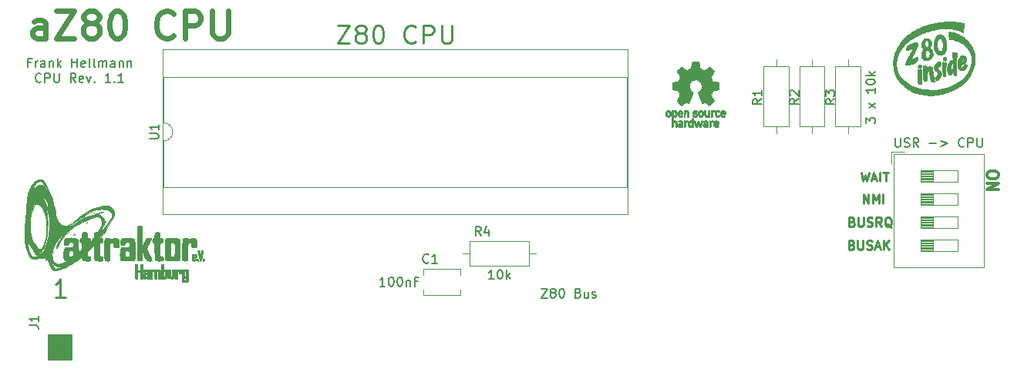
<source format=gbr>
G04 #@! TF.GenerationSoftware,KiCad,Pcbnew,(5.1.2)-2*
G04 #@! TF.CreationDate,2021-09-18T22:18:35+02:00*
G04 #@! TF.ProjectId,aZ80_CPU,615a3830-5f43-4505-952e-6b696361645f,rev?*
G04 #@! TF.SameCoordinates,Original*
G04 #@! TF.FileFunction,Legend,Top*
G04 #@! TF.FilePolarity,Positive*
%FSLAX46Y46*%
G04 Gerber Fmt 4.6, Leading zero omitted, Abs format (unit mm)*
G04 Created by KiCad (PCBNEW (5.1.2)-2) date 2021-09-18 22:18:35*
%MOMM*%
%LPD*%
G04 APERTURE LIST*
%ADD10C,0.250000*%
%ADD11C,0.300000*%
%ADD12C,0.100000*%
%ADD13C,0.150000*%
%ADD14C,0.600000*%
%ADD15C,0.120000*%
%ADD16C,0.010000*%
G04 APERTURE END LIST*
D10*
X175942857Y-101528571D02*
X176085714Y-101576190D01*
X176133333Y-101623809D01*
X176180952Y-101719047D01*
X176180952Y-101861904D01*
X176133333Y-101957142D01*
X176085714Y-102004761D01*
X175990476Y-102052380D01*
X175609523Y-102052380D01*
X175609523Y-101052380D01*
X175942857Y-101052380D01*
X176038095Y-101100000D01*
X176085714Y-101147619D01*
X176133333Y-101242857D01*
X176133333Y-101338095D01*
X176085714Y-101433333D01*
X176038095Y-101480952D01*
X175942857Y-101528571D01*
X175609523Y-101528571D01*
X176609523Y-101052380D02*
X176609523Y-101861904D01*
X176657142Y-101957142D01*
X176704761Y-102004761D01*
X176800000Y-102052380D01*
X176990476Y-102052380D01*
X177085714Y-102004761D01*
X177133333Y-101957142D01*
X177180952Y-101861904D01*
X177180952Y-101052380D01*
X177609523Y-102004761D02*
X177752380Y-102052380D01*
X177990476Y-102052380D01*
X178085714Y-102004761D01*
X178133333Y-101957142D01*
X178180952Y-101861904D01*
X178180952Y-101766666D01*
X178133333Y-101671428D01*
X178085714Y-101623809D01*
X177990476Y-101576190D01*
X177800000Y-101528571D01*
X177704761Y-101480952D01*
X177657142Y-101433333D01*
X177609523Y-101338095D01*
X177609523Y-101242857D01*
X177657142Y-101147619D01*
X177704761Y-101100000D01*
X177800000Y-101052380D01*
X178038095Y-101052380D01*
X178180952Y-101100000D01*
X178561904Y-101766666D02*
X179038095Y-101766666D01*
X178466666Y-102052380D02*
X178800000Y-101052380D01*
X179133333Y-102052380D01*
X179466666Y-102052380D02*
X179466666Y-101052380D01*
X180038095Y-102052380D02*
X179609523Y-101480952D01*
X180038095Y-101052380D02*
X179466666Y-101623809D01*
X175974619Y-98988571D02*
X176117476Y-99036190D01*
X176165095Y-99083809D01*
X176212714Y-99179047D01*
X176212714Y-99321904D01*
X176165095Y-99417142D01*
X176117476Y-99464761D01*
X176022238Y-99512380D01*
X175641285Y-99512380D01*
X175641285Y-98512380D01*
X175974619Y-98512380D01*
X176069857Y-98560000D01*
X176117476Y-98607619D01*
X176165095Y-98702857D01*
X176165095Y-98798095D01*
X176117476Y-98893333D01*
X176069857Y-98940952D01*
X175974619Y-98988571D01*
X175641285Y-98988571D01*
X176641285Y-98512380D02*
X176641285Y-99321904D01*
X176688904Y-99417142D01*
X176736523Y-99464761D01*
X176831761Y-99512380D01*
X177022238Y-99512380D01*
X177117476Y-99464761D01*
X177165095Y-99417142D01*
X177212714Y-99321904D01*
X177212714Y-98512380D01*
X177641285Y-99464761D02*
X177784142Y-99512380D01*
X178022238Y-99512380D01*
X178117476Y-99464761D01*
X178165095Y-99417142D01*
X178212714Y-99321904D01*
X178212714Y-99226666D01*
X178165095Y-99131428D01*
X178117476Y-99083809D01*
X178022238Y-99036190D01*
X177831761Y-98988571D01*
X177736523Y-98940952D01*
X177688904Y-98893333D01*
X177641285Y-98798095D01*
X177641285Y-98702857D01*
X177688904Y-98607619D01*
X177736523Y-98560000D01*
X177831761Y-98512380D01*
X178069857Y-98512380D01*
X178212714Y-98560000D01*
X179212714Y-99512380D02*
X178879380Y-99036190D01*
X178641285Y-99512380D02*
X178641285Y-98512380D01*
X179022238Y-98512380D01*
X179117476Y-98560000D01*
X179165095Y-98607619D01*
X179212714Y-98702857D01*
X179212714Y-98845714D01*
X179165095Y-98940952D01*
X179117476Y-98988571D01*
X179022238Y-99036190D01*
X178641285Y-99036190D01*
X180307952Y-99607619D02*
X180212714Y-99560000D01*
X180117476Y-99464761D01*
X179974619Y-99321904D01*
X179879380Y-99274285D01*
X179784142Y-99274285D01*
X179831761Y-99512380D02*
X179736523Y-99464761D01*
X179641285Y-99369523D01*
X179593666Y-99179047D01*
X179593666Y-98845714D01*
X179641285Y-98655238D01*
X179736523Y-98560000D01*
X179831761Y-98512380D01*
X180022238Y-98512380D01*
X180117476Y-98560000D01*
X180212714Y-98655238D01*
X180260333Y-98845714D01*
X180260333Y-99179047D01*
X180212714Y-99369523D01*
X180117476Y-99464761D01*
X180022238Y-99512380D01*
X179831761Y-99512380D01*
X177212761Y-96972380D02*
X177212761Y-95972380D01*
X177784190Y-96972380D01*
X177784190Y-95972380D01*
X178260380Y-96972380D02*
X178260380Y-95972380D01*
X178593714Y-96686666D01*
X178927047Y-95972380D01*
X178927047Y-96972380D01*
X179403238Y-96972380D02*
X179403238Y-95972380D01*
X176958809Y-93559380D02*
X177196904Y-94559380D01*
X177387380Y-93845095D01*
X177577857Y-94559380D01*
X177815952Y-93559380D01*
X178149285Y-94273666D02*
X178625476Y-94273666D01*
X178054047Y-94559380D02*
X178387380Y-93559380D01*
X178720714Y-94559380D01*
X179054047Y-94559380D02*
X179054047Y-93559380D01*
X179387380Y-93559380D02*
X179958809Y-93559380D01*
X179673095Y-94559380D02*
X179673095Y-93559380D01*
D11*
X192073523Y-93714190D02*
X192073523Y-93952285D01*
X192014000Y-94071333D01*
X191894952Y-94190380D01*
X191656857Y-94249904D01*
X191240190Y-94249904D01*
X191002095Y-94190380D01*
X190883047Y-94071333D01*
X190823523Y-93952285D01*
X190823523Y-93714190D01*
X190883047Y-93595142D01*
X191002095Y-93476095D01*
X191240190Y-93416571D01*
X191656857Y-93416571D01*
X191894952Y-93476095D01*
X192014000Y-93595142D01*
X192073523Y-93714190D01*
X190823523Y-94785619D02*
X192073523Y-94785619D01*
X190823523Y-95499904D01*
X192073523Y-95499904D01*
D12*
G36*
X90297000Y-114173000D02*
G01*
X87630000Y-114173000D01*
X87630000Y-111379000D01*
X90297000Y-111379000D01*
X90297000Y-114173000D01*
G37*
X90297000Y-114173000D02*
X87630000Y-114173000D01*
X87630000Y-111379000D01*
X90297000Y-111379000D01*
X90297000Y-114173000D01*
D13*
X85792857Y-81503571D02*
X85459523Y-81503571D01*
X85459523Y-82027380D02*
X85459523Y-81027380D01*
X85935714Y-81027380D01*
X86316666Y-82027380D02*
X86316666Y-81360714D01*
X86316666Y-81551190D02*
X86364285Y-81455952D01*
X86411904Y-81408333D01*
X86507142Y-81360714D01*
X86602380Y-81360714D01*
X87364285Y-82027380D02*
X87364285Y-81503571D01*
X87316666Y-81408333D01*
X87221428Y-81360714D01*
X87030952Y-81360714D01*
X86935714Y-81408333D01*
X87364285Y-81979761D02*
X87269047Y-82027380D01*
X87030952Y-82027380D01*
X86935714Y-81979761D01*
X86888095Y-81884523D01*
X86888095Y-81789285D01*
X86935714Y-81694047D01*
X87030952Y-81646428D01*
X87269047Y-81646428D01*
X87364285Y-81598809D01*
X87840476Y-81360714D02*
X87840476Y-82027380D01*
X87840476Y-81455952D02*
X87888095Y-81408333D01*
X87983333Y-81360714D01*
X88126190Y-81360714D01*
X88221428Y-81408333D01*
X88269047Y-81503571D01*
X88269047Y-82027380D01*
X88745238Y-82027380D02*
X88745238Y-81027380D01*
X88840476Y-81646428D02*
X89126190Y-82027380D01*
X89126190Y-81360714D02*
X88745238Y-81741666D01*
X90316666Y-82027380D02*
X90316666Y-81027380D01*
X90316666Y-81503571D02*
X90888095Y-81503571D01*
X90888095Y-82027380D02*
X90888095Y-81027380D01*
X91745238Y-81979761D02*
X91650000Y-82027380D01*
X91459523Y-82027380D01*
X91364285Y-81979761D01*
X91316666Y-81884523D01*
X91316666Y-81503571D01*
X91364285Y-81408333D01*
X91459523Y-81360714D01*
X91650000Y-81360714D01*
X91745238Y-81408333D01*
X91792857Y-81503571D01*
X91792857Y-81598809D01*
X91316666Y-81694047D01*
X92364285Y-82027380D02*
X92269047Y-81979761D01*
X92221428Y-81884523D01*
X92221428Y-81027380D01*
X92888095Y-82027380D02*
X92792857Y-81979761D01*
X92745238Y-81884523D01*
X92745238Y-81027380D01*
X93269047Y-82027380D02*
X93269047Y-81360714D01*
X93269047Y-81455952D02*
X93316666Y-81408333D01*
X93411904Y-81360714D01*
X93554761Y-81360714D01*
X93650000Y-81408333D01*
X93697619Y-81503571D01*
X93697619Y-82027380D01*
X93697619Y-81503571D02*
X93745238Y-81408333D01*
X93840476Y-81360714D01*
X93983333Y-81360714D01*
X94078571Y-81408333D01*
X94126190Y-81503571D01*
X94126190Y-82027380D01*
X95030952Y-82027380D02*
X95030952Y-81503571D01*
X94983333Y-81408333D01*
X94888095Y-81360714D01*
X94697619Y-81360714D01*
X94602380Y-81408333D01*
X95030952Y-81979761D02*
X94935714Y-82027380D01*
X94697619Y-82027380D01*
X94602380Y-81979761D01*
X94554761Y-81884523D01*
X94554761Y-81789285D01*
X94602380Y-81694047D01*
X94697619Y-81646428D01*
X94935714Y-81646428D01*
X95030952Y-81598809D01*
X95507142Y-81360714D02*
X95507142Y-82027380D01*
X95507142Y-81455952D02*
X95554761Y-81408333D01*
X95650000Y-81360714D01*
X95792857Y-81360714D01*
X95888095Y-81408333D01*
X95935714Y-81503571D01*
X95935714Y-82027380D01*
X96411904Y-81360714D02*
X96411904Y-82027380D01*
X96411904Y-81455952D02*
X96459523Y-81408333D01*
X96554761Y-81360714D01*
X96697619Y-81360714D01*
X96792857Y-81408333D01*
X96840476Y-81503571D01*
X96840476Y-82027380D01*
X86935714Y-83582142D02*
X86888095Y-83629761D01*
X86745238Y-83677380D01*
X86650000Y-83677380D01*
X86507142Y-83629761D01*
X86411904Y-83534523D01*
X86364285Y-83439285D01*
X86316666Y-83248809D01*
X86316666Y-83105952D01*
X86364285Y-82915476D01*
X86411904Y-82820238D01*
X86507142Y-82725000D01*
X86650000Y-82677380D01*
X86745238Y-82677380D01*
X86888095Y-82725000D01*
X86935714Y-82772619D01*
X87364285Y-83677380D02*
X87364285Y-82677380D01*
X87745238Y-82677380D01*
X87840476Y-82725000D01*
X87888095Y-82772619D01*
X87935714Y-82867857D01*
X87935714Y-83010714D01*
X87888095Y-83105952D01*
X87840476Y-83153571D01*
X87745238Y-83201190D01*
X87364285Y-83201190D01*
X88364285Y-82677380D02*
X88364285Y-83486904D01*
X88411904Y-83582142D01*
X88459523Y-83629761D01*
X88554761Y-83677380D01*
X88745238Y-83677380D01*
X88840476Y-83629761D01*
X88888095Y-83582142D01*
X88935714Y-83486904D01*
X88935714Y-82677380D01*
X90745238Y-83677380D02*
X90411904Y-83201190D01*
X90173809Y-83677380D02*
X90173809Y-82677380D01*
X90554761Y-82677380D01*
X90650000Y-82725000D01*
X90697619Y-82772619D01*
X90745238Y-82867857D01*
X90745238Y-83010714D01*
X90697619Y-83105952D01*
X90650000Y-83153571D01*
X90554761Y-83201190D01*
X90173809Y-83201190D01*
X91554761Y-83629761D02*
X91459523Y-83677380D01*
X91269047Y-83677380D01*
X91173809Y-83629761D01*
X91126190Y-83534523D01*
X91126190Y-83153571D01*
X91173809Y-83058333D01*
X91269047Y-83010714D01*
X91459523Y-83010714D01*
X91554761Y-83058333D01*
X91602380Y-83153571D01*
X91602380Y-83248809D01*
X91126190Y-83344047D01*
X91935714Y-83010714D02*
X92173809Y-83677380D01*
X92411904Y-83010714D01*
X92792857Y-83582142D02*
X92840476Y-83629761D01*
X92792857Y-83677380D01*
X92745238Y-83629761D01*
X92792857Y-83582142D01*
X92792857Y-83677380D01*
X94554761Y-83677380D02*
X93983333Y-83677380D01*
X94269047Y-83677380D02*
X94269047Y-82677380D01*
X94173809Y-82820238D01*
X94078571Y-82915476D01*
X93983333Y-82963095D01*
X94983333Y-83582142D02*
X95030952Y-83629761D01*
X94983333Y-83677380D01*
X94935714Y-83629761D01*
X94983333Y-83582142D01*
X94983333Y-83677380D01*
X95983333Y-83677380D02*
X95411904Y-83677380D01*
X95697619Y-83677380D02*
X95697619Y-82677380D01*
X95602380Y-82820238D01*
X95507142Y-82915476D01*
X95411904Y-82963095D01*
D14*
X87442857Y-78857142D02*
X87442857Y-77285714D01*
X87300000Y-77000000D01*
X87014285Y-76857142D01*
X86442857Y-76857142D01*
X86157142Y-77000000D01*
X87442857Y-78714285D02*
X87157142Y-78857142D01*
X86442857Y-78857142D01*
X86157142Y-78714285D01*
X86014285Y-78428571D01*
X86014285Y-78142857D01*
X86157142Y-77857142D01*
X86442857Y-77714285D01*
X87157142Y-77714285D01*
X87442857Y-77571428D01*
X88585714Y-75857142D02*
X90585714Y-75857142D01*
X88585714Y-78857142D01*
X90585714Y-78857142D01*
X92157142Y-77142857D02*
X91871428Y-77000000D01*
X91728571Y-76857142D01*
X91585714Y-76571428D01*
X91585714Y-76428571D01*
X91728571Y-76142857D01*
X91871428Y-76000000D01*
X92157142Y-75857142D01*
X92728571Y-75857142D01*
X93014285Y-76000000D01*
X93157142Y-76142857D01*
X93300000Y-76428571D01*
X93300000Y-76571428D01*
X93157142Y-76857142D01*
X93014285Y-77000000D01*
X92728571Y-77142857D01*
X92157142Y-77142857D01*
X91871428Y-77285714D01*
X91728571Y-77428571D01*
X91585714Y-77714285D01*
X91585714Y-78285714D01*
X91728571Y-78571428D01*
X91871428Y-78714285D01*
X92157142Y-78857142D01*
X92728571Y-78857142D01*
X93014285Y-78714285D01*
X93157142Y-78571428D01*
X93300000Y-78285714D01*
X93300000Y-77714285D01*
X93157142Y-77428571D01*
X93014285Y-77285714D01*
X92728571Y-77142857D01*
X95157142Y-75857142D02*
X95442857Y-75857142D01*
X95728571Y-76000000D01*
X95871428Y-76142857D01*
X96014285Y-76428571D01*
X96157142Y-77000000D01*
X96157142Y-77714285D01*
X96014285Y-78285714D01*
X95871428Y-78571428D01*
X95728571Y-78714285D01*
X95442857Y-78857142D01*
X95157142Y-78857142D01*
X94871428Y-78714285D01*
X94728571Y-78571428D01*
X94585714Y-78285714D01*
X94442857Y-77714285D01*
X94442857Y-77000000D01*
X94585714Y-76428571D01*
X94728571Y-76142857D01*
X94871428Y-76000000D01*
X95157142Y-75857142D01*
X101442857Y-78571428D02*
X101300000Y-78714285D01*
X100871428Y-78857142D01*
X100585714Y-78857142D01*
X100157142Y-78714285D01*
X99871428Y-78428571D01*
X99728571Y-78142857D01*
X99585714Y-77571428D01*
X99585714Y-77142857D01*
X99728571Y-76571428D01*
X99871428Y-76285714D01*
X100157142Y-76000000D01*
X100585714Y-75857142D01*
X100871428Y-75857142D01*
X101300000Y-76000000D01*
X101442857Y-76142857D01*
X102728571Y-78857142D02*
X102728571Y-75857142D01*
X103871428Y-75857142D01*
X104157142Y-76000000D01*
X104300000Y-76142857D01*
X104442857Y-76428571D01*
X104442857Y-76857142D01*
X104300000Y-77142857D01*
X104157142Y-77285714D01*
X103871428Y-77428571D01*
X102728571Y-77428571D01*
X105728571Y-75857142D02*
X105728571Y-78285714D01*
X105871428Y-78571428D01*
X106014285Y-78714285D01*
X106300000Y-78857142D01*
X106871428Y-78857142D01*
X107157142Y-78714285D01*
X107300000Y-78571428D01*
X107442857Y-78285714D01*
X107442857Y-75857142D01*
D10*
X89621428Y-107304761D02*
X88478571Y-107304761D01*
X89050000Y-107304761D02*
X89050000Y-105304761D01*
X88859523Y-105590476D01*
X88669047Y-105780952D01*
X88478571Y-105876190D01*
X119476047Y-77390761D02*
X120809380Y-77390761D01*
X119476047Y-79390761D01*
X120809380Y-79390761D01*
X121857000Y-78247904D02*
X121666523Y-78152666D01*
X121571285Y-78057428D01*
X121476047Y-77866952D01*
X121476047Y-77771714D01*
X121571285Y-77581238D01*
X121666523Y-77486000D01*
X121857000Y-77390761D01*
X122237952Y-77390761D01*
X122428428Y-77486000D01*
X122523666Y-77581238D01*
X122618904Y-77771714D01*
X122618904Y-77866952D01*
X122523666Y-78057428D01*
X122428428Y-78152666D01*
X122237952Y-78247904D01*
X121857000Y-78247904D01*
X121666523Y-78343142D01*
X121571285Y-78438380D01*
X121476047Y-78628857D01*
X121476047Y-79009809D01*
X121571285Y-79200285D01*
X121666523Y-79295523D01*
X121857000Y-79390761D01*
X122237952Y-79390761D01*
X122428428Y-79295523D01*
X122523666Y-79200285D01*
X122618904Y-79009809D01*
X122618904Y-78628857D01*
X122523666Y-78438380D01*
X122428428Y-78343142D01*
X122237952Y-78247904D01*
X123857000Y-77390761D02*
X124047476Y-77390761D01*
X124237952Y-77486000D01*
X124333190Y-77581238D01*
X124428428Y-77771714D01*
X124523666Y-78152666D01*
X124523666Y-78628857D01*
X124428428Y-79009809D01*
X124333190Y-79200285D01*
X124237952Y-79295523D01*
X124047476Y-79390761D01*
X123857000Y-79390761D01*
X123666523Y-79295523D01*
X123571285Y-79200285D01*
X123476047Y-79009809D01*
X123380809Y-78628857D01*
X123380809Y-78152666D01*
X123476047Y-77771714D01*
X123571285Y-77581238D01*
X123666523Y-77486000D01*
X123857000Y-77390761D01*
X128047476Y-79200285D02*
X127952238Y-79295523D01*
X127666523Y-79390761D01*
X127476047Y-79390761D01*
X127190333Y-79295523D01*
X126999857Y-79105047D01*
X126904619Y-78914571D01*
X126809380Y-78533619D01*
X126809380Y-78247904D01*
X126904619Y-77866952D01*
X126999857Y-77676476D01*
X127190333Y-77486000D01*
X127476047Y-77390761D01*
X127666523Y-77390761D01*
X127952238Y-77486000D01*
X128047476Y-77581238D01*
X128904619Y-79390761D02*
X128904619Y-77390761D01*
X129666523Y-77390761D01*
X129857000Y-77486000D01*
X129952238Y-77581238D01*
X130047476Y-77771714D01*
X130047476Y-78057428D01*
X129952238Y-78247904D01*
X129857000Y-78343142D01*
X129666523Y-78438380D01*
X128904619Y-78438380D01*
X130904619Y-77390761D02*
X130904619Y-79009809D01*
X130999857Y-79200285D01*
X131095095Y-79295523D01*
X131285571Y-79390761D01*
X131666523Y-79390761D01*
X131857000Y-79295523D01*
X131952238Y-79200285D01*
X132047476Y-79009809D01*
X132047476Y-77390761D01*
D15*
X141300000Y-102465000D02*
X140530000Y-102465000D01*
X133220000Y-102465000D02*
X133990000Y-102465000D01*
X140530000Y-101095000D02*
X133990000Y-101095000D01*
X140530000Y-103835000D02*
X140530000Y-101095000D01*
X133990000Y-103835000D02*
X140530000Y-103835000D01*
X133990000Y-101095000D02*
X133990000Y-103835000D01*
X175514000Y-89257000D02*
X175514000Y-88487000D01*
X175514000Y-81177000D02*
X175514000Y-81947000D01*
X176884000Y-88487000D02*
X176884000Y-81947000D01*
X174144000Y-88487000D02*
X176884000Y-88487000D01*
X174144000Y-81947000D02*
X174144000Y-88487000D01*
X176884000Y-81947000D02*
X174144000Y-81947000D01*
X171550000Y-89257000D02*
X171550000Y-88487000D01*
X171550000Y-81177000D02*
X171550000Y-81947000D01*
X172920000Y-88487000D02*
X172920000Y-81947000D01*
X170180000Y-88487000D02*
X172920000Y-88487000D01*
X170180000Y-81947000D02*
X170180000Y-88487000D01*
X172920000Y-81947000D02*
X170180000Y-81947000D01*
X167640000Y-89257000D02*
X167640000Y-88487000D01*
X167640000Y-81177000D02*
X167640000Y-81947000D01*
X169010000Y-88487000D02*
X169010000Y-81947000D01*
X166270000Y-88487000D02*
X169010000Y-88487000D01*
X166270000Y-81947000D02*
X166270000Y-88487000D01*
X169010000Y-81947000D02*
X166270000Y-81947000D01*
D16*
G36*
X185718081Y-78403153D02*
G01*
X185743750Y-78417666D01*
X185774252Y-78436854D01*
X185789030Y-78438833D01*
X185824198Y-78453026D01*
X185882965Y-78492441D01*
X185959027Y-78552336D01*
X186046081Y-78627966D01*
X186072517Y-78652196D01*
X186122802Y-78721689D01*
X186168162Y-78831770D01*
X186177750Y-78862444D01*
X186204138Y-78944203D01*
X186230503Y-79014683D01*
X186251547Y-79059840D01*
X186253225Y-79062530D01*
X186276374Y-79120699D01*
X186296947Y-79220032D01*
X186314792Y-79359428D01*
X186329760Y-79537786D01*
X186338665Y-79689586D01*
X186344547Y-79838805D01*
X186344711Y-79952602D01*
X186338399Y-80037594D01*
X186324852Y-80100401D01*
X186303312Y-80147641D01*
X186283052Y-80175017D01*
X186252268Y-80225704D01*
X186241167Y-80270251D01*
X186224263Y-80311684D01*
X186174558Y-80375996D01*
X186093562Y-80461268D01*
X186081653Y-80472974D01*
X186013082Y-80538894D01*
X185953981Y-80593787D01*
X185911916Y-80630734D01*
X185896444Y-80642331D01*
X185857251Y-80652694D01*
X185789628Y-80661603D01*
X185707475Y-80668039D01*
X185624693Y-80670980D01*
X185555184Y-80669405D01*
X185542667Y-80668310D01*
X185477718Y-80659948D01*
X185423904Y-80650635D01*
X185423018Y-80650441D01*
X185369859Y-80623663D01*
X185305140Y-80569239D01*
X185237669Y-80496632D01*
X185176254Y-80415309D01*
X185130219Y-80335827D01*
X185098134Y-80273683D01*
X185070768Y-80230624D01*
X185055798Y-80216833D01*
X185040529Y-80198263D01*
X185020002Y-80150302D01*
X185004419Y-80102450D01*
X184986504Y-80011586D01*
X184975243Y-79891652D01*
X184970231Y-79751034D01*
X184971062Y-79598119D01*
X184972807Y-79554439D01*
X185282909Y-79554439D01*
X185286736Y-79650279D01*
X185295388Y-79731417D01*
X185308802Y-79787637D01*
X185320607Y-79806416D01*
X185342411Y-79843179D01*
X185352105Y-79901649D01*
X185352167Y-79906722D01*
X185360145Y-79961828D01*
X185387635Y-80022122D01*
X185439971Y-80098908D01*
X185447648Y-80109076D01*
X185497476Y-80171553D01*
X185540259Y-80219785D01*
X185567559Y-80244334D01*
X185569356Y-80245225D01*
X185650397Y-80256595D01*
X185738120Y-80233081D01*
X185777353Y-80210906D01*
X185852281Y-80143066D01*
X185892100Y-80059880D01*
X185902188Y-79969888D01*
X185908221Y-79910684D01*
X185923373Y-79876281D01*
X185928541Y-79873014D01*
X185940843Y-79854789D01*
X185948194Y-79807038D01*
X185951003Y-79725236D01*
X185950279Y-79633361D01*
X185945868Y-79492203D01*
X185938364Y-79390167D01*
X185927323Y-79324122D01*
X185912299Y-79290941D01*
X185900818Y-79285500D01*
X185885066Y-79267727D01*
X185881334Y-79242486D01*
X185872701Y-79195719D01*
X185851349Y-79134460D01*
X185845370Y-79120778D01*
X185818835Y-79056473D01*
X185799749Y-78999338D01*
X185797745Y-78991403D01*
X185765389Y-78932982D01*
X185706075Y-78884671D01*
X185635167Y-78857553D01*
X185608834Y-78855111D01*
X185553149Y-78871729D01*
X185488808Y-78914484D01*
X185426753Y-78972723D01*
X185377927Y-79035795D01*
X185353272Y-79093049D01*
X185352167Y-79104963D01*
X185342277Y-79162692D01*
X185318352Y-79225874D01*
X185317092Y-79228342D01*
X185300998Y-79280847D01*
X185289978Y-79359507D01*
X185283969Y-79454110D01*
X185282909Y-79554439D01*
X184972807Y-79554439D01*
X184977330Y-79441293D01*
X184988631Y-79288942D01*
X185004560Y-79149453D01*
X185024710Y-79031212D01*
X185048676Y-78942605D01*
X185061956Y-78912050D01*
X185083395Y-78871040D01*
X185117376Y-78804822D01*
X185157433Y-78726014D01*
X185167627Y-78705846D01*
X185232030Y-78590910D01*
X185293248Y-78512084D01*
X185357353Y-78464172D01*
X185430419Y-78441974D01*
X185479542Y-78438833D01*
X185542169Y-78434819D01*
X185585564Y-78424611D01*
X185595584Y-78417666D01*
X185624259Y-78402294D01*
X185669667Y-78396500D01*
X185718081Y-78403153D01*
X185718081Y-78403153D01*
G37*
X185718081Y-78403153D02*
X185743750Y-78417666D01*
X185774252Y-78436854D01*
X185789030Y-78438833D01*
X185824198Y-78453026D01*
X185882965Y-78492441D01*
X185959027Y-78552336D01*
X186046081Y-78627966D01*
X186072517Y-78652196D01*
X186122802Y-78721689D01*
X186168162Y-78831770D01*
X186177750Y-78862444D01*
X186204138Y-78944203D01*
X186230503Y-79014683D01*
X186251547Y-79059840D01*
X186253225Y-79062530D01*
X186276374Y-79120699D01*
X186296947Y-79220032D01*
X186314792Y-79359428D01*
X186329760Y-79537786D01*
X186338665Y-79689586D01*
X186344547Y-79838805D01*
X186344711Y-79952602D01*
X186338399Y-80037594D01*
X186324852Y-80100401D01*
X186303312Y-80147641D01*
X186283052Y-80175017D01*
X186252268Y-80225704D01*
X186241167Y-80270251D01*
X186224263Y-80311684D01*
X186174558Y-80375996D01*
X186093562Y-80461268D01*
X186081653Y-80472974D01*
X186013082Y-80538894D01*
X185953981Y-80593787D01*
X185911916Y-80630734D01*
X185896444Y-80642331D01*
X185857251Y-80652694D01*
X185789628Y-80661603D01*
X185707475Y-80668039D01*
X185624693Y-80670980D01*
X185555184Y-80669405D01*
X185542667Y-80668310D01*
X185477718Y-80659948D01*
X185423904Y-80650635D01*
X185423018Y-80650441D01*
X185369859Y-80623663D01*
X185305140Y-80569239D01*
X185237669Y-80496632D01*
X185176254Y-80415309D01*
X185130219Y-80335827D01*
X185098134Y-80273683D01*
X185070768Y-80230624D01*
X185055798Y-80216833D01*
X185040529Y-80198263D01*
X185020002Y-80150302D01*
X185004419Y-80102450D01*
X184986504Y-80011586D01*
X184975243Y-79891652D01*
X184970231Y-79751034D01*
X184971062Y-79598119D01*
X184972807Y-79554439D01*
X185282909Y-79554439D01*
X185286736Y-79650279D01*
X185295388Y-79731417D01*
X185308802Y-79787637D01*
X185320607Y-79806416D01*
X185342411Y-79843179D01*
X185352105Y-79901649D01*
X185352167Y-79906722D01*
X185360145Y-79961828D01*
X185387635Y-80022122D01*
X185439971Y-80098908D01*
X185447648Y-80109076D01*
X185497476Y-80171553D01*
X185540259Y-80219785D01*
X185567559Y-80244334D01*
X185569356Y-80245225D01*
X185650397Y-80256595D01*
X185738120Y-80233081D01*
X185777353Y-80210906D01*
X185852281Y-80143066D01*
X185892100Y-80059880D01*
X185902188Y-79969888D01*
X185908221Y-79910684D01*
X185923373Y-79876281D01*
X185928541Y-79873014D01*
X185940843Y-79854789D01*
X185948194Y-79807038D01*
X185951003Y-79725236D01*
X185950279Y-79633361D01*
X185945868Y-79492203D01*
X185938364Y-79390167D01*
X185927323Y-79324122D01*
X185912299Y-79290941D01*
X185900818Y-79285500D01*
X185885066Y-79267727D01*
X185881334Y-79242486D01*
X185872701Y-79195719D01*
X185851349Y-79134460D01*
X185845370Y-79120778D01*
X185818835Y-79056473D01*
X185799749Y-78999338D01*
X185797745Y-78991403D01*
X185765389Y-78932982D01*
X185706075Y-78884671D01*
X185635167Y-78857553D01*
X185608834Y-78855111D01*
X185553149Y-78871729D01*
X185488808Y-78914484D01*
X185426753Y-78972723D01*
X185377927Y-79035795D01*
X185353272Y-79093049D01*
X185352167Y-79104963D01*
X185342277Y-79162692D01*
X185318352Y-79225874D01*
X185317092Y-79228342D01*
X185300998Y-79280847D01*
X185289978Y-79359507D01*
X185283969Y-79454110D01*
X185282909Y-79554439D01*
X184972807Y-79554439D01*
X184977330Y-79441293D01*
X184988631Y-79288942D01*
X185004560Y-79149453D01*
X185024710Y-79031212D01*
X185048676Y-78942605D01*
X185061956Y-78912050D01*
X185083395Y-78871040D01*
X185117376Y-78804822D01*
X185157433Y-78726014D01*
X185167627Y-78705846D01*
X185232030Y-78590910D01*
X185293248Y-78512084D01*
X185357353Y-78464172D01*
X185430419Y-78441974D01*
X185479542Y-78438833D01*
X185542169Y-78434819D01*
X185585564Y-78424611D01*
X185595584Y-78417666D01*
X185624259Y-78402294D01*
X185669667Y-78396500D01*
X185718081Y-78403153D01*
G36*
X184214890Y-78842573D02*
G01*
X184308070Y-78854358D01*
X184373888Y-78873872D01*
X184445405Y-78912531D01*
X184508642Y-78961864D01*
X184553263Y-79012404D01*
X184569000Y-79052635D01*
X184582634Y-79091628D01*
X184615067Y-79136464D01*
X184635793Y-79162853D01*
X184649293Y-79194808D01*
X184657138Y-79241576D01*
X184660899Y-79312405D01*
X184662134Y-79413461D01*
X184660404Y-79535208D01*
X184652017Y-79625364D01*
X184634040Y-79694510D01*
X184603539Y-79753225D01*
X184557580Y-79812087D01*
X184548844Y-79821948D01*
X184494917Y-79882147D01*
X184546393Y-79917198D01*
X184629069Y-79983106D01*
X184704932Y-80060574D01*
X184764507Y-80138615D01*
X184798321Y-80206241D01*
X184799629Y-80210874D01*
X184809888Y-80266131D01*
X184820606Y-80350347D01*
X184830234Y-80450195D01*
X184835073Y-80515611D01*
X184841003Y-80616618D01*
X184842449Y-80685511D01*
X184838196Y-80732383D01*
X184827025Y-80767328D01*
X184807721Y-80800439D01*
X184799240Y-80812855D01*
X184731988Y-80904998D01*
X184663356Y-80990784D01*
X184599219Y-81063661D01*
X184545451Y-81117076D01*
X184507927Y-81144475D01*
X184499921Y-81146700D01*
X184452248Y-81158786D01*
X184396797Y-81184656D01*
X184357839Y-81212938D01*
X184357334Y-81213523D01*
X184331633Y-81227912D01*
X184281065Y-81235908D01*
X184200244Y-81237858D01*
X184083791Y-81234110D01*
X184058160Y-81232833D01*
X183854237Y-81222250D01*
X183740660Y-81116434D01*
X183671171Y-81041168D01*
X183614476Y-80959937D01*
X183575784Y-80882343D01*
X183560303Y-80817990D01*
X183563947Y-80790689D01*
X183570943Y-80757577D01*
X183580352Y-80693490D01*
X183590614Y-80609601D01*
X183594963Y-80569442D01*
X183978924Y-80569442D01*
X183986699Y-80613349D01*
X184005602Y-80638107D01*
X184034281Y-80682026D01*
X184040152Y-80711550D01*
X184052439Y-80787745D01*
X184083026Y-80868579D01*
X184123940Y-80935701D01*
X184148259Y-80960360D01*
X184193209Y-80990150D01*
X184230553Y-80995836D01*
X184276904Y-80977133D01*
X184310236Y-80957577D01*
X184362259Y-80913929D01*
X184397826Y-80863070D01*
X184400204Y-80857115D01*
X184423112Y-80800462D01*
X184442009Y-80762162D01*
X184458845Y-80711839D01*
X184463167Y-80672203D01*
X184471377Y-80632304D01*
X184487295Y-80619000D01*
X184502554Y-80600832D01*
X184505305Y-80553362D01*
X184497323Y-80487138D01*
X184480385Y-80412707D01*
X184456266Y-80340616D01*
X184431859Y-80289761D01*
X184362699Y-80196869D01*
X184288188Y-80142728D01*
X184211034Y-80128417D01*
X184133949Y-80155021D01*
X184119316Y-80164950D01*
X184074520Y-80214237D01*
X184049038Y-80269750D01*
X184032560Y-80323532D01*
X184014844Y-80358246D01*
X184001402Y-80392407D01*
X183988825Y-80452731D01*
X183983057Y-80496470D01*
X183978924Y-80569442D01*
X183594963Y-80569442D01*
X183595471Y-80564754D01*
X183618286Y-80415007D01*
X183652721Y-80281680D01*
X183696012Y-80173384D01*
X183745089Y-80099052D01*
X183775443Y-80055060D01*
X183785834Y-80021184D01*
X183770669Y-79986473D01*
X183730791Y-79935040D01*
X183674627Y-79876505D01*
X183610603Y-79820490D01*
X183608870Y-79819123D01*
X183588202Y-79789925D01*
X183577118Y-79739034D01*
X183575446Y-79661306D01*
X183583018Y-79551596D01*
X183596134Y-79433111D01*
X183597269Y-79426966D01*
X183932138Y-79426966D01*
X183936314Y-79499612D01*
X183952314Y-79548372D01*
X183956842Y-79553875D01*
X183975343Y-79587604D01*
X183994450Y-79644911D01*
X184000284Y-79668400D01*
X184017949Y-79731110D01*
X184037461Y-79778078D01*
X184043534Y-79787375D01*
X184082143Y-79810448D01*
X184127636Y-79811796D01*
X184156250Y-79793500D01*
X184186587Y-79774683D01*
X184203760Y-79772333D01*
X184260348Y-79753020D01*
X184305826Y-79702236D01*
X184332402Y-79630713D01*
X184336167Y-79589976D01*
X184340724Y-79531341D01*
X184352148Y-79492547D01*
X184357334Y-79486583D01*
X184375420Y-79453495D01*
X184377192Y-79397894D01*
X184364269Y-79335612D01*
X184338270Y-79282483D01*
X184336167Y-79279724D01*
X184306286Y-79233667D01*
X184293371Y-79197810D01*
X184293363Y-79197494D01*
X184275250Y-79148622D01*
X184232164Y-79100367D01*
X184178790Y-79068146D01*
X184166834Y-79064675D01*
X184109559Y-79068445D01*
X184052706Y-79107668D01*
X183992492Y-79185165D01*
X183981045Y-79203331D01*
X183955453Y-79265064D01*
X183938834Y-79344196D01*
X183932138Y-79426966D01*
X183597269Y-79426966D01*
X183620898Y-79299125D01*
X183658995Y-79178640D01*
X183706767Y-79080403D01*
X183760556Y-79013162D01*
X183776980Y-79000563D01*
X183817884Y-78963129D01*
X183836912Y-78931456D01*
X183868016Y-78897486D01*
X183931196Y-78870558D01*
X184016622Y-78851727D01*
X184114464Y-78842047D01*
X184214890Y-78842573D01*
X184214890Y-78842573D01*
G37*
X184214890Y-78842573D02*
X184308070Y-78854358D01*
X184373888Y-78873872D01*
X184445405Y-78912531D01*
X184508642Y-78961864D01*
X184553263Y-79012404D01*
X184569000Y-79052635D01*
X184582634Y-79091628D01*
X184615067Y-79136464D01*
X184635793Y-79162853D01*
X184649293Y-79194808D01*
X184657138Y-79241576D01*
X184660899Y-79312405D01*
X184662134Y-79413461D01*
X184660404Y-79535208D01*
X184652017Y-79625364D01*
X184634040Y-79694510D01*
X184603539Y-79753225D01*
X184557580Y-79812087D01*
X184548844Y-79821948D01*
X184494917Y-79882147D01*
X184546393Y-79917198D01*
X184629069Y-79983106D01*
X184704932Y-80060574D01*
X184764507Y-80138615D01*
X184798321Y-80206241D01*
X184799629Y-80210874D01*
X184809888Y-80266131D01*
X184820606Y-80350347D01*
X184830234Y-80450195D01*
X184835073Y-80515611D01*
X184841003Y-80616618D01*
X184842449Y-80685511D01*
X184838196Y-80732383D01*
X184827025Y-80767328D01*
X184807721Y-80800439D01*
X184799240Y-80812855D01*
X184731988Y-80904998D01*
X184663356Y-80990784D01*
X184599219Y-81063661D01*
X184545451Y-81117076D01*
X184507927Y-81144475D01*
X184499921Y-81146700D01*
X184452248Y-81158786D01*
X184396797Y-81184656D01*
X184357839Y-81212938D01*
X184357334Y-81213523D01*
X184331633Y-81227912D01*
X184281065Y-81235908D01*
X184200244Y-81237858D01*
X184083791Y-81234110D01*
X184058160Y-81232833D01*
X183854237Y-81222250D01*
X183740660Y-81116434D01*
X183671171Y-81041168D01*
X183614476Y-80959937D01*
X183575784Y-80882343D01*
X183560303Y-80817990D01*
X183563947Y-80790689D01*
X183570943Y-80757577D01*
X183580352Y-80693490D01*
X183590614Y-80609601D01*
X183594963Y-80569442D01*
X183978924Y-80569442D01*
X183986699Y-80613349D01*
X184005602Y-80638107D01*
X184034281Y-80682026D01*
X184040152Y-80711550D01*
X184052439Y-80787745D01*
X184083026Y-80868579D01*
X184123940Y-80935701D01*
X184148259Y-80960360D01*
X184193209Y-80990150D01*
X184230553Y-80995836D01*
X184276904Y-80977133D01*
X184310236Y-80957577D01*
X184362259Y-80913929D01*
X184397826Y-80863070D01*
X184400204Y-80857115D01*
X184423112Y-80800462D01*
X184442009Y-80762162D01*
X184458845Y-80711839D01*
X184463167Y-80672203D01*
X184471377Y-80632304D01*
X184487295Y-80619000D01*
X184502554Y-80600832D01*
X184505305Y-80553362D01*
X184497323Y-80487138D01*
X184480385Y-80412707D01*
X184456266Y-80340616D01*
X184431859Y-80289761D01*
X184362699Y-80196869D01*
X184288188Y-80142728D01*
X184211034Y-80128417D01*
X184133949Y-80155021D01*
X184119316Y-80164950D01*
X184074520Y-80214237D01*
X184049038Y-80269750D01*
X184032560Y-80323532D01*
X184014844Y-80358246D01*
X184001402Y-80392407D01*
X183988825Y-80452731D01*
X183983057Y-80496470D01*
X183978924Y-80569442D01*
X183594963Y-80569442D01*
X183595471Y-80564754D01*
X183618286Y-80415007D01*
X183652721Y-80281680D01*
X183696012Y-80173384D01*
X183745089Y-80099052D01*
X183775443Y-80055060D01*
X183785834Y-80021184D01*
X183770669Y-79986473D01*
X183730791Y-79935040D01*
X183674627Y-79876505D01*
X183610603Y-79820490D01*
X183608870Y-79819123D01*
X183588202Y-79789925D01*
X183577118Y-79739034D01*
X183575446Y-79661306D01*
X183583018Y-79551596D01*
X183596134Y-79433111D01*
X183597269Y-79426966D01*
X183932138Y-79426966D01*
X183936314Y-79499612D01*
X183952314Y-79548372D01*
X183956842Y-79553875D01*
X183975343Y-79587604D01*
X183994450Y-79644911D01*
X184000284Y-79668400D01*
X184017949Y-79731110D01*
X184037461Y-79778078D01*
X184043534Y-79787375D01*
X184082143Y-79810448D01*
X184127636Y-79811796D01*
X184156250Y-79793500D01*
X184186587Y-79774683D01*
X184203760Y-79772333D01*
X184260348Y-79753020D01*
X184305826Y-79702236D01*
X184332402Y-79630713D01*
X184336167Y-79589976D01*
X184340724Y-79531341D01*
X184352148Y-79492547D01*
X184357334Y-79486583D01*
X184375420Y-79453495D01*
X184377192Y-79397894D01*
X184364269Y-79335612D01*
X184338270Y-79282483D01*
X184336167Y-79279724D01*
X184306286Y-79233667D01*
X184293371Y-79197810D01*
X184293363Y-79197494D01*
X184275250Y-79148622D01*
X184232164Y-79100367D01*
X184178790Y-79068146D01*
X184166834Y-79064675D01*
X184109559Y-79068445D01*
X184052706Y-79107668D01*
X183992492Y-79185165D01*
X183981045Y-79203331D01*
X183955453Y-79265064D01*
X183938834Y-79344196D01*
X183932138Y-79426966D01*
X183597269Y-79426966D01*
X183620898Y-79299125D01*
X183658995Y-79178640D01*
X183706767Y-79080403D01*
X183760556Y-79013162D01*
X183776980Y-79000563D01*
X183817884Y-78963129D01*
X183836912Y-78931456D01*
X183868016Y-78897486D01*
X183931196Y-78870558D01*
X184016622Y-78851727D01*
X184114464Y-78842047D01*
X184214890Y-78842573D01*
G36*
X186133601Y-80883202D02*
G01*
X186178771Y-80898583D01*
X186198778Y-80916198D01*
X186198834Y-80917015D01*
X186215756Y-80934815D01*
X186227303Y-80936500D01*
X186269654Y-80955228D01*
X186309188Y-81002925D01*
X186335811Y-81066854D01*
X186337850Y-81075958D01*
X186337930Y-81134005D01*
X186306352Y-81178391D01*
X186273737Y-81217480D01*
X186262334Y-81247221D01*
X186245598Y-81270583D01*
X186207959Y-81296950D01*
X186168264Y-81314772D01*
X186149831Y-81316158D01*
X186129726Y-81308254D01*
X186098292Y-81295673D01*
X186061622Y-81272987D01*
X186050667Y-81254682D01*
X186033568Y-81235219D01*
X186019405Y-81232833D01*
X185985964Y-81216589D01*
X185954618Y-81181667D01*
X185933934Y-81136853D01*
X185934532Y-81086030D01*
X185943308Y-81047997D01*
X185981037Y-80959542D01*
X186035549Y-80902111D01*
X186101598Y-80880246D01*
X186133601Y-80883202D01*
X186133601Y-80883202D01*
G37*
X186133601Y-80883202D02*
X186178771Y-80898583D01*
X186198778Y-80916198D01*
X186198834Y-80917015D01*
X186215756Y-80934815D01*
X186227303Y-80936500D01*
X186269654Y-80955228D01*
X186309188Y-81002925D01*
X186335811Y-81066854D01*
X186337850Y-81075958D01*
X186337930Y-81134005D01*
X186306352Y-81178391D01*
X186273737Y-81217480D01*
X186262334Y-81247221D01*
X186245598Y-81270583D01*
X186207959Y-81296950D01*
X186168264Y-81314772D01*
X186149831Y-81316158D01*
X186129726Y-81308254D01*
X186098292Y-81295673D01*
X186061622Y-81272987D01*
X186050667Y-81254682D01*
X186033568Y-81235219D01*
X186019405Y-81232833D01*
X185985964Y-81216589D01*
X185954618Y-81181667D01*
X185933934Y-81136853D01*
X185934532Y-81086030D01*
X185943308Y-81047997D01*
X185981037Y-80959542D01*
X186035549Y-80902111D01*
X186101598Y-80880246D01*
X186133601Y-80883202D01*
G36*
X182993153Y-79317838D02*
G01*
X183073961Y-79329439D01*
X183128991Y-79352232D01*
X183140684Y-79363677D01*
X183171386Y-79431394D01*
X183185247Y-79517472D01*
X183182436Y-79606711D01*
X183163120Y-79683909D01*
X183136680Y-79726010D01*
X183113602Y-79769362D01*
X183108500Y-79801573D01*
X183098441Y-79843202D01*
X183071644Y-79911053D01*
X183033180Y-79995066D01*
X182988119Y-80085179D01*
X182941532Y-80171331D01*
X182898490Y-80243460D01*
X182864064Y-80291507D01*
X182858621Y-80297378D01*
X182825225Y-80342758D01*
X182812167Y-80382914D01*
X182799449Y-80440203D01*
X182768126Y-80508669D01*
X182728444Y-80568512D01*
X182703380Y-80593150D01*
X182673344Y-80632136D01*
X182652806Y-80688966D01*
X182652411Y-80691000D01*
X182629081Y-80752937D01*
X182588109Y-80816835D01*
X182577483Y-80829282D01*
X182538705Y-80882447D01*
X182517304Y-80932597D01*
X182515834Y-80944572D01*
X182500503Y-80991462D01*
X182463566Y-81037808D01*
X182462917Y-81038376D01*
X182426338Y-81082825D01*
X182411031Y-81127237D01*
X182418811Y-81159784D01*
X182442801Y-81169333D01*
X182488971Y-81157998D01*
X182550513Y-81130100D01*
X182609178Y-81094799D01*
X182638019Y-81071338D01*
X182682445Y-81047094D01*
X182713137Y-81041868D01*
X182766474Y-81031117D01*
X182838543Y-81004525D01*
X182912647Y-80969425D01*
X182972089Y-80933147D01*
X182985565Y-80922238D01*
X183031992Y-80899851D01*
X183097070Y-80903194D01*
X183172000Y-80917251D01*
X183171802Y-81038000D01*
X183164447Y-81131835D01*
X183137964Y-81212816D01*
X183110627Y-81265053D01*
X183068043Y-81328884D01*
X183023767Y-81379325D01*
X182999188Y-81398364D01*
X182951201Y-81435562D01*
X182908292Y-81485531D01*
X182847480Y-81545666D01*
X182756959Y-81597700D01*
X182649307Y-81635502D01*
X182570579Y-81650200D01*
X182496979Y-81665106D01*
X182433654Y-81688708D01*
X182413145Y-81701153D01*
X182354485Y-81733104D01*
X182296728Y-81750219D01*
X182216646Y-81759551D01*
X182125441Y-81765195D01*
X182034154Y-81767107D01*
X181953826Y-81765242D01*
X181895498Y-81759555D01*
X181871765Y-81751952D01*
X181844633Y-81716670D01*
X181823754Y-81676415D01*
X181815870Y-81614450D01*
X181829705Y-81535317D01*
X181860749Y-81455078D01*
X181904100Y-81390219D01*
X181934389Y-81342897D01*
X181944334Y-81304535D01*
X181954346Y-81261885D01*
X181980682Y-81194575D01*
X182017795Y-81113656D01*
X182060134Y-81030178D01*
X182102151Y-80955192D01*
X182138296Y-80899750D01*
X182158971Y-80877091D01*
X182190851Y-80835330D01*
X182198334Y-80802808D01*
X182215019Y-80754350D01*
X182237739Y-80731574D01*
X182266821Y-80696758D01*
X182293259Y-80638384D01*
X182300799Y-80613022D01*
X182322066Y-80549873D01*
X182347474Y-80502530D01*
X182356644Y-80492364D01*
X182383811Y-80455804D01*
X182388834Y-80435529D01*
X182402807Y-80400309D01*
X182436417Y-80357825D01*
X182436542Y-80357700D01*
X182487302Y-80295282D01*
X182531791Y-80220258D01*
X182564371Y-80144928D01*
X182579404Y-80081591D01*
X182576777Y-80051788D01*
X182543951Y-80017514D01*
X182487703Y-80003798D01*
X182422727Y-80012778D01*
X182393838Y-80025181D01*
X182321545Y-80057979D01*
X182232046Y-80089057D01*
X182134972Y-80116250D01*
X182039950Y-80137392D01*
X181956609Y-80150316D01*
X181894578Y-80152857D01*
X181864667Y-80144222D01*
X181863444Y-80120057D01*
X181869855Y-80068353D01*
X181881397Y-80002671D01*
X181895568Y-79936575D01*
X181909863Y-79883625D01*
X181915721Y-79867583D01*
X181954904Y-79799499D01*
X182012158Y-79726467D01*
X182076823Y-79659859D01*
X182138238Y-79611052D01*
X182172088Y-79594028D01*
X182212853Y-79569424D01*
X182227464Y-79549277D01*
X182253031Y-79521243D01*
X182266461Y-79517615D01*
X182301171Y-79508465D01*
X182355983Y-79486353D01*
X182378250Y-79476000D01*
X182441164Y-79450262D01*
X182495569Y-79435608D01*
X182507950Y-79434384D01*
X182557136Y-79419646D01*
X182579278Y-79401983D01*
X182627476Y-79368649D01*
X182703729Y-79342833D01*
X182797270Y-79325270D01*
X182897334Y-79316693D01*
X182993153Y-79317838D01*
X182993153Y-79317838D01*
G37*
X182993153Y-79317838D02*
X183073961Y-79329439D01*
X183128991Y-79352232D01*
X183140684Y-79363677D01*
X183171386Y-79431394D01*
X183185247Y-79517472D01*
X183182436Y-79606711D01*
X183163120Y-79683909D01*
X183136680Y-79726010D01*
X183113602Y-79769362D01*
X183108500Y-79801573D01*
X183098441Y-79843202D01*
X183071644Y-79911053D01*
X183033180Y-79995066D01*
X182988119Y-80085179D01*
X182941532Y-80171331D01*
X182898490Y-80243460D01*
X182864064Y-80291507D01*
X182858621Y-80297378D01*
X182825225Y-80342758D01*
X182812167Y-80382914D01*
X182799449Y-80440203D01*
X182768126Y-80508669D01*
X182728444Y-80568512D01*
X182703380Y-80593150D01*
X182673344Y-80632136D01*
X182652806Y-80688966D01*
X182652411Y-80691000D01*
X182629081Y-80752937D01*
X182588109Y-80816835D01*
X182577483Y-80829282D01*
X182538705Y-80882447D01*
X182517304Y-80932597D01*
X182515834Y-80944572D01*
X182500503Y-80991462D01*
X182463566Y-81037808D01*
X182462917Y-81038376D01*
X182426338Y-81082825D01*
X182411031Y-81127237D01*
X182418811Y-81159784D01*
X182442801Y-81169333D01*
X182488971Y-81157998D01*
X182550513Y-81130100D01*
X182609178Y-81094799D01*
X182638019Y-81071338D01*
X182682445Y-81047094D01*
X182713137Y-81041868D01*
X182766474Y-81031117D01*
X182838543Y-81004525D01*
X182912647Y-80969425D01*
X182972089Y-80933147D01*
X182985565Y-80922238D01*
X183031992Y-80899851D01*
X183097070Y-80903194D01*
X183172000Y-80917251D01*
X183171802Y-81038000D01*
X183164447Y-81131835D01*
X183137964Y-81212816D01*
X183110627Y-81265053D01*
X183068043Y-81328884D01*
X183023767Y-81379325D01*
X182999188Y-81398364D01*
X182951201Y-81435562D01*
X182908292Y-81485531D01*
X182847480Y-81545666D01*
X182756959Y-81597700D01*
X182649307Y-81635502D01*
X182570579Y-81650200D01*
X182496979Y-81665106D01*
X182433654Y-81688708D01*
X182413145Y-81701153D01*
X182354485Y-81733104D01*
X182296728Y-81750219D01*
X182216646Y-81759551D01*
X182125441Y-81765195D01*
X182034154Y-81767107D01*
X181953826Y-81765242D01*
X181895498Y-81759555D01*
X181871765Y-81751952D01*
X181844633Y-81716670D01*
X181823754Y-81676415D01*
X181815870Y-81614450D01*
X181829705Y-81535317D01*
X181860749Y-81455078D01*
X181904100Y-81390219D01*
X181934389Y-81342897D01*
X181944334Y-81304535D01*
X181954346Y-81261885D01*
X181980682Y-81194575D01*
X182017795Y-81113656D01*
X182060134Y-81030178D01*
X182102151Y-80955192D01*
X182138296Y-80899750D01*
X182158971Y-80877091D01*
X182190851Y-80835330D01*
X182198334Y-80802808D01*
X182215019Y-80754350D01*
X182237739Y-80731574D01*
X182266821Y-80696758D01*
X182293259Y-80638384D01*
X182300799Y-80613022D01*
X182322066Y-80549873D01*
X182347474Y-80502530D01*
X182356644Y-80492364D01*
X182383811Y-80455804D01*
X182388834Y-80435529D01*
X182402807Y-80400309D01*
X182436417Y-80357825D01*
X182436542Y-80357700D01*
X182487302Y-80295282D01*
X182531791Y-80220258D01*
X182564371Y-80144928D01*
X182579404Y-80081591D01*
X182576777Y-80051788D01*
X182543951Y-80017514D01*
X182487703Y-80003798D01*
X182422727Y-80012778D01*
X182393838Y-80025181D01*
X182321545Y-80057979D01*
X182232046Y-80089057D01*
X182134972Y-80116250D01*
X182039950Y-80137392D01*
X181956609Y-80150316D01*
X181894578Y-80152857D01*
X181864667Y-80144222D01*
X181863444Y-80120057D01*
X181869855Y-80068353D01*
X181881397Y-80002671D01*
X181895568Y-79936575D01*
X181909863Y-79883625D01*
X181915721Y-79867583D01*
X181954904Y-79799499D01*
X182012158Y-79726467D01*
X182076823Y-79659859D01*
X182138238Y-79611052D01*
X182172088Y-79594028D01*
X182212853Y-79569424D01*
X182227464Y-79549277D01*
X182253031Y-79521243D01*
X182266461Y-79517615D01*
X182301171Y-79508465D01*
X182355983Y-79486353D01*
X182378250Y-79476000D01*
X182441164Y-79450262D01*
X182495569Y-79435608D01*
X182507950Y-79434384D01*
X182557136Y-79419646D01*
X182579278Y-79401983D01*
X182627476Y-79368649D01*
X182703729Y-79342833D01*
X182797270Y-79325270D01*
X182897334Y-79316693D01*
X182993153Y-79317838D01*
G36*
X183417201Y-81742041D02*
G01*
X183489318Y-81783008D01*
X183489500Y-81783166D01*
X183527806Y-81813107D01*
X183551147Y-81825500D01*
X183570973Y-81841261D01*
X183590370Y-81867751D01*
X183602796Y-81898401D01*
X183598157Y-81934541D01*
X183573849Y-81988962D01*
X183560604Y-82013971D01*
X183505014Y-82091721D01*
X183443536Y-82128045D01*
X183374180Y-82123671D01*
X183325114Y-82100081D01*
X183250894Y-82043389D01*
X183207976Y-81986356D01*
X183200211Y-81939852D01*
X183232700Y-81842125D01*
X183283374Y-81774588D01*
X183346713Y-81740231D01*
X183417201Y-81742041D01*
X183417201Y-81742041D01*
G37*
X183417201Y-81742041D02*
X183489318Y-81783008D01*
X183489500Y-81783166D01*
X183527806Y-81813107D01*
X183551147Y-81825500D01*
X183570973Y-81841261D01*
X183590370Y-81867751D01*
X183602796Y-81898401D01*
X183598157Y-81934541D01*
X183573849Y-81988962D01*
X183560604Y-82013971D01*
X183505014Y-82091721D01*
X183443536Y-82128045D01*
X183374180Y-82123671D01*
X183325114Y-82100081D01*
X183250894Y-82043389D01*
X183207976Y-81986356D01*
X183200211Y-81939852D01*
X183232700Y-81842125D01*
X183283374Y-81774588D01*
X183346713Y-81740231D01*
X183417201Y-81742041D01*
G36*
X188190182Y-80738870D02*
G01*
X188255262Y-80749172D01*
X188277149Y-80761381D01*
X188310796Y-80785367D01*
X188324715Y-80788333D01*
X188355855Y-80803389D01*
X188397947Y-80839484D01*
X188437621Y-80883009D01*
X188461507Y-80920354D01*
X188463667Y-80929774D01*
X188478325Y-80961053D01*
X188495417Y-80978833D01*
X188513883Y-81009598D01*
X188524062Y-81068350D01*
X188527167Y-81161548D01*
X188525232Y-81246979D01*
X188517804Y-81301266D01*
X188502448Y-81335486D01*
X188484834Y-81354161D01*
X188452700Y-81389019D01*
X188441927Y-81412162D01*
X188423171Y-81451178D01*
X188373797Y-81502375D01*
X188301691Y-81560339D01*
X188214739Y-81619657D01*
X188120827Y-81674914D01*
X188027840Y-81720696D01*
X187950375Y-81749649D01*
X187920151Y-81778541D01*
X187913334Y-81813210D01*
X187918121Y-81874966D01*
X187930378Y-81944957D01*
X187946945Y-82010697D01*
X187964663Y-82059702D01*
X187980375Y-82079487D01*
X187980704Y-82079500D01*
X188006948Y-82065192D01*
X188048399Y-82029027D01*
X188068909Y-82008074D01*
X188124662Y-81948326D01*
X188188613Y-81879762D01*
X188214959Y-81851506D01*
X188259041Y-81800389D01*
X188287861Y-81759618D01*
X188294334Y-81743760D01*
X188310954Y-81717292D01*
X188338913Y-81697297D01*
X188387075Y-81687728D01*
X188453974Y-81692338D01*
X188522785Y-81707820D01*
X188576685Y-81730869D01*
X188595353Y-81747691D01*
X188610108Y-81805195D01*
X188600081Y-81880272D01*
X188573905Y-81945286D01*
X188541399Y-81994866D01*
X188493790Y-82055409D01*
X188439264Y-82117936D01*
X188386006Y-82173471D01*
X188342202Y-82213037D01*
X188316414Y-82227666D01*
X188296532Y-82244668D01*
X188294334Y-82257690D01*
X188274996Y-82297540D01*
X188224089Y-82331355D01*
X188152267Y-82356114D01*
X188070186Y-82368794D01*
X187988502Y-82366375D01*
X187945084Y-82356729D01*
X187895557Y-82335345D01*
X187838450Y-82303031D01*
X187786242Y-82267927D01*
X187751411Y-82238171D01*
X187744000Y-82225575D01*
X187727227Y-82207867D01*
X187717342Y-82206500D01*
X187684736Y-82188529D01*
X187644501Y-82133394D01*
X187595331Y-82039256D01*
X187589386Y-82026583D01*
X187566538Y-81948901D01*
X187553158Y-81842826D01*
X187549435Y-81721268D01*
X187555561Y-81597136D01*
X187562727Y-81546682D01*
X187916621Y-81546682D01*
X187925042Y-81550367D01*
X187933588Y-81550333D01*
X187955169Y-81534887D01*
X187995480Y-81493636D01*
X188047286Y-81434208D01*
X188070113Y-81406427D01*
X188141227Y-81307854D01*
X188193047Y-81214381D01*
X188222938Y-81132762D01*
X188228265Y-81069753D01*
X188213793Y-81037992D01*
X188182262Y-81031799D01*
X188140719Y-81059499D01*
X188093327Y-81115092D01*
X188044247Y-81192580D01*
X187997643Y-81285966D01*
X187957674Y-81389251D01*
X187947418Y-81421883D01*
X187926807Y-81491753D01*
X187916875Y-81530248D01*
X187916621Y-81546682D01*
X187562727Y-81546682D01*
X187571725Y-81483342D01*
X187580805Y-81444500D01*
X187674163Y-81166843D01*
X187800215Y-80912391D01*
X187907299Y-80747545D01*
X187929968Y-80743109D01*
X187984474Y-80739323D01*
X188060322Y-80736843D01*
X188084275Y-80736468D01*
X188190182Y-80738870D01*
X188190182Y-80738870D01*
G37*
X188190182Y-80738870D02*
X188255262Y-80749172D01*
X188277149Y-80761381D01*
X188310796Y-80785367D01*
X188324715Y-80788333D01*
X188355855Y-80803389D01*
X188397947Y-80839484D01*
X188437621Y-80883009D01*
X188461507Y-80920354D01*
X188463667Y-80929774D01*
X188478325Y-80961053D01*
X188495417Y-80978833D01*
X188513883Y-81009598D01*
X188524062Y-81068350D01*
X188527167Y-81161548D01*
X188525232Y-81246979D01*
X188517804Y-81301266D01*
X188502448Y-81335486D01*
X188484834Y-81354161D01*
X188452700Y-81389019D01*
X188441927Y-81412162D01*
X188423171Y-81451178D01*
X188373797Y-81502375D01*
X188301691Y-81560339D01*
X188214739Y-81619657D01*
X188120827Y-81674914D01*
X188027840Y-81720696D01*
X187950375Y-81749649D01*
X187920151Y-81778541D01*
X187913334Y-81813210D01*
X187918121Y-81874966D01*
X187930378Y-81944957D01*
X187946945Y-82010697D01*
X187964663Y-82059702D01*
X187980375Y-82079487D01*
X187980704Y-82079500D01*
X188006948Y-82065192D01*
X188048399Y-82029027D01*
X188068909Y-82008074D01*
X188124662Y-81948326D01*
X188188613Y-81879762D01*
X188214959Y-81851506D01*
X188259041Y-81800389D01*
X188287861Y-81759618D01*
X188294334Y-81743760D01*
X188310954Y-81717292D01*
X188338913Y-81697297D01*
X188387075Y-81687728D01*
X188453974Y-81692338D01*
X188522785Y-81707820D01*
X188576685Y-81730869D01*
X188595353Y-81747691D01*
X188610108Y-81805195D01*
X188600081Y-81880272D01*
X188573905Y-81945286D01*
X188541399Y-81994866D01*
X188493790Y-82055409D01*
X188439264Y-82117936D01*
X188386006Y-82173471D01*
X188342202Y-82213037D01*
X188316414Y-82227666D01*
X188296532Y-82244668D01*
X188294334Y-82257690D01*
X188274996Y-82297540D01*
X188224089Y-82331355D01*
X188152267Y-82356114D01*
X188070186Y-82368794D01*
X187988502Y-82366375D01*
X187945084Y-82356729D01*
X187895557Y-82335345D01*
X187838450Y-82303031D01*
X187786242Y-82267927D01*
X187751411Y-82238171D01*
X187744000Y-82225575D01*
X187727227Y-82207867D01*
X187717342Y-82206500D01*
X187684736Y-82188529D01*
X187644501Y-82133394D01*
X187595331Y-82039256D01*
X187589386Y-82026583D01*
X187566538Y-81948901D01*
X187553158Y-81842826D01*
X187549435Y-81721268D01*
X187555561Y-81597136D01*
X187562727Y-81546682D01*
X187916621Y-81546682D01*
X187925042Y-81550367D01*
X187933588Y-81550333D01*
X187955169Y-81534887D01*
X187995480Y-81493636D01*
X188047286Y-81434208D01*
X188070113Y-81406427D01*
X188141227Y-81307854D01*
X188193047Y-81214381D01*
X188222938Y-81132762D01*
X188228265Y-81069753D01*
X188213793Y-81037992D01*
X188182262Y-81031799D01*
X188140719Y-81059499D01*
X188093327Y-81115092D01*
X188044247Y-81192580D01*
X187997643Y-81285966D01*
X187957674Y-81389251D01*
X187947418Y-81421883D01*
X187926807Y-81491753D01*
X187916875Y-81530248D01*
X187916621Y-81546682D01*
X187562727Y-81546682D01*
X187571725Y-81483342D01*
X187580805Y-81444500D01*
X187674163Y-81166843D01*
X187800215Y-80912391D01*
X187907299Y-80747545D01*
X187929968Y-80743109D01*
X187984474Y-80739323D01*
X188060322Y-80736843D01*
X188084275Y-80736468D01*
X188190182Y-80738870D01*
G36*
X187330181Y-80389662D02*
G01*
X187336777Y-80391178D01*
X187389224Y-80405023D01*
X187426640Y-80422632D01*
X187450786Y-80450345D01*
X187463422Y-80494503D01*
X187466308Y-80561447D01*
X187461205Y-80657518D01*
X187449874Y-80789056D01*
X187449220Y-80796190D01*
X187433123Y-81002595D01*
X187420667Y-81225835D01*
X187412137Y-81454799D01*
X187407818Y-81678375D01*
X187407997Y-81885454D01*
X187412960Y-82064924D01*
X187415396Y-82111250D01*
X187418042Y-82170637D01*
X187420993Y-82261535D01*
X187423945Y-82373129D01*
X187426592Y-82494600D01*
X187427419Y-82539013D01*
X187429094Y-82682017D01*
X187426502Y-82787247D01*
X187416888Y-82859233D01*
X187397499Y-82902508D01*
X187365580Y-82921602D01*
X187318376Y-82921048D01*
X187253134Y-82905376D01*
X187212215Y-82893081D01*
X187156066Y-82870913D01*
X187119655Y-82840097D01*
X187098885Y-82791915D01*
X187089659Y-82717650D01*
X187087834Y-82628436D01*
X187082282Y-82553529D01*
X187066461Y-82517568D01*
X187041625Y-82521507D01*
X187009025Y-82566304D01*
X187008261Y-82567699D01*
X186967176Y-82631170D01*
X186914892Y-82695837D01*
X186859561Y-82753476D01*
X186809332Y-82795864D01*
X186772356Y-82814776D01*
X186763887Y-82814266D01*
X186724983Y-82815037D01*
X186712860Y-82822773D01*
X186675740Y-82832396D01*
X186621302Y-82813449D01*
X186558893Y-82770241D01*
X186521689Y-82734656D01*
X186469170Y-82651986D01*
X186431734Y-82536942D01*
X186410126Y-82396983D01*
X186408715Y-82352829D01*
X186783490Y-82352829D01*
X186789403Y-82407583D01*
X186803591Y-82403396D01*
X186837294Y-82375004D01*
X186882765Y-82330594D01*
X186932260Y-82278349D01*
X186978033Y-82226455D01*
X187012341Y-82183096D01*
X187027436Y-82156457D01*
X187027519Y-82155945D01*
X187030457Y-82113168D01*
X187032274Y-82042880D01*
X187033056Y-81953999D01*
X187032889Y-81855447D01*
X187031858Y-81756141D01*
X187030051Y-81665002D01*
X187027553Y-81590950D01*
X187024450Y-81542905D01*
X187021476Y-81529167D01*
X186998883Y-81547174D01*
X186964352Y-81595776D01*
X186923052Y-81666848D01*
X186881573Y-81749223D01*
X186846915Y-81845584D01*
X186817755Y-81968573D01*
X186796116Y-82103743D01*
X186784020Y-82236644D01*
X186783490Y-82352829D01*
X186408715Y-82352829D01*
X186405095Y-82239568D01*
X186417388Y-82072155D01*
X186441201Y-81931333D01*
X186458665Y-81845341D01*
X186471636Y-81772393D01*
X186478046Y-81724486D01*
X186478354Y-81715786D01*
X186492137Y-81672492D01*
X186507172Y-81654986D01*
X186532951Y-81625309D01*
X186537500Y-81612375D01*
X186547511Y-81586548D01*
X186573777Y-81535473D01*
X186610647Y-81470128D01*
X186611260Y-81469082D01*
X186672314Y-81383209D01*
X186742585Y-81312941D01*
X186813050Y-81265767D01*
X186874689Y-81249172D01*
X186876167Y-81249218D01*
X186918262Y-81242964D01*
X186968312Y-81227629D01*
X187028707Y-81204719D01*
X187013889Y-80815148D01*
X187008908Y-80677219D01*
X187006224Y-80575456D01*
X187006193Y-80503736D01*
X187009167Y-80455936D01*
X187015503Y-80425934D01*
X187025554Y-80407605D01*
X187038161Y-80395962D01*
X187103623Y-80370943D01*
X187201902Y-80368829D01*
X187330181Y-80389662D01*
X187330181Y-80389662D01*
G37*
X187330181Y-80389662D02*
X187336777Y-80391178D01*
X187389224Y-80405023D01*
X187426640Y-80422632D01*
X187450786Y-80450345D01*
X187463422Y-80494503D01*
X187466308Y-80561447D01*
X187461205Y-80657518D01*
X187449874Y-80789056D01*
X187449220Y-80796190D01*
X187433123Y-81002595D01*
X187420667Y-81225835D01*
X187412137Y-81454799D01*
X187407818Y-81678375D01*
X187407997Y-81885454D01*
X187412960Y-82064924D01*
X187415396Y-82111250D01*
X187418042Y-82170637D01*
X187420993Y-82261535D01*
X187423945Y-82373129D01*
X187426592Y-82494600D01*
X187427419Y-82539013D01*
X187429094Y-82682017D01*
X187426502Y-82787247D01*
X187416888Y-82859233D01*
X187397499Y-82902508D01*
X187365580Y-82921602D01*
X187318376Y-82921048D01*
X187253134Y-82905376D01*
X187212215Y-82893081D01*
X187156066Y-82870913D01*
X187119655Y-82840097D01*
X187098885Y-82791915D01*
X187089659Y-82717650D01*
X187087834Y-82628436D01*
X187082282Y-82553529D01*
X187066461Y-82517568D01*
X187041625Y-82521507D01*
X187009025Y-82566304D01*
X187008261Y-82567699D01*
X186967176Y-82631170D01*
X186914892Y-82695837D01*
X186859561Y-82753476D01*
X186809332Y-82795864D01*
X186772356Y-82814776D01*
X186763887Y-82814266D01*
X186724983Y-82815037D01*
X186712860Y-82822773D01*
X186675740Y-82832396D01*
X186621302Y-82813449D01*
X186558893Y-82770241D01*
X186521689Y-82734656D01*
X186469170Y-82651986D01*
X186431734Y-82536942D01*
X186410126Y-82396983D01*
X186408715Y-82352829D01*
X186783490Y-82352829D01*
X186789403Y-82407583D01*
X186803591Y-82403396D01*
X186837294Y-82375004D01*
X186882765Y-82330594D01*
X186932260Y-82278349D01*
X186978033Y-82226455D01*
X187012341Y-82183096D01*
X187027436Y-82156457D01*
X187027519Y-82155945D01*
X187030457Y-82113168D01*
X187032274Y-82042880D01*
X187033056Y-81953999D01*
X187032889Y-81855447D01*
X187031858Y-81756141D01*
X187030051Y-81665002D01*
X187027553Y-81590950D01*
X187024450Y-81542905D01*
X187021476Y-81529167D01*
X186998883Y-81547174D01*
X186964352Y-81595776D01*
X186923052Y-81666848D01*
X186881573Y-81749223D01*
X186846915Y-81845584D01*
X186817755Y-81968573D01*
X186796116Y-82103743D01*
X186784020Y-82236644D01*
X186783490Y-82352829D01*
X186408715Y-82352829D01*
X186405095Y-82239568D01*
X186417388Y-82072155D01*
X186441201Y-81931333D01*
X186458665Y-81845341D01*
X186471636Y-81772393D01*
X186478046Y-81724486D01*
X186478354Y-81715786D01*
X186492137Y-81672492D01*
X186507172Y-81654986D01*
X186532951Y-81625309D01*
X186537500Y-81612375D01*
X186547511Y-81586548D01*
X186573777Y-81535473D01*
X186610647Y-81470128D01*
X186611260Y-81469082D01*
X186672314Y-81383209D01*
X186742585Y-81312941D01*
X186813050Y-81265767D01*
X186874689Y-81249172D01*
X186876167Y-81249218D01*
X186918262Y-81242964D01*
X186968312Y-81227629D01*
X187028707Y-81204719D01*
X187013889Y-80815148D01*
X187008908Y-80677219D01*
X187006224Y-80575456D01*
X187006193Y-80503736D01*
X187009167Y-80455936D01*
X187015503Y-80425934D01*
X187025554Y-80407605D01*
X187038161Y-80395962D01*
X187103623Y-80370943D01*
X187201902Y-80368829D01*
X187330181Y-80389662D01*
G36*
X185940831Y-81452722D02*
G01*
X185980297Y-81460088D01*
X186046131Y-81468714D01*
X186107789Y-81475154D01*
X186197996Y-81484153D01*
X186253843Y-81496300D01*
X186282987Y-81519917D01*
X186293084Y-81563331D01*
X186291790Y-81634865D01*
X186289806Y-81673061D01*
X186283275Y-81765735D01*
X186274092Y-81853987D01*
X186264205Y-81919185D01*
X186263885Y-81920750D01*
X186258520Y-81968625D01*
X186254238Y-82050430D01*
X186251272Y-82157769D01*
X186249857Y-82282247D01*
X186250187Y-82411334D01*
X186250800Y-82545907D01*
X186250161Y-82672897D01*
X186248406Y-82783497D01*
X186245672Y-82868900D01*
X186242311Y-82918522D01*
X186232553Y-82980552D01*
X186216386Y-83012979D01*
X186185310Y-83028480D01*
X186165537Y-83033040D01*
X186102774Y-83037121D01*
X186053095Y-83028755D01*
X185980706Y-82984634D01*
X185941423Y-82915992D01*
X185932180Y-82854325D01*
X185929549Y-82797427D01*
X185925174Y-82711071D01*
X185919717Y-82608062D01*
X185915114Y-82524000D01*
X185908425Y-82402678D01*
X185901435Y-82274191D01*
X185895173Y-82157515D01*
X185892172Y-82100666D01*
X185885786Y-81988616D01*
X185877676Y-81860150D01*
X185869479Y-81741049D01*
X185868591Y-81728939D01*
X185864039Y-81602176D01*
X185872319Y-81514451D01*
X185893803Y-81464340D01*
X185928863Y-81450423D01*
X185940831Y-81452722D01*
X185940831Y-81452722D01*
G37*
X185940831Y-81452722D02*
X185980297Y-81460088D01*
X186046131Y-81468714D01*
X186107789Y-81475154D01*
X186197996Y-81484153D01*
X186253843Y-81496300D01*
X186282987Y-81519917D01*
X186293084Y-81563331D01*
X186291790Y-81634865D01*
X186289806Y-81673061D01*
X186283275Y-81765735D01*
X186274092Y-81853987D01*
X186264205Y-81919185D01*
X186263885Y-81920750D01*
X186258520Y-81968625D01*
X186254238Y-82050430D01*
X186251272Y-82157769D01*
X186249857Y-82282247D01*
X186250187Y-82411334D01*
X186250800Y-82545907D01*
X186250161Y-82672897D01*
X186248406Y-82783497D01*
X186245672Y-82868900D01*
X186242311Y-82918522D01*
X186232553Y-82980552D01*
X186216386Y-83012979D01*
X186185310Y-83028480D01*
X186165537Y-83033040D01*
X186102774Y-83037121D01*
X186053095Y-83028755D01*
X185980706Y-82984634D01*
X185941423Y-82915992D01*
X185932180Y-82854325D01*
X185929549Y-82797427D01*
X185925174Y-82711071D01*
X185919717Y-82608062D01*
X185915114Y-82524000D01*
X185908425Y-82402678D01*
X185901435Y-82274191D01*
X185895173Y-82157515D01*
X185892172Y-82100666D01*
X185885786Y-81988616D01*
X185877676Y-81860150D01*
X185869479Y-81741049D01*
X185868591Y-81728939D01*
X185864039Y-81602176D01*
X185872319Y-81514451D01*
X185893803Y-81464340D01*
X185928863Y-81450423D01*
X185940831Y-81452722D01*
G36*
X185570802Y-81380104D02*
G01*
X185620057Y-81391249D01*
X185648665Y-81403296D01*
X185666570Y-81426908D01*
X185683717Y-81472746D01*
X185698239Y-81516735D01*
X185719222Y-81598160D01*
X185719200Y-81664229D01*
X185712148Y-81696651D01*
X185681775Y-81779667D01*
X185642394Y-81849346D01*
X185600588Y-81895955D01*
X185567700Y-81910166D01*
X185533973Y-81927024D01*
X185486405Y-81972585D01*
X185441421Y-82027852D01*
X185395487Y-82092672D01*
X185372490Y-82135730D01*
X185368359Y-82167861D01*
X185377763Y-82197185D01*
X185400092Y-82235398D01*
X185416241Y-82248833D01*
X185439709Y-82262697D01*
X185483266Y-82298626D01*
X185538002Y-82348121D01*
X185595002Y-82402685D01*
X185645356Y-82453820D01*
X185680150Y-82493029D01*
X185690834Y-82510640D01*
X185703775Y-82540800D01*
X185726463Y-82570620D01*
X185746122Y-82604302D01*
X185757088Y-82657546D01*
X185761004Y-82740028D01*
X185761032Y-82774616D01*
X185758341Y-82865260D01*
X185749272Y-82929118D01*
X185730227Y-82981645D01*
X185700803Y-83033246D01*
X185656298Y-83099727D01*
X185611691Y-83159902D01*
X185594902Y-83180166D01*
X185514038Y-83271339D01*
X185454977Y-83335658D01*
X185411552Y-83378048D01*
X185377595Y-83403432D01*
X185346940Y-83416736D01*
X185313420Y-83422882D01*
X185287878Y-83425312D01*
X185221200Y-83426893D01*
X185167714Y-83421087D01*
X185155923Y-83417492D01*
X185118455Y-83386856D01*
X185078054Y-83333964D01*
X185046297Y-83276327D01*
X185034667Y-83234083D01*
X185048491Y-83194320D01*
X185062241Y-83176386D01*
X185098343Y-83134395D01*
X185149843Y-83067985D01*
X185208963Y-82987952D01*
X185267927Y-82905094D01*
X185318957Y-82830207D01*
X185354277Y-82774088D01*
X185361393Y-82761067D01*
X185382542Y-82699443D01*
X185383126Y-82648542D01*
X185382838Y-82647602D01*
X185360657Y-82606150D01*
X185321135Y-82553354D01*
X185274292Y-82500433D01*
X185230150Y-82458600D01*
X185198730Y-82439073D01*
X185196245Y-82438760D01*
X185153643Y-82420450D01*
X185101756Y-82374018D01*
X185049209Y-82309701D01*
X185004629Y-82237736D01*
X184981137Y-82183487D01*
X184964145Y-82123142D01*
X184958372Y-82068422D01*
X184965604Y-82010042D01*
X184987628Y-81938718D01*
X185026232Y-81845164D01*
X185061125Y-81767896D01*
X185088375Y-81724954D01*
X185132746Y-81670440D01*
X185184888Y-81614110D01*
X185235451Y-81565721D01*
X185275084Y-81535029D01*
X185289912Y-81529166D01*
X185310196Y-81521767D01*
X185344362Y-81496431D01*
X185398245Y-81448452D01*
X185447417Y-81402120D01*
X185484453Y-81376376D01*
X185529000Y-81372535D01*
X185570802Y-81380104D01*
X185570802Y-81380104D01*
G37*
X185570802Y-81380104D02*
X185620057Y-81391249D01*
X185648665Y-81403296D01*
X185666570Y-81426908D01*
X185683717Y-81472746D01*
X185698239Y-81516735D01*
X185719222Y-81598160D01*
X185719200Y-81664229D01*
X185712148Y-81696651D01*
X185681775Y-81779667D01*
X185642394Y-81849346D01*
X185600588Y-81895955D01*
X185567700Y-81910166D01*
X185533973Y-81927024D01*
X185486405Y-81972585D01*
X185441421Y-82027852D01*
X185395487Y-82092672D01*
X185372490Y-82135730D01*
X185368359Y-82167861D01*
X185377763Y-82197185D01*
X185400092Y-82235398D01*
X185416241Y-82248833D01*
X185439709Y-82262697D01*
X185483266Y-82298626D01*
X185538002Y-82348121D01*
X185595002Y-82402685D01*
X185645356Y-82453820D01*
X185680150Y-82493029D01*
X185690834Y-82510640D01*
X185703775Y-82540800D01*
X185726463Y-82570620D01*
X185746122Y-82604302D01*
X185757088Y-82657546D01*
X185761004Y-82740028D01*
X185761032Y-82774616D01*
X185758341Y-82865260D01*
X185749272Y-82929118D01*
X185730227Y-82981645D01*
X185700803Y-83033246D01*
X185656298Y-83099727D01*
X185611691Y-83159902D01*
X185594902Y-83180166D01*
X185514038Y-83271339D01*
X185454977Y-83335658D01*
X185411552Y-83378048D01*
X185377595Y-83403432D01*
X185346940Y-83416736D01*
X185313420Y-83422882D01*
X185287878Y-83425312D01*
X185221200Y-83426893D01*
X185167714Y-83421087D01*
X185155923Y-83417492D01*
X185118455Y-83386856D01*
X185078054Y-83333964D01*
X185046297Y-83276327D01*
X185034667Y-83234083D01*
X185048491Y-83194320D01*
X185062241Y-83176386D01*
X185098343Y-83134395D01*
X185149843Y-83067985D01*
X185208963Y-82987952D01*
X185267927Y-82905094D01*
X185318957Y-82830207D01*
X185354277Y-82774088D01*
X185361393Y-82761067D01*
X185382542Y-82699443D01*
X185383126Y-82648542D01*
X185382838Y-82647602D01*
X185360657Y-82606150D01*
X185321135Y-82553354D01*
X185274292Y-82500433D01*
X185230150Y-82458600D01*
X185198730Y-82439073D01*
X185196245Y-82438760D01*
X185153643Y-82420450D01*
X185101756Y-82374018D01*
X185049209Y-82309701D01*
X185004629Y-82237736D01*
X184981137Y-82183487D01*
X184964145Y-82123142D01*
X184958372Y-82068422D01*
X184965604Y-82010042D01*
X184987628Y-81938718D01*
X185026232Y-81845164D01*
X185061125Y-81767896D01*
X185088375Y-81724954D01*
X185132746Y-81670440D01*
X185184888Y-81614110D01*
X185235451Y-81565721D01*
X185275084Y-81535029D01*
X185289912Y-81529166D01*
X185310196Y-81521767D01*
X185344362Y-81496431D01*
X185398245Y-81448452D01*
X185447417Y-81402120D01*
X185484453Y-81376376D01*
X185529000Y-81372535D01*
X185570802Y-81380104D01*
G36*
X183997959Y-81859469D02*
G01*
X184085732Y-81876637D01*
X184155618Y-81909453D01*
X184195727Y-81969568D01*
X184204828Y-82053022D01*
X184181694Y-82155853D01*
X184176635Y-82169458D01*
X184173721Y-82199794D01*
X184182923Y-82206500D01*
X184206660Y-82189775D01*
X184240543Y-82148413D01*
X184275764Y-82095630D01*
X184303518Y-82044642D01*
X184314997Y-82008667D01*
X184315000Y-82008282D01*
X184333935Y-81976567D01*
X184381888Y-81948319D01*
X184445581Y-81928788D01*
X184511736Y-81923227D01*
X184526667Y-81924576D01*
X184592862Y-81939926D01*
X184664615Y-81966054D01*
X184726365Y-81996368D01*
X184762553Y-82024274D01*
X184762808Y-82024623D01*
X184770375Y-82053119D01*
X184778928Y-82113218D01*
X184787080Y-82194255D01*
X184790359Y-82236289D01*
X184800522Y-82346098D01*
X184815006Y-82461840D01*
X184830993Y-82561508D01*
X184833988Y-82576916D01*
X184865617Y-82739370D01*
X184894246Y-82897993D01*
X184918025Y-83041896D01*
X184935106Y-83160192D01*
X184940024Y-83201333D01*
X184952883Y-83289441D01*
X184972322Y-83390267D01*
X184986070Y-83449542D01*
X185003594Y-83543908D01*
X184998539Y-83605141D01*
X184969765Y-83636610D01*
X184920950Y-83642135D01*
X184871161Y-83637882D01*
X184803592Y-83631927D01*
X184785639Y-83630319D01*
X184711877Y-83614285D01*
X184667546Y-83579525D01*
X184664532Y-83575151D01*
X184644748Y-83531474D01*
X184619706Y-83457080D01*
X184592297Y-83362796D01*
X184565413Y-83259444D01*
X184541947Y-83157852D01*
X184524790Y-83068843D01*
X184519427Y-83032000D01*
X184502184Y-82911092D01*
X184480133Y-82787543D01*
X184455045Y-82668422D01*
X184428692Y-82560798D01*
X184402845Y-82471742D01*
X184379275Y-82408323D01*
X184359753Y-82377612D01*
X184355040Y-82375833D01*
X184335405Y-82394703D01*
X184306693Y-82446023D01*
X184272516Y-82521854D01*
X184236484Y-82614257D01*
X184205808Y-82703916D01*
X184186136Y-82772158D01*
X184172559Y-82839276D01*
X184163976Y-82915684D01*
X184159289Y-83011793D01*
X184157395Y-83138019D01*
X184157272Y-83163327D01*
X184154996Y-83305500D01*
X184149502Y-83410186D01*
X184140916Y-83475684D01*
X184132000Y-83498633D01*
X184094313Y-83511842D01*
X184019244Y-83512207D01*
X183968719Y-83507786D01*
X183890266Y-83497047D01*
X183844453Y-83483397D01*
X183821592Y-83463198D01*
X183816044Y-83450483D01*
X183811739Y-83431837D01*
X183807829Y-83402083D01*
X183804159Y-83357447D01*
X183800571Y-83294156D01*
X183796910Y-83208434D01*
X183793019Y-83096509D01*
X183788744Y-82954606D01*
X183783927Y-82778952D01*
X183778413Y-82565772D01*
X183776775Y-82500944D01*
X183772901Y-82361133D01*
X183768638Y-82231314D01*
X183764285Y-82119006D01*
X183760141Y-82031733D01*
X183756507Y-81977015D01*
X183755565Y-81968102D01*
X183755292Y-81908573D01*
X183775188Y-81869111D01*
X183819460Y-81848549D01*
X183892315Y-81845724D01*
X183997959Y-81859469D01*
X183997959Y-81859469D01*
G37*
X183997959Y-81859469D02*
X184085732Y-81876637D01*
X184155618Y-81909453D01*
X184195727Y-81969568D01*
X184204828Y-82053022D01*
X184181694Y-82155853D01*
X184176635Y-82169458D01*
X184173721Y-82199794D01*
X184182923Y-82206500D01*
X184206660Y-82189775D01*
X184240543Y-82148413D01*
X184275764Y-82095630D01*
X184303518Y-82044642D01*
X184314997Y-82008667D01*
X184315000Y-82008282D01*
X184333935Y-81976567D01*
X184381888Y-81948319D01*
X184445581Y-81928788D01*
X184511736Y-81923227D01*
X184526667Y-81924576D01*
X184592862Y-81939926D01*
X184664615Y-81966054D01*
X184726365Y-81996368D01*
X184762553Y-82024274D01*
X184762808Y-82024623D01*
X184770375Y-82053119D01*
X184778928Y-82113218D01*
X184787080Y-82194255D01*
X184790359Y-82236289D01*
X184800522Y-82346098D01*
X184815006Y-82461840D01*
X184830993Y-82561508D01*
X184833988Y-82576916D01*
X184865617Y-82739370D01*
X184894246Y-82897993D01*
X184918025Y-83041896D01*
X184935106Y-83160192D01*
X184940024Y-83201333D01*
X184952883Y-83289441D01*
X184972322Y-83390267D01*
X184986070Y-83449542D01*
X185003594Y-83543908D01*
X184998539Y-83605141D01*
X184969765Y-83636610D01*
X184920950Y-83642135D01*
X184871161Y-83637882D01*
X184803592Y-83631927D01*
X184785639Y-83630319D01*
X184711877Y-83614285D01*
X184667546Y-83579525D01*
X184664532Y-83575151D01*
X184644748Y-83531474D01*
X184619706Y-83457080D01*
X184592297Y-83362796D01*
X184565413Y-83259444D01*
X184541947Y-83157852D01*
X184524790Y-83068843D01*
X184519427Y-83032000D01*
X184502184Y-82911092D01*
X184480133Y-82787543D01*
X184455045Y-82668422D01*
X184428692Y-82560798D01*
X184402845Y-82471742D01*
X184379275Y-82408323D01*
X184359753Y-82377612D01*
X184355040Y-82375833D01*
X184335405Y-82394703D01*
X184306693Y-82446023D01*
X184272516Y-82521854D01*
X184236484Y-82614257D01*
X184205808Y-82703916D01*
X184186136Y-82772158D01*
X184172559Y-82839276D01*
X184163976Y-82915684D01*
X184159289Y-83011793D01*
X184157395Y-83138019D01*
X184157272Y-83163327D01*
X184154996Y-83305500D01*
X184149502Y-83410186D01*
X184140916Y-83475684D01*
X184132000Y-83498633D01*
X184094313Y-83511842D01*
X184019244Y-83512207D01*
X183968719Y-83507786D01*
X183890266Y-83497047D01*
X183844453Y-83483397D01*
X183821592Y-83463198D01*
X183816044Y-83450483D01*
X183811739Y-83431837D01*
X183807829Y-83402083D01*
X183804159Y-83357447D01*
X183800571Y-83294156D01*
X183796910Y-83208434D01*
X183793019Y-83096509D01*
X183788744Y-82954606D01*
X183783927Y-82778952D01*
X183778413Y-82565772D01*
X183776775Y-82500944D01*
X183772901Y-82361133D01*
X183768638Y-82231314D01*
X183764285Y-82119006D01*
X183760141Y-82031733D01*
X183756507Y-81977015D01*
X183755565Y-81968102D01*
X183755292Y-81908573D01*
X183775188Y-81869111D01*
X183819460Y-81848549D01*
X183892315Y-81845724D01*
X183997959Y-81859469D01*
G36*
X183354295Y-82270104D02*
G01*
X183436401Y-82280792D01*
X183508578Y-82286687D01*
X183553000Y-82286623D01*
X183586653Y-82286412D01*
X183600740Y-82303585D01*
X183602043Y-82349201D01*
X183601227Y-82365250D01*
X183599397Y-82410560D01*
X183596850Y-82490917D01*
X183593787Y-82599046D01*
X183590411Y-82727669D01*
X183586923Y-82869510D01*
X183585171Y-82944356D01*
X183581633Y-83084904D01*
X183577869Y-83211079D01*
X183574109Y-83316802D01*
X183570583Y-83395998D01*
X183567520Y-83442586D01*
X183566003Y-83452356D01*
X183564055Y-83478435D01*
X183565827Y-83535609D01*
X183570911Y-83612840D01*
X183572759Y-83635250D01*
X183578874Y-83723503D01*
X183578112Y-83779349D01*
X183569573Y-83812288D01*
X183554284Y-83830368D01*
X183503523Y-83849284D01*
X183430704Y-83853419D01*
X183353234Y-83843304D01*
X183293879Y-83822431D01*
X183245747Y-83788936D01*
X183216744Y-83755884D01*
X183204856Y-83712871D01*
X183193453Y-83632186D01*
X183182893Y-83518488D01*
X183173535Y-83376440D01*
X183165737Y-83210701D01*
X183159856Y-83025932D01*
X183159488Y-83010833D01*
X183156026Y-82879775D01*
X183151864Y-82743714D01*
X183147501Y-82617909D01*
X183143438Y-82517621D01*
X183143061Y-82509465D01*
X183140124Y-82398343D01*
X183146974Y-82323557D01*
X183168670Y-82279374D01*
X183210272Y-82260061D01*
X183276839Y-82259884D01*
X183354295Y-82270104D01*
X183354295Y-82270104D01*
G37*
X183354295Y-82270104D02*
X183436401Y-82280792D01*
X183508578Y-82286687D01*
X183553000Y-82286623D01*
X183586653Y-82286412D01*
X183600740Y-82303585D01*
X183602043Y-82349201D01*
X183601227Y-82365250D01*
X183599397Y-82410560D01*
X183596850Y-82490917D01*
X183593787Y-82599046D01*
X183590411Y-82727669D01*
X183586923Y-82869510D01*
X183585171Y-82944356D01*
X183581633Y-83084904D01*
X183577869Y-83211079D01*
X183574109Y-83316802D01*
X183570583Y-83395998D01*
X183567520Y-83442586D01*
X183566003Y-83452356D01*
X183564055Y-83478435D01*
X183565827Y-83535609D01*
X183570911Y-83612840D01*
X183572759Y-83635250D01*
X183578874Y-83723503D01*
X183578112Y-83779349D01*
X183569573Y-83812288D01*
X183554284Y-83830368D01*
X183503523Y-83849284D01*
X183430704Y-83853419D01*
X183353234Y-83843304D01*
X183293879Y-83822431D01*
X183245747Y-83788936D01*
X183216744Y-83755884D01*
X183204856Y-83712871D01*
X183193453Y-83632186D01*
X183182893Y-83518488D01*
X183173535Y-83376440D01*
X183165737Y-83210701D01*
X183159856Y-83025932D01*
X183159488Y-83010833D01*
X183156026Y-82879775D01*
X183151864Y-82743714D01*
X183147501Y-82617909D01*
X183143438Y-82517621D01*
X183143061Y-82509465D01*
X183140124Y-82398343D01*
X183146974Y-82323557D01*
X183168670Y-82279374D01*
X183210272Y-82260061D01*
X183276839Y-82259884D01*
X183354295Y-82270104D01*
G36*
X186498530Y-77014794D02*
G01*
X186511672Y-77024472D01*
X186543716Y-77038754D01*
X186584697Y-77025732D01*
X186624733Y-77016172D01*
X186691271Y-77009931D01*
X186772110Y-77007030D01*
X186855050Y-77007494D01*
X186927892Y-77011346D01*
X186978434Y-77018608D01*
X186993341Y-77024952D01*
X187021820Y-77029364D01*
X187054082Y-77021427D01*
X187103965Y-77014450D01*
X187132672Y-77021648D01*
X187166373Y-77030287D01*
X187231835Y-77039345D01*
X187318520Y-77047555D01*
X187385558Y-77052082D01*
X187486272Y-77059558D01*
X187578449Y-77069543D01*
X187649198Y-77080490D01*
X187676627Y-77087073D01*
X187726637Y-77099047D01*
X187756965Y-77098866D01*
X187758685Y-77097703D01*
X187783436Y-77098351D01*
X187828101Y-77115695D01*
X187833783Y-77118562D01*
X187888978Y-77138298D01*
X187918952Y-77129348D01*
X187953537Y-77120124D01*
X188014018Y-77137989D01*
X188065984Y-77155298D01*
X188101030Y-77159067D01*
X188104620Y-77157764D01*
X188129744Y-77161765D01*
X188135370Y-77168488D01*
X188164215Y-77184115D01*
X188209667Y-77190000D01*
X188262465Y-77197818D01*
X188284615Y-77217235D01*
X188271045Y-77242197D01*
X188259639Y-77249645D01*
X188244531Y-77264117D01*
X188233837Y-77292429D01*
X188226565Y-77341547D01*
X188221725Y-77418438D01*
X188218326Y-77530072D01*
X188218058Y-77541988D01*
X188214424Y-77667279D01*
X188209169Y-77798111D01*
X188203042Y-77917655D01*
X188197743Y-77997419D01*
X188183423Y-78180422D01*
X188118658Y-78161847D01*
X188069743Y-78144122D01*
X188041991Y-78127253D01*
X188041806Y-78127011D01*
X188005647Y-78098481D01*
X187946757Y-78068474D01*
X187883623Y-78045165D01*
X187837535Y-78036666D01*
X187798185Y-78026633D01*
X187786334Y-78008297D01*
X187767609Y-77988509D01*
X187720676Y-77967692D01*
X187659391Y-77949550D01*
X187597613Y-77937787D01*
X187549200Y-77936109D01*
X187533484Y-77940705D01*
X187499470Y-77940960D01*
X187472791Y-77925761D01*
X187433358Y-77905094D01*
X187368172Y-77882975D01*
X187310084Y-77868415D01*
X187238475Y-77850940D01*
X187182494Y-77833163D01*
X187158510Y-77821615D01*
X187129301Y-77814823D01*
X187120487Y-77823538D01*
X187092386Y-77833832D01*
X187070977Y-77825722D01*
X187017115Y-77805988D01*
X186942579Y-77788989D01*
X186869003Y-77778888D01*
X186825721Y-77778530D01*
X186778898Y-77772164D01*
X186760573Y-77762182D01*
X186716528Y-77751934D01*
X186663935Y-77761662D01*
X186605498Y-77771605D01*
X186578389Y-77759162D01*
X186548223Y-77741532D01*
X186513807Y-77737060D01*
X186409483Y-77740243D01*
X186283687Y-77746202D01*
X186148741Y-77754136D01*
X186016966Y-77763248D01*
X185900685Y-77772739D01*
X185812220Y-77781810D01*
X185800427Y-77783306D01*
X185705394Y-77793902D01*
X185610198Y-77801315D01*
X185541439Y-77803833D01*
X185455898Y-77808375D01*
X185369401Y-77819712D01*
X185347179Y-77824148D01*
X185158736Y-77866201D01*
X185008992Y-77898801D01*
X184895503Y-77922467D01*
X184815824Y-77937715D01*
X184791250Y-77941828D01*
X184725328Y-77955141D01*
X184671360Y-77971014D01*
X184664250Y-77973920D01*
X184613106Y-77992892D01*
X184532942Y-78018450D01*
X184435868Y-78047153D01*
X184333996Y-78075561D01*
X184239433Y-78100234D01*
X184164291Y-78117734D01*
X184144233Y-78121631D01*
X184076021Y-78140616D01*
X183989975Y-78173983D01*
X183904677Y-78214524D01*
X183904350Y-78214697D01*
X183831179Y-78251333D01*
X183769523Y-78278278D01*
X183731206Y-78290434D01*
X183728186Y-78290666D01*
X183710627Y-78292452D01*
X183685811Y-78299422D01*
X183648053Y-78313999D01*
X183591668Y-78338602D01*
X183510972Y-78375652D01*
X183400279Y-78427571D01*
X183341334Y-78455406D01*
X183246682Y-78499949D01*
X183152282Y-78544035D01*
X183074480Y-78580037D01*
X183055584Y-78588685D01*
X182977133Y-78629312D01*
X182900503Y-78676578D01*
X182872621Y-78696620D01*
X182819682Y-78732731D01*
X182776384Y-78753965D01*
X182764776Y-78756333D01*
X182728430Y-78770917D01*
X182695750Y-78798666D01*
X182659230Y-78830366D01*
X182634261Y-78841050D01*
X182603670Y-78853052D01*
X182550418Y-78884220D01*
X182485006Y-78927405D01*
X182417932Y-78975454D01*
X182359695Y-79021216D01*
X182328634Y-79049230D01*
X182272530Y-79093277D01*
X182210046Y-79127642D01*
X182158506Y-79157506D01*
X182092813Y-79206672D01*
X182034171Y-79258078D01*
X181973968Y-79314825D01*
X181920940Y-79363835D01*
X181888312Y-79392973D01*
X181828976Y-79448034D01*
X181758522Y-79520432D01*
X181682549Y-79603542D01*
X181606659Y-79690742D01*
X181536449Y-79775409D01*
X181477519Y-79850919D01*
X181435470Y-79910650D01*
X181415900Y-79947978D01*
X181415167Y-79952615D01*
X181398000Y-79987977D01*
X181382515Y-79997858D01*
X181352689Y-80023668D01*
X181318750Y-80072447D01*
X181309979Y-80088568D01*
X181276385Y-80145502D01*
X181243283Y-80188295D01*
X181236797Y-80194382D01*
X181208995Y-80231551D01*
X181203500Y-80253244D01*
X181194687Y-80284373D01*
X181170845Y-80344654D01*
X181135872Y-80425373D01*
X181093666Y-80517817D01*
X181048124Y-80613269D01*
X181003144Y-80703016D01*
X180997312Y-80714250D01*
X180971026Y-80779141D01*
X180950579Y-80853811D01*
X180948924Y-80862416D01*
X180934455Y-80930955D01*
X180913491Y-81017060D01*
X180898284Y-81074083D01*
X180875172Y-81160142D01*
X180858918Y-81232026D01*
X180848005Y-81301540D01*
X180840917Y-81380491D01*
X180836136Y-81480684D01*
X180833007Y-81582083D01*
X180833769Y-81734820D01*
X180843359Y-81891273D01*
X180860490Y-82042888D01*
X180883872Y-82181113D01*
X180912219Y-82297396D01*
X180944242Y-82383185D01*
X180957084Y-82405975D01*
X180982585Y-82457131D01*
X180991775Y-82496796D01*
X180996505Y-82525791D01*
X181012430Y-82570883D01*
X181042046Y-82637869D01*
X181087847Y-82732544D01*
X181126506Y-82809750D01*
X181181468Y-82901847D01*
X181266314Y-83020214D01*
X181379514Y-83162742D01*
X181400142Y-83187632D01*
X181446451Y-83246887D01*
X181484525Y-83301858D01*
X181495218Y-83319923D01*
X181526530Y-83357722D01*
X181555524Y-83370666D01*
X181586802Y-83385195D01*
X181634475Y-83422935D01*
X181678667Y-83465916D01*
X181729748Y-83516100D01*
X181771907Y-83550609D01*
X181792986Y-83561166D01*
X181816028Y-83575509D01*
X181817334Y-83582333D01*
X181834322Y-83601459D01*
X181846991Y-83603500D01*
X181876836Y-83617570D01*
X181924231Y-83654100D01*
X181968699Y-83695272D01*
X182038903Y-83755901D01*
X182118105Y-83810904D01*
X182161292Y-83834743D01*
X182217742Y-83864030D01*
X182254220Y-83887766D01*
X182261834Y-83896871D01*
X182278801Y-83914335D01*
X182322225Y-83943284D01*
X182357084Y-83963333D01*
X182411221Y-83995818D01*
X182445728Y-84022119D01*
X182452334Y-84031682D01*
X182469765Y-84045729D01*
X182487708Y-84048000D01*
X182533247Y-84060956D01*
X182556500Y-84075703D01*
X182588412Y-84092455D01*
X182652013Y-84118632D01*
X182738629Y-84150891D01*
X182839588Y-84185887D01*
X182859079Y-84192373D01*
X182964556Y-84227646D01*
X183060214Y-84260387D01*
X183136375Y-84287230D01*
X183183359Y-84304813D01*
X183187163Y-84306388D01*
X183236153Y-84325230D01*
X183267250Y-84333997D01*
X183323382Y-84344142D01*
X183386193Y-84359990D01*
X183437805Y-84376641D01*
X183457750Y-84386192D01*
X183512007Y-84409581D01*
X183599849Y-84426986D01*
X183712758Y-84436817D01*
X183733336Y-84437605D01*
X183806931Y-84442786D01*
X183865764Y-84452022D01*
X183891294Y-84460519D01*
X183930185Y-84472239D01*
X183999755Y-84482389D01*
X184088354Y-84489916D01*
X184184332Y-84493770D01*
X184257175Y-84493540D01*
X184323140Y-84498542D01*
X184377999Y-84513572D01*
X184382308Y-84515704D01*
X184429461Y-84530179D01*
X184501169Y-84540589D01*
X184584423Y-84546448D01*
X184666217Y-84547271D01*
X184733545Y-84542571D01*
X184773399Y-84531863D01*
X184775431Y-84530395D01*
X184808400Y-84518345D01*
X184827140Y-84530506D01*
X184860075Y-84543136D01*
X184893788Y-84530932D01*
X184933087Y-84521268D01*
X185004339Y-84514084D01*
X185097197Y-84510183D01*
X185165712Y-84509801D01*
X185269604Y-84509683D01*
X185337742Y-84506673D01*
X185376653Y-84499964D01*
X185392864Y-84488747D01*
X185394500Y-84481490D01*
X185406393Y-84461552D01*
X185447378Y-84461954D01*
X185458000Y-84463925D01*
X185504226Y-84466988D01*
X185521500Y-84454929D01*
X185540957Y-84443044D01*
X185592627Y-84435300D01*
X185649073Y-84433233D01*
X185721656Y-84429943D01*
X185778521Y-84421422D01*
X185802531Y-84412343D01*
X185838362Y-84396227D01*
X185897577Y-84380587D01*
X185922490Y-84375920D01*
X185999040Y-84359400D01*
X186088109Y-84334822D01*
X186131348Y-84320896D01*
X186196801Y-84301282D01*
X186246292Y-84291760D01*
X186264780Y-84292928D01*
X186293971Y-84290637D01*
X186330506Y-84271476D01*
X186389071Y-84245697D01*
X186435127Y-84238500D01*
X186482230Y-84231462D01*
X186505750Y-84217333D01*
X186534642Y-84201437D01*
X186575791Y-84195854D01*
X186638533Y-84184751D01*
X186685667Y-84165373D01*
X186836345Y-84091965D01*
X186964051Y-84055613D01*
X187015822Y-84041276D01*
X187043859Y-84021722D01*
X187045500Y-84016190D01*
X187063793Y-83993720D01*
X187106449Y-83977601D01*
X187161837Y-83958508D01*
X187197394Y-83935415D01*
X187243078Y-83903661D01*
X187271441Y-83891437D01*
X187316956Y-83868273D01*
X187370042Y-83830104D01*
X187376287Y-83824816D01*
X187436869Y-83779240D01*
X187506884Y-83736378D01*
X187572775Y-83703649D01*
X187620987Y-83688471D01*
X187625971Y-83688166D01*
X187658059Y-83671105D01*
X187666988Y-83656416D01*
X187692432Y-83628307D01*
X187706494Y-83624666D01*
X187738087Y-83608449D01*
X187760255Y-83582333D01*
X187792185Y-83549036D01*
X187815671Y-83540000D01*
X187852148Y-83525059D01*
X187872502Y-83506440D01*
X187909740Y-83477047D01*
X187966780Y-83446631D01*
X187980927Y-83440642D01*
X188031428Y-83414010D01*
X188059473Y-83386743D01*
X188061500Y-83379495D01*
X188078492Y-83350113D01*
X188119384Y-83319866D01*
X188119709Y-83319693D01*
X188181660Y-83276206D01*
X188242727Y-83216856D01*
X188288407Y-83156668D01*
X188300371Y-83132541D01*
X188322836Y-83101311D01*
X188337514Y-83095500D01*
X188376774Y-83077517D01*
X188413924Y-83032918D01*
X188427145Y-83005541D01*
X188449055Y-82974345D01*
X188463003Y-82968500D01*
X188483625Y-82951997D01*
X188484834Y-82943965D01*
X188496834Y-82915518D01*
X188528206Y-82865121D01*
X188569500Y-82807289D01*
X188612758Y-82746876D01*
X188643274Y-82698301D01*
X188654167Y-82673074D01*
X188669728Y-82651790D01*
X188675334Y-82651000D01*
X188694653Y-82634103D01*
X188696500Y-82622488D01*
X188709461Y-82587059D01*
X188738834Y-82545166D01*
X188769853Y-82493841D01*
X188781167Y-82447927D01*
X188790297Y-82403823D01*
X188804334Y-82385180D01*
X188824438Y-82359075D01*
X188853843Y-82305776D01*
X188886850Y-82237675D01*
X188917757Y-82167164D01*
X188940866Y-82106635D01*
X188950476Y-82068481D01*
X188950500Y-82067389D01*
X188956928Y-82034272D01*
X188973942Y-81973232D01*
X188998135Y-81896300D01*
X189003417Y-81880421D01*
X189029372Y-81792948D01*
X189048244Y-81709981D01*
X189056271Y-81648303D01*
X189056333Y-81644307D01*
X189062942Y-81568603D01*
X189079015Y-81490300D01*
X189080649Y-81484669D01*
X189094009Y-81425009D01*
X189088159Y-81386938D01*
X189076157Y-81368797D01*
X189059218Y-81338109D01*
X189076656Y-81312961D01*
X189086157Y-81305707D01*
X189113822Y-81268350D01*
X189111062Y-81221931D01*
X189103140Y-81174703D01*
X189094745Y-81099768D01*
X189087459Y-81011703D01*
X189086243Y-80993308D01*
X189077054Y-80897658D01*
X189062918Y-80805736D01*
X189046698Y-80735700D01*
X189044664Y-80729385D01*
X189025259Y-80657731D01*
X189014665Y-80590881D01*
X189014000Y-80575926D01*
X189009134Y-80531643D01*
X188997430Y-80513166D01*
X188997397Y-80513166D01*
X188978728Y-80497115D01*
X188949671Y-80458906D01*
X188920278Y-80413455D01*
X188900595Y-80375677D01*
X188897571Y-80365000D01*
X188887519Y-80336431D01*
X188863277Y-80283861D01*
X188830670Y-80218507D01*
X188795525Y-80151586D01*
X188763666Y-80094312D01*
X188740919Y-80057905D01*
X188734405Y-80050839D01*
X188714550Y-80028984D01*
X188685949Y-79982721D01*
X188674698Y-79961588D01*
X188640249Y-79905757D01*
X188605157Y-79866182D01*
X188595889Y-79859707D01*
X188563075Y-79832230D01*
X188518002Y-79782694D01*
X188486191Y-79742583D01*
X188440694Y-79689411D01*
X188399482Y-79654087D01*
X188378464Y-79645333D01*
X188344686Y-79627892D01*
X188319158Y-79591991D01*
X188283568Y-79544427D01*
X188246969Y-79519409D01*
X188199027Y-79492422D01*
X188144165Y-79451443D01*
X188136720Y-79445009D01*
X188074481Y-79403784D01*
X187999324Y-79371515D01*
X187983147Y-79366883D01*
X187910382Y-79337467D01*
X187836288Y-79290956D01*
X187813372Y-79271953D01*
X187748808Y-79223608D01*
X187678972Y-79186804D01*
X187654736Y-79178428D01*
X187603867Y-79160066D01*
X187576294Y-79141034D01*
X187574667Y-79136517D01*
X187555755Y-79124345D01*
X187507938Y-79117073D01*
X187480061Y-79116166D01*
X187402933Y-79107353D01*
X187330170Y-79085496D01*
X187316019Y-79078708D01*
X187256855Y-79051696D01*
X187177446Y-79021504D01*
X187119584Y-79002376D01*
X187044973Y-78979063D01*
X186981724Y-78958471D01*
X186950250Y-78947505D01*
X186899216Y-78944253D01*
X186872114Y-78954155D01*
X186834944Y-78964025D01*
X186795814Y-78940154D01*
X186735970Y-78912101D01*
X186683761Y-78909294D01*
X186612204Y-78915083D01*
X186609512Y-78743779D01*
X186605697Y-78658272D01*
X186598008Y-78585906D01*
X186587950Y-78539810D01*
X186585536Y-78534441D01*
X186576803Y-78485863D01*
X186593079Y-78441162D01*
X186617975Y-78380966D01*
X186615116Y-78338200D01*
X186587544Y-78301401D01*
X186565628Y-78267747D01*
X186576961Y-78242739D01*
X186598084Y-78201647D01*
X186601000Y-78180599D01*
X186608980Y-78156368D01*
X186639694Y-78145050D01*
X186695001Y-78142499D01*
X186754366Y-78146292D01*
X186793648Y-78155847D01*
X186800361Y-78160879D01*
X186828170Y-78173487D01*
X186894362Y-78187220D01*
X186995024Y-78201438D01*
X187126241Y-78215500D01*
X187145208Y-78217271D01*
X187206927Y-78231896D01*
X187278066Y-78260776D01*
X187298429Y-78271441D01*
X187351728Y-78297104D01*
X187389260Y-78307322D01*
X187397712Y-78305343D01*
X187419472Y-78307912D01*
X187435727Y-78324141D01*
X187471280Y-78347018D01*
X187528800Y-78362017D01*
X187542788Y-78363548D01*
X187597531Y-78373228D01*
X187630612Y-78389121D01*
X187633773Y-78393903D01*
X187658891Y-78415956D01*
X187669965Y-78417666D01*
X187715504Y-78430201D01*
X187777938Y-78462127D01*
X187842335Y-78504924D01*
X187883293Y-78539375D01*
X187926548Y-78572770D01*
X187962232Y-78586994D01*
X187962696Y-78586999D01*
X188000664Y-78601973D01*
X188019167Y-78618749D01*
X188059312Y-78645845D01*
X188082279Y-78650499D01*
X188117126Y-78663810D01*
X188169640Y-78698290D01*
X188215226Y-78735166D01*
X188270030Y-78780248D01*
X188314228Y-78810959D01*
X188334623Y-78819833D01*
X188355932Y-78836624D01*
X188357834Y-78847602D01*
X188374537Y-78878725D01*
X188414856Y-78916590D01*
X188464104Y-78949909D01*
X188507596Y-78967395D01*
X188514477Y-78968000D01*
X188545196Y-78977048D01*
X188561482Y-78995310D01*
X188554090Y-79009462D01*
X188544291Y-79010976D01*
X188535136Y-79018893D01*
X188554070Y-79033444D01*
X188579226Y-79059114D01*
X188579279Y-79075134D01*
X188583252Y-79093354D01*
X188592282Y-79094999D01*
X188621819Y-79109605D01*
X188662054Y-79143999D01*
X188698659Y-79184046D01*
X188717304Y-79215614D01*
X188717667Y-79218680D01*
X188722684Y-79231228D01*
X188740226Y-79255467D01*
X188774029Y-79295790D01*
X188827828Y-79356589D01*
X188905360Y-79442258D01*
X188942007Y-79482449D01*
X188989655Y-79544299D01*
X189041735Y-79626571D01*
X189083560Y-79704699D01*
X189120443Y-79778008D01*
X189153778Y-79838161D01*
X189176799Y-79873004D01*
X189178042Y-79874386D01*
X189201153Y-79919186D01*
X189204500Y-79941929D01*
X189214574Y-79981817D01*
X189225667Y-79994583D01*
X189243837Y-80024622D01*
X189246834Y-80046157D01*
X189262058Y-80092465D01*
X189276282Y-80109090D01*
X189297053Y-80143791D01*
X189315078Y-80202797D01*
X189320379Y-80231209D01*
X189333132Y-80297743D01*
X189347973Y-80350132D01*
X189353451Y-80362819D01*
X189374833Y-80418594D01*
X189396783Y-80502129D01*
X189416422Y-80598994D01*
X189430870Y-80694756D01*
X189437247Y-80774983D01*
X189437334Y-80783144D01*
X189441338Y-80847612D01*
X189451574Y-80893223D01*
X189459528Y-80905385D01*
X189469126Y-80929139D01*
X189457164Y-80948692D01*
X189442919Y-80995306D01*
X189448259Y-81036766D01*
X189456638Y-81089870D01*
X189461432Y-81164202D01*
X189462653Y-81246321D01*
X189460309Y-81322783D01*
X189454411Y-81380149D01*
X189447994Y-81402041D01*
X189435787Y-81438298D01*
X189426529Y-81492971D01*
X189426519Y-81493067D01*
X189411854Y-81622274D01*
X189398030Y-81718509D01*
X189383262Y-81791052D01*
X189365766Y-81849182D01*
X189350882Y-81886399D01*
X189326074Y-81955038D01*
X189311741Y-82017844D01*
X189310334Y-82035881D01*
X189301079Y-82090400D01*
X189277921Y-82158215D01*
X189268000Y-82180335D01*
X189242489Y-82237517D01*
X189227411Y-82279780D01*
X189225667Y-82289500D01*
X189214011Y-82327606D01*
X189185489Y-82382694D01*
X189149770Y-82438761D01*
X189116523Y-82479804D01*
X189105123Y-82489006D01*
X189083567Y-82523851D01*
X189087148Y-82559558D01*
X189089588Y-82601876D01*
X189063726Y-82621652D01*
X189058643Y-82623096D01*
X189029180Y-82642277D01*
X189026816Y-82659769D01*
X189024600Y-82694959D01*
X189005703Y-82744939D01*
X189004315Y-82747641D01*
X188981482Y-82801486D01*
X188971799Y-82844269D01*
X188971797Y-82844527D01*
X188954466Y-82881724D01*
X188938924Y-82891868D01*
X188912184Y-82916472D01*
X188909682Y-82931175D01*
X188911414Y-82991190D01*
X188894142Y-83017111D01*
X188862491Y-83016092D01*
X188829431Y-83013262D01*
X188825670Y-83036878D01*
X188828282Y-83047998D01*
X188825679Y-83087659D01*
X188802863Y-83101494D01*
X188770374Y-83127571D01*
X188752227Y-83165921D01*
X188727901Y-83220274D01*
X188688549Y-83274575D01*
X188688141Y-83275016D01*
X188641893Y-83334618D01*
X188604134Y-83397623D01*
X188582667Y-83433651D01*
X188570692Y-83439231D01*
X188569845Y-83434166D01*
X188557307Y-83432600D01*
X188525230Y-83456087D01*
X188480942Y-83496966D01*
X188431776Y-83547579D01*
X188385060Y-83600265D01*
X188348126Y-83647364D01*
X188328304Y-83681218D01*
X188326768Y-83688166D01*
X188313338Y-83713659D01*
X188301655Y-83715301D01*
X188269087Y-83725832D01*
X188251439Y-83741760D01*
X188237091Y-83766984D01*
X188241417Y-83772833D01*
X188243321Y-83785855D01*
X188230834Y-83804583D01*
X188193265Y-83831556D01*
X188172461Y-83836333D01*
X188135702Y-83850190D01*
X188091942Y-83883556D01*
X188091528Y-83883958D01*
X188016199Y-83955483D01*
X187958750Y-84004826D01*
X187908317Y-84040883D01*
X187876292Y-84060190D01*
X187831592Y-84089715D01*
X187808407Y-84112858D01*
X187807500Y-84116063D01*
X187789800Y-84129726D01*
X187766679Y-84132666D01*
X187718149Y-84147059D01*
X187694107Y-84164416D01*
X187654366Y-84190675D01*
X187631687Y-84196166D01*
X187593155Y-84211161D01*
X187574860Y-84227683D01*
X187545515Y-84248918D01*
X187530997Y-84248257D01*
X187508903Y-84255600D01*
X187490142Y-84280567D01*
X187453676Y-84314672D01*
X187390666Y-84343679D01*
X187372664Y-84349050D01*
X187308278Y-84372421D01*
X187280490Y-84399840D01*
X187278334Y-84412223D01*
X187267360Y-84444591D01*
X187245311Y-84446705D01*
X187231527Y-84426165D01*
X187214452Y-84416642D01*
X187192533Y-84433157D01*
X187155849Y-84454812D01*
X187135281Y-84455399D01*
X187106543Y-84464174D01*
X187096163Y-84480156D01*
X187066542Y-84509041D01*
X187045827Y-84513666D01*
X187001142Y-84528947D01*
X186982000Y-84545416D01*
X186942188Y-84572496D01*
X186919496Y-84577166D01*
X186881045Y-84586364D01*
X186821424Y-84609957D01*
X186779212Y-84629994D01*
X186712322Y-84659907D01*
X186654190Y-84679097D01*
X186630050Y-84682911D01*
X186581827Y-84696110D01*
X186560390Y-84712673D01*
X186521878Y-84739791D01*
X186465766Y-84762170D01*
X186414656Y-84771523D01*
X186402980Y-84770396D01*
X186371991Y-84778142D01*
X186360647Y-84785646D01*
X186324447Y-84802927D01*
X186268532Y-84819071D01*
X186262334Y-84820399D01*
X186204046Y-84837382D01*
X186125907Y-84866417D01*
X186054482Y-84896927D01*
X185974624Y-84928633D01*
X185898633Y-84950761D01*
X185847819Y-84958166D01*
X185786543Y-84963750D01*
X185739212Y-84977239D01*
X185738171Y-84977780D01*
X185703465Y-84989468D01*
X185636989Y-85006388D01*
X185548623Y-85026183D01*
X185458000Y-85044615D01*
X185364696Y-85061307D01*
X185274155Y-85073939D01*
X185177642Y-85083139D01*
X185066421Y-85089538D01*
X184931760Y-85093765D01*
X184764923Y-85096449D01*
X184734266Y-85096781D01*
X184596307Y-85097934D01*
X184473263Y-85098450D01*
X184371190Y-85098346D01*
X184296144Y-85097640D01*
X184254182Y-85096347D01*
X184247433Y-85095436D01*
X184225030Y-85090915D01*
X184169335Y-85083500D01*
X184089200Y-85074290D01*
X184010329Y-85066053D01*
X183914316Y-85054917D01*
X183833188Y-85042676D01*
X183776707Y-85030976D01*
X183755857Y-85023138D01*
X183722590Y-85010219D01*
X183662531Y-84998148D01*
X183614434Y-84992166D01*
X183449309Y-84973314D01*
X183302588Y-84948458D01*
X183162494Y-84914419D01*
X183017249Y-84868019D01*
X182855075Y-84806078D01*
X182727500Y-84752766D01*
X182552238Y-84672279D01*
X182380058Y-84583303D01*
X182227127Y-84494349D01*
X182183414Y-84466301D01*
X182112438Y-84420692D01*
X182054433Y-84385834D01*
X182018653Y-84367194D01*
X182012781Y-84365500D01*
X181986146Y-84352338D01*
X181946291Y-84320427D01*
X181943774Y-84318102D01*
X181900031Y-84280736D01*
X181836462Y-84230344D01*
X181774480Y-84183529D01*
X181697326Y-84122639D01*
X181610084Y-84047699D01*
X181533736Y-83976927D01*
X181475115Y-83921356D01*
X181427781Y-83879559D01*
X181399893Y-83858645D01*
X181396685Y-83857500D01*
X181377740Y-83842255D01*
X181339637Y-83801983D01*
X181289456Y-83744879D01*
X181234277Y-83679137D01*
X181181181Y-83612952D01*
X181149787Y-83571750D01*
X181115551Y-83526681D01*
X181072345Y-83471231D01*
X181065730Y-83462861D01*
X181032162Y-83415857D01*
X181014035Y-83381454D01*
X181013000Y-83376183D01*
X180998735Y-83348587D01*
X180968355Y-83315738D01*
X180951338Y-83297635D01*
X180931970Y-83270287D01*
X180907853Y-83229057D01*
X180876588Y-83169303D01*
X180835777Y-83086385D01*
X180783021Y-82975662D01*
X180715924Y-82832495D01*
X180691403Y-82779868D01*
X180657094Y-82698813D01*
X180629869Y-82621137D01*
X180616545Y-82568201D01*
X180601010Y-82499976D01*
X180579702Y-82440544D01*
X180579120Y-82439333D01*
X180562194Y-82384536D01*
X180551551Y-82312778D01*
X180550307Y-82291338D01*
X180543477Y-82215894D01*
X180530321Y-82146611D01*
X180526213Y-82132555D01*
X180512125Y-82067352D01*
X180505574Y-81992487D01*
X180505511Y-81984216D01*
X180505109Y-81932760D01*
X180503786Y-81849136D01*
X180501729Y-81743494D01*
X180499126Y-81625987D01*
X180498076Y-81582083D01*
X180496419Y-81468256D01*
X180497063Y-81367872D01*
X180499793Y-81289301D01*
X180504396Y-81240911D01*
X180507014Y-81231228D01*
X180517344Y-81193533D01*
X180527645Y-81128502D01*
X180534820Y-81059827D01*
X180543559Y-80979280D01*
X180555063Y-80909226D01*
X180564913Y-80870932D01*
X180579648Y-80818649D01*
X180594146Y-80747613D01*
X180598588Y-80720035D01*
X180610621Y-80659019D01*
X180624479Y-80617768D01*
X180630781Y-80609170D01*
X180644131Y-80583410D01*
X180657706Y-80530741D01*
X180662792Y-80501596D01*
X180683764Y-80422455D01*
X180717744Y-80346591D01*
X180727436Y-80330962D01*
X180767320Y-80262203D01*
X180799397Y-80190452D01*
X180802537Y-80181435D01*
X180832700Y-80105232D01*
X180875478Y-80015423D01*
X180923227Y-79926526D01*
X180968301Y-79853062D01*
X180992703Y-79820277D01*
X181025683Y-79773143D01*
X181059152Y-79712222D01*
X181086228Y-79651914D01*
X181100025Y-79606615D01*
X181100193Y-79595480D01*
X181108255Y-79565086D01*
X181133267Y-79536982D01*
X181159272Y-79528201D01*
X181162041Y-79529457D01*
X181180062Y-79520651D01*
X181198710Y-79484834D01*
X181211489Y-79436725D01*
X181213650Y-79412500D01*
X181232040Y-79385095D01*
X181261708Y-79373986D01*
X181300023Y-79359127D01*
X181311775Y-79342236D01*
X181318124Y-79300712D01*
X181319134Y-79296083D01*
X181325269Y-79257410D01*
X181327276Y-79238539D01*
X181342674Y-79212581D01*
X181363267Y-79214735D01*
X181399857Y-79209251D01*
X181434370Y-79175675D01*
X181455048Y-79127126D01*
X181456827Y-79110351D01*
X181475155Y-79075516D01*
X181510417Y-79052666D01*
X181549643Y-79031082D01*
X181563333Y-79012370D01*
X181577430Y-78985742D01*
X181613700Y-78940328D01*
X181663112Y-78885559D01*
X181716635Y-78830868D01*
X181765237Y-78785687D01*
X181799888Y-78759448D01*
X181808483Y-78756333D01*
X181837876Y-78740364D01*
X181865375Y-78708708D01*
X181932590Y-78621486D01*
X181991169Y-78574799D01*
X182026191Y-78565833D01*
X182063104Y-78552976D01*
X182071333Y-78533419D01*
X182088663Y-78499419D01*
X182108375Y-78486919D01*
X182148742Y-78460229D01*
X182183995Y-78424083D01*
X182220738Y-78388730D01*
X182250565Y-78375333D01*
X182282950Y-78360927D01*
X182324394Y-78325820D01*
X182328404Y-78321591D01*
X182385027Y-78274018D01*
X182447042Y-78238005D01*
X182492969Y-78209638D01*
X182515396Y-78179219D01*
X182515834Y-78175330D01*
X182533260Y-78148068D01*
X182555037Y-78142500D01*
X182596420Y-78130569D01*
X182650928Y-78100882D01*
X182666162Y-78090432D01*
X182745305Y-78037307D01*
X182822334Y-77992685D01*
X182886447Y-77962342D01*
X182925149Y-77952000D01*
X182962534Y-77937017D01*
X182983002Y-77918440D01*
X183020240Y-77889047D01*
X183077280Y-77858631D01*
X183091427Y-77852642D01*
X183141779Y-77828036D01*
X183169884Y-77805645D01*
X183172000Y-77800204D01*
X183189028Y-77785853D01*
X183209042Y-77785713D01*
X183248346Y-77778409D01*
X183304673Y-77753339D01*
X183330750Y-77738187D01*
X183424512Y-77683469D01*
X183505207Y-77644450D01*
X183565564Y-77624224D01*
X183596993Y-77624942D01*
X183618792Y-77619013D01*
X183630977Y-77594296D01*
X183657216Y-77558007D01*
X183698344Y-77549582D01*
X183754179Y-77543851D01*
X183824937Y-77529505D01*
X183897205Y-77510219D01*
X183957574Y-77489665D01*
X183992631Y-77471520D01*
X183995676Y-77468118D01*
X184021292Y-77452765D01*
X184075988Y-77432460D01*
X184143122Y-77412909D01*
X184220775Y-77390122D01*
X184287198Y-77365978D01*
X184322987Y-77348557D01*
X184370078Y-77328393D01*
X184444477Y-77307343D01*
X184531364Y-77288660D01*
X184615914Y-77275598D01*
X184674834Y-77271344D01*
X184727302Y-77262027D01*
X184756052Y-77247509D01*
X184792921Y-77232504D01*
X184854313Y-77221039D01*
X184888714Y-77217873D01*
X184960963Y-77207863D01*
X185022388Y-77189791D01*
X185040566Y-77180539D01*
X185087052Y-77163284D01*
X185163679Y-77148879D01*
X185258261Y-77139595D01*
X185261095Y-77139428D01*
X185348252Y-77131810D01*
X185423519Y-77120614D01*
X185473219Y-77107985D01*
X185479470Y-77105171D01*
X185527441Y-77090804D01*
X185556814Y-77093188D01*
X185597988Y-77096446D01*
X185611349Y-77091547D01*
X185642935Y-77083367D01*
X185703309Y-77075677D01*
X185773480Y-77070501D01*
X185883698Y-77064338D01*
X185958001Y-77058582D01*
X186002789Y-77052384D01*
X186024464Y-77044895D01*
X186029500Y-77036541D01*
X186045967Y-77022616D01*
X186082310Y-77022785D01*
X186118946Y-77035816D01*
X186127764Y-77042730D01*
X186155885Y-77050732D01*
X186174533Y-77035026D01*
X186204592Y-77016911D01*
X186256932Y-77016768D01*
X186288994Y-77021846D01*
X186347855Y-77028295D01*
X186382056Y-77023074D01*
X186385806Y-77018967D01*
X186410884Y-77002507D01*
X186455109Y-77001406D01*
X186498530Y-77014794D01*
X186498530Y-77014794D01*
G37*
X186498530Y-77014794D02*
X186511672Y-77024472D01*
X186543716Y-77038754D01*
X186584697Y-77025732D01*
X186624733Y-77016172D01*
X186691271Y-77009931D01*
X186772110Y-77007030D01*
X186855050Y-77007494D01*
X186927892Y-77011346D01*
X186978434Y-77018608D01*
X186993341Y-77024952D01*
X187021820Y-77029364D01*
X187054082Y-77021427D01*
X187103965Y-77014450D01*
X187132672Y-77021648D01*
X187166373Y-77030287D01*
X187231835Y-77039345D01*
X187318520Y-77047555D01*
X187385558Y-77052082D01*
X187486272Y-77059558D01*
X187578449Y-77069543D01*
X187649198Y-77080490D01*
X187676627Y-77087073D01*
X187726637Y-77099047D01*
X187756965Y-77098866D01*
X187758685Y-77097703D01*
X187783436Y-77098351D01*
X187828101Y-77115695D01*
X187833783Y-77118562D01*
X187888978Y-77138298D01*
X187918952Y-77129348D01*
X187953537Y-77120124D01*
X188014018Y-77137989D01*
X188065984Y-77155298D01*
X188101030Y-77159067D01*
X188104620Y-77157764D01*
X188129744Y-77161765D01*
X188135370Y-77168488D01*
X188164215Y-77184115D01*
X188209667Y-77190000D01*
X188262465Y-77197818D01*
X188284615Y-77217235D01*
X188271045Y-77242197D01*
X188259639Y-77249645D01*
X188244531Y-77264117D01*
X188233837Y-77292429D01*
X188226565Y-77341547D01*
X188221725Y-77418438D01*
X188218326Y-77530072D01*
X188218058Y-77541988D01*
X188214424Y-77667279D01*
X188209169Y-77798111D01*
X188203042Y-77917655D01*
X188197743Y-77997419D01*
X188183423Y-78180422D01*
X188118658Y-78161847D01*
X188069743Y-78144122D01*
X188041991Y-78127253D01*
X188041806Y-78127011D01*
X188005647Y-78098481D01*
X187946757Y-78068474D01*
X187883623Y-78045165D01*
X187837535Y-78036666D01*
X187798185Y-78026633D01*
X187786334Y-78008297D01*
X187767609Y-77988509D01*
X187720676Y-77967692D01*
X187659391Y-77949550D01*
X187597613Y-77937787D01*
X187549200Y-77936109D01*
X187533484Y-77940705D01*
X187499470Y-77940960D01*
X187472791Y-77925761D01*
X187433358Y-77905094D01*
X187368172Y-77882975D01*
X187310084Y-77868415D01*
X187238475Y-77850940D01*
X187182494Y-77833163D01*
X187158510Y-77821615D01*
X187129301Y-77814823D01*
X187120487Y-77823538D01*
X187092386Y-77833832D01*
X187070977Y-77825722D01*
X187017115Y-77805988D01*
X186942579Y-77788989D01*
X186869003Y-77778888D01*
X186825721Y-77778530D01*
X186778898Y-77772164D01*
X186760573Y-77762182D01*
X186716528Y-77751934D01*
X186663935Y-77761662D01*
X186605498Y-77771605D01*
X186578389Y-77759162D01*
X186548223Y-77741532D01*
X186513807Y-77737060D01*
X186409483Y-77740243D01*
X186283687Y-77746202D01*
X186148741Y-77754136D01*
X186016966Y-77763248D01*
X185900685Y-77772739D01*
X185812220Y-77781810D01*
X185800427Y-77783306D01*
X185705394Y-77793902D01*
X185610198Y-77801315D01*
X185541439Y-77803833D01*
X185455898Y-77808375D01*
X185369401Y-77819712D01*
X185347179Y-77824148D01*
X185158736Y-77866201D01*
X185008992Y-77898801D01*
X184895503Y-77922467D01*
X184815824Y-77937715D01*
X184791250Y-77941828D01*
X184725328Y-77955141D01*
X184671360Y-77971014D01*
X184664250Y-77973920D01*
X184613106Y-77992892D01*
X184532942Y-78018450D01*
X184435868Y-78047153D01*
X184333996Y-78075561D01*
X184239433Y-78100234D01*
X184164291Y-78117734D01*
X184144233Y-78121631D01*
X184076021Y-78140616D01*
X183989975Y-78173983D01*
X183904677Y-78214524D01*
X183904350Y-78214697D01*
X183831179Y-78251333D01*
X183769523Y-78278278D01*
X183731206Y-78290434D01*
X183728186Y-78290666D01*
X183710627Y-78292452D01*
X183685811Y-78299422D01*
X183648053Y-78313999D01*
X183591668Y-78338602D01*
X183510972Y-78375652D01*
X183400279Y-78427571D01*
X183341334Y-78455406D01*
X183246682Y-78499949D01*
X183152282Y-78544035D01*
X183074480Y-78580037D01*
X183055584Y-78588685D01*
X182977133Y-78629312D01*
X182900503Y-78676578D01*
X182872621Y-78696620D01*
X182819682Y-78732731D01*
X182776384Y-78753965D01*
X182764776Y-78756333D01*
X182728430Y-78770917D01*
X182695750Y-78798666D01*
X182659230Y-78830366D01*
X182634261Y-78841050D01*
X182603670Y-78853052D01*
X182550418Y-78884220D01*
X182485006Y-78927405D01*
X182417932Y-78975454D01*
X182359695Y-79021216D01*
X182328634Y-79049230D01*
X182272530Y-79093277D01*
X182210046Y-79127642D01*
X182158506Y-79157506D01*
X182092813Y-79206672D01*
X182034171Y-79258078D01*
X181973968Y-79314825D01*
X181920940Y-79363835D01*
X181888312Y-79392973D01*
X181828976Y-79448034D01*
X181758522Y-79520432D01*
X181682549Y-79603542D01*
X181606659Y-79690742D01*
X181536449Y-79775409D01*
X181477519Y-79850919D01*
X181435470Y-79910650D01*
X181415900Y-79947978D01*
X181415167Y-79952615D01*
X181398000Y-79987977D01*
X181382515Y-79997858D01*
X181352689Y-80023668D01*
X181318750Y-80072447D01*
X181309979Y-80088568D01*
X181276385Y-80145502D01*
X181243283Y-80188295D01*
X181236797Y-80194382D01*
X181208995Y-80231551D01*
X181203500Y-80253244D01*
X181194687Y-80284373D01*
X181170845Y-80344654D01*
X181135872Y-80425373D01*
X181093666Y-80517817D01*
X181048124Y-80613269D01*
X181003144Y-80703016D01*
X180997312Y-80714250D01*
X180971026Y-80779141D01*
X180950579Y-80853811D01*
X180948924Y-80862416D01*
X180934455Y-80930955D01*
X180913491Y-81017060D01*
X180898284Y-81074083D01*
X180875172Y-81160142D01*
X180858918Y-81232026D01*
X180848005Y-81301540D01*
X180840917Y-81380491D01*
X180836136Y-81480684D01*
X180833007Y-81582083D01*
X180833769Y-81734820D01*
X180843359Y-81891273D01*
X180860490Y-82042888D01*
X180883872Y-82181113D01*
X180912219Y-82297396D01*
X180944242Y-82383185D01*
X180957084Y-82405975D01*
X180982585Y-82457131D01*
X180991775Y-82496796D01*
X180996505Y-82525791D01*
X181012430Y-82570883D01*
X181042046Y-82637869D01*
X181087847Y-82732544D01*
X181126506Y-82809750D01*
X181181468Y-82901847D01*
X181266314Y-83020214D01*
X181379514Y-83162742D01*
X181400142Y-83187632D01*
X181446451Y-83246887D01*
X181484525Y-83301858D01*
X181495218Y-83319923D01*
X181526530Y-83357722D01*
X181555524Y-83370666D01*
X181586802Y-83385195D01*
X181634475Y-83422935D01*
X181678667Y-83465916D01*
X181729748Y-83516100D01*
X181771907Y-83550609D01*
X181792986Y-83561166D01*
X181816028Y-83575509D01*
X181817334Y-83582333D01*
X181834322Y-83601459D01*
X181846991Y-83603500D01*
X181876836Y-83617570D01*
X181924231Y-83654100D01*
X181968699Y-83695272D01*
X182038903Y-83755901D01*
X182118105Y-83810904D01*
X182161292Y-83834743D01*
X182217742Y-83864030D01*
X182254220Y-83887766D01*
X182261834Y-83896871D01*
X182278801Y-83914335D01*
X182322225Y-83943284D01*
X182357084Y-83963333D01*
X182411221Y-83995818D01*
X182445728Y-84022119D01*
X182452334Y-84031682D01*
X182469765Y-84045729D01*
X182487708Y-84048000D01*
X182533247Y-84060956D01*
X182556500Y-84075703D01*
X182588412Y-84092455D01*
X182652013Y-84118632D01*
X182738629Y-84150891D01*
X182839588Y-84185887D01*
X182859079Y-84192373D01*
X182964556Y-84227646D01*
X183060214Y-84260387D01*
X183136375Y-84287230D01*
X183183359Y-84304813D01*
X183187163Y-84306388D01*
X183236153Y-84325230D01*
X183267250Y-84333997D01*
X183323382Y-84344142D01*
X183386193Y-84359990D01*
X183437805Y-84376641D01*
X183457750Y-84386192D01*
X183512007Y-84409581D01*
X183599849Y-84426986D01*
X183712758Y-84436817D01*
X183733336Y-84437605D01*
X183806931Y-84442786D01*
X183865764Y-84452022D01*
X183891294Y-84460519D01*
X183930185Y-84472239D01*
X183999755Y-84482389D01*
X184088354Y-84489916D01*
X184184332Y-84493770D01*
X184257175Y-84493540D01*
X184323140Y-84498542D01*
X184377999Y-84513572D01*
X184382308Y-84515704D01*
X184429461Y-84530179D01*
X184501169Y-84540589D01*
X184584423Y-84546448D01*
X184666217Y-84547271D01*
X184733545Y-84542571D01*
X184773399Y-84531863D01*
X184775431Y-84530395D01*
X184808400Y-84518345D01*
X184827140Y-84530506D01*
X184860075Y-84543136D01*
X184893788Y-84530932D01*
X184933087Y-84521268D01*
X185004339Y-84514084D01*
X185097197Y-84510183D01*
X185165712Y-84509801D01*
X185269604Y-84509683D01*
X185337742Y-84506673D01*
X185376653Y-84499964D01*
X185392864Y-84488747D01*
X185394500Y-84481490D01*
X185406393Y-84461552D01*
X185447378Y-84461954D01*
X185458000Y-84463925D01*
X185504226Y-84466988D01*
X185521500Y-84454929D01*
X185540957Y-84443044D01*
X185592627Y-84435300D01*
X185649073Y-84433233D01*
X185721656Y-84429943D01*
X185778521Y-84421422D01*
X185802531Y-84412343D01*
X185838362Y-84396227D01*
X185897577Y-84380587D01*
X185922490Y-84375920D01*
X185999040Y-84359400D01*
X186088109Y-84334822D01*
X186131348Y-84320896D01*
X186196801Y-84301282D01*
X186246292Y-84291760D01*
X186264780Y-84292928D01*
X186293971Y-84290637D01*
X186330506Y-84271476D01*
X186389071Y-84245697D01*
X186435127Y-84238500D01*
X186482230Y-84231462D01*
X186505750Y-84217333D01*
X186534642Y-84201437D01*
X186575791Y-84195854D01*
X186638533Y-84184751D01*
X186685667Y-84165373D01*
X186836345Y-84091965D01*
X186964051Y-84055613D01*
X187015822Y-84041276D01*
X187043859Y-84021722D01*
X187045500Y-84016190D01*
X187063793Y-83993720D01*
X187106449Y-83977601D01*
X187161837Y-83958508D01*
X187197394Y-83935415D01*
X187243078Y-83903661D01*
X187271441Y-83891437D01*
X187316956Y-83868273D01*
X187370042Y-83830104D01*
X187376287Y-83824816D01*
X187436869Y-83779240D01*
X187506884Y-83736378D01*
X187572775Y-83703649D01*
X187620987Y-83688471D01*
X187625971Y-83688166D01*
X187658059Y-83671105D01*
X187666988Y-83656416D01*
X187692432Y-83628307D01*
X187706494Y-83624666D01*
X187738087Y-83608449D01*
X187760255Y-83582333D01*
X187792185Y-83549036D01*
X187815671Y-83540000D01*
X187852148Y-83525059D01*
X187872502Y-83506440D01*
X187909740Y-83477047D01*
X187966780Y-83446631D01*
X187980927Y-83440642D01*
X188031428Y-83414010D01*
X188059473Y-83386743D01*
X188061500Y-83379495D01*
X188078492Y-83350113D01*
X188119384Y-83319866D01*
X188119709Y-83319693D01*
X188181660Y-83276206D01*
X188242727Y-83216856D01*
X188288407Y-83156668D01*
X188300371Y-83132541D01*
X188322836Y-83101311D01*
X188337514Y-83095500D01*
X188376774Y-83077517D01*
X188413924Y-83032918D01*
X188427145Y-83005541D01*
X188449055Y-82974345D01*
X188463003Y-82968500D01*
X188483625Y-82951997D01*
X188484834Y-82943965D01*
X188496834Y-82915518D01*
X188528206Y-82865121D01*
X188569500Y-82807289D01*
X188612758Y-82746876D01*
X188643274Y-82698301D01*
X188654167Y-82673074D01*
X188669728Y-82651790D01*
X188675334Y-82651000D01*
X188694653Y-82634103D01*
X188696500Y-82622488D01*
X188709461Y-82587059D01*
X188738834Y-82545166D01*
X188769853Y-82493841D01*
X188781167Y-82447927D01*
X188790297Y-82403823D01*
X188804334Y-82385180D01*
X188824438Y-82359075D01*
X188853843Y-82305776D01*
X188886850Y-82237675D01*
X188917757Y-82167164D01*
X188940866Y-82106635D01*
X188950476Y-82068481D01*
X188950500Y-82067389D01*
X188956928Y-82034272D01*
X188973942Y-81973232D01*
X188998135Y-81896300D01*
X189003417Y-81880421D01*
X189029372Y-81792948D01*
X189048244Y-81709981D01*
X189056271Y-81648303D01*
X189056333Y-81644307D01*
X189062942Y-81568603D01*
X189079015Y-81490300D01*
X189080649Y-81484669D01*
X189094009Y-81425009D01*
X189088159Y-81386938D01*
X189076157Y-81368797D01*
X189059218Y-81338109D01*
X189076656Y-81312961D01*
X189086157Y-81305707D01*
X189113822Y-81268350D01*
X189111062Y-81221931D01*
X189103140Y-81174703D01*
X189094745Y-81099768D01*
X189087459Y-81011703D01*
X189086243Y-80993308D01*
X189077054Y-80897658D01*
X189062918Y-80805736D01*
X189046698Y-80735700D01*
X189044664Y-80729385D01*
X189025259Y-80657731D01*
X189014665Y-80590881D01*
X189014000Y-80575926D01*
X189009134Y-80531643D01*
X188997430Y-80513166D01*
X188997397Y-80513166D01*
X188978728Y-80497115D01*
X188949671Y-80458906D01*
X188920278Y-80413455D01*
X188900595Y-80375677D01*
X188897571Y-80365000D01*
X188887519Y-80336431D01*
X188863277Y-80283861D01*
X188830670Y-80218507D01*
X188795525Y-80151586D01*
X188763666Y-80094312D01*
X188740919Y-80057905D01*
X188734405Y-80050839D01*
X188714550Y-80028984D01*
X188685949Y-79982721D01*
X188674698Y-79961588D01*
X188640249Y-79905757D01*
X188605157Y-79866182D01*
X188595889Y-79859707D01*
X188563075Y-79832230D01*
X188518002Y-79782694D01*
X188486191Y-79742583D01*
X188440694Y-79689411D01*
X188399482Y-79654087D01*
X188378464Y-79645333D01*
X188344686Y-79627892D01*
X188319158Y-79591991D01*
X188283568Y-79544427D01*
X188246969Y-79519409D01*
X188199027Y-79492422D01*
X188144165Y-79451443D01*
X188136720Y-79445009D01*
X188074481Y-79403784D01*
X187999324Y-79371515D01*
X187983147Y-79366883D01*
X187910382Y-79337467D01*
X187836288Y-79290956D01*
X187813372Y-79271953D01*
X187748808Y-79223608D01*
X187678972Y-79186804D01*
X187654736Y-79178428D01*
X187603867Y-79160066D01*
X187576294Y-79141034D01*
X187574667Y-79136517D01*
X187555755Y-79124345D01*
X187507938Y-79117073D01*
X187480061Y-79116166D01*
X187402933Y-79107353D01*
X187330170Y-79085496D01*
X187316019Y-79078708D01*
X187256855Y-79051696D01*
X187177446Y-79021504D01*
X187119584Y-79002376D01*
X187044973Y-78979063D01*
X186981724Y-78958471D01*
X186950250Y-78947505D01*
X186899216Y-78944253D01*
X186872114Y-78954155D01*
X186834944Y-78964025D01*
X186795814Y-78940154D01*
X186735970Y-78912101D01*
X186683761Y-78909294D01*
X186612204Y-78915083D01*
X186609512Y-78743779D01*
X186605697Y-78658272D01*
X186598008Y-78585906D01*
X186587950Y-78539810D01*
X186585536Y-78534441D01*
X186576803Y-78485863D01*
X186593079Y-78441162D01*
X186617975Y-78380966D01*
X186615116Y-78338200D01*
X186587544Y-78301401D01*
X186565628Y-78267747D01*
X186576961Y-78242739D01*
X186598084Y-78201647D01*
X186601000Y-78180599D01*
X186608980Y-78156368D01*
X186639694Y-78145050D01*
X186695001Y-78142499D01*
X186754366Y-78146292D01*
X186793648Y-78155847D01*
X186800361Y-78160879D01*
X186828170Y-78173487D01*
X186894362Y-78187220D01*
X186995024Y-78201438D01*
X187126241Y-78215500D01*
X187145208Y-78217271D01*
X187206927Y-78231896D01*
X187278066Y-78260776D01*
X187298429Y-78271441D01*
X187351728Y-78297104D01*
X187389260Y-78307322D01*
X187397712Y-78305343D01*
X187419472Y-78307912D01*
X187435727Y-78324141D01*
X187471280Y-78347018D01*
X187528800Y-78362017D01*
X187542788Y-78363548D01*
X187597531Y-78373228D01*
X187630612Y-78389121D01*
X187633773Y-78393903D01*
X187658891Y-78415956D01*
X187669965Y-78417666D01*
X187715504Y-78430201D01*
X187777938Y-78462127D01*
X187842335Y-78504924D01*
X187883293Y-78539375D01*
X187926548Y-78572770D01*
X187962232Y-78586994D01*
X187962696Y-78586999D01*
X188000664Y-78601973D01*
X188019167Y-78618749D01*
X188059312Y-78645845D01*
X188082279Y-78650499D01*
X188117126Y-78663810D01*
X188169640Y-78698290D01*
X188215226Y-78735166D01*
X188270030Y-78780248D01*
X188314228Y-78810959D01*
X188334623Y-78819833D01*
X188355932Y-78836624D01*
X188357834Y-78847602D01*
X188374537Y-78878725D01*
X188414856Y-78916590D01*
X188464104Y-78949909D01*
X188507596Y-78967395D01*
X188514477Y-78968000D01*
X188545196Y-78977048D01*
X188561482Y-78995310D01*
X188554090Y-79009462D01*
X188544291Y-79010976D01*
X188535136Y-79018893D01*
X188554070Y-79033444D01*
X188579226Y-79059114D01*
X188579279Y-79075134D01*
X188583252Y-79093354D01*
X188592282Y-79094999D01*
X188621819Y-79109605D01*
X188662054Y-79143999D01*
X188698659Y-79184046D01*
X188717304Y-79215614D01*
X188717667Y-79218680D01*
X188722684Y-79231228D01*
X188740226Y-79255467D01*
X188774029Y-79295790D01*
X188827828Y-79356589D01*
X188905360Y-79442258D01*
X188942007Y-79482449D01*
X188989655Y-79544299D01*
X189041735Y-79626571D01*
X189083560Y-79704699D01*
X189120443Y-79778008D01*
X189153778Y-79838161D01*
X189176799Y-79873004D01*
X189178042Y-79874386D01*
X189201153Y-79919186D01*
X189204500Y-79941929D01*
X189214574Y-79981817D01*
X189225667Y-79994583D01*
X189243837Y-80024622D01*
X189246834Y-80046157D01*
X189262058Y-80092465D01*
X189276282Y-80109090D01*
X189297053Y-80143791D01*
X189315078Y-80202797D01*
X189320379Y-80231209D01*
X189333132Y-80297743D01*
X189347973Y-80350132D01*
X189353451Y-80362819D01*
X189374833Y-80418594D01*
X189396783Y-80502129D01*
X189416422Y-80598994D01*
X189430870Y-80694756D01*
X189437247Y-80774983D01*
X189437334Y-80783144D01*
X189441338Y-80847612D01*
X189451574Y-80893223D01*
X189459528Y-80905385D01*
X189469126Y-80929139D01*
X189457164Y-80948692D01*
X189442919Y-80995306D01*
X189448259Y-81036766D01*
X189456638Y-81089870D01*
X189461432Y-81164202D01*
X189462653Y-81246321D01*
X189460309Y-81322783D01*
X189454411Y-81380149D01*
X189447994Y-81402041D01*
X189435787Y-81438298D01*
X189426529Y-81492971D01*
X189426519Y-81493067D01*
X189411854Y-81622274D01*
X189398030Y-81718509D01*
X189383262Y-81791052D01*
X189365766Y-81849182D01*
X189350882Y-81886399D01*
X189326074Y-81955038D01*
X189311741Y-82017844D01*
X189310334Y-82035881D01*
X189301079Y-82090400D01*
X189277921Y-82158215D01*
X189268000Y-82180335D01*
X189242489Y-82237517D01*
X189227411Y-82279780D01*
X189225667Y-82289500D01*
X189214011Y-82327606D01*
X189185489Y-82382694D01*
X189149770Y-82438761D01*
X189116523Y-82479804D01*
X189105123Y-82489006D01*
X189083567Y-82523851D01*
X189087148Y-82559558D01*
X189089588Y-82601876D01*
X189063726Y-82621652D01*
X189058643Y-82623096D01*
X189029180Y-82642277D01*
X189026816Y-82659769D01*
X189024600Y-82694959D01*
X189005703Y-82744939D01*
X189004315Y-82747641D01*
X188981482Y-82801486D01*
X188971799Y-82844269D01*
X188971797Y-82844527D01*
X188954466Y-82881724D01*
X188938924Y-82891868D01*
X188912184Y-82916472D01*
X188909682Y-82931175D01*
X188911414Y-82991190D01*
X188894142Y-83017111D01*
X188862491Y-83016092D01*
X188829431Y-83013262D01*
X188825670Y-83036878D01*
X188828282Y-83047998D01*
X188825679Y-83087659D01*
X188802863Y-83101494D01*
X188770374Y-83127571D01*
X188752227Y-83165921D01*
X188727901Y-83220274D01*
X188688549Y-83274575D01*
X188688141Y-83275016D01*
X188641893Y-83334618D01*
X188604134Y-83397623D01*
X188582667Y-83433651D01*
X188570692Y-83439231D01*
X188569845Y-83434166D01*
X188557307Y-83432600D01*
X188525230Y-83456087D01*
X188480942Y-83496966D01*
X188431776Y-83547579D01*
X188385060Y-83600265D01*
X188348126Y-83647364D01*
X188328304Y-83681218D01*
X188326768Y-83688166D01*
X188313338Y-83713659D01*
X188301655Y-83715301D01*
X188269087Y-83725832D01*
X188251439Y-83741760D01*
X188237091Y-83766984D01*
X188241417Y-83772833D01*
X188243321Y-83785855D01*
X188230834Y-83804583D01*
X188193265Y-83831556D01*
X188172461Y-83836333D01*
X188135702Y-83850190D01*
X188091942Y-83883556D01*
X188091528Y-83883958D01*
X188016199Y-83955483D01*
X187958750Y-84004826D01*
X187908317Y-84040883D01*
X187876292Y-84060190D01*
X187831592Y-84089715D01*
X187808407Y-84112858D01*
X187807500Y-84116063D01*
X187789800Y-84129726D01*
X187766679Y-84132666D01*
X187718149Y-84147059D01*
X187694107Y-84164416D01*
X187654366Y-84190675D01*
X187631687Y-84196166D01*
X187593155Y-84211161D01*
X187574860Y-84227683D01*
X187545515Y-84248918D01*
X187530997Y-84248257D01*
X187508903Y-84255600D01*
X187490142Y-84280567D01*
X187453676Y-84314672D01*
X187390666Y-84343679D01*
X187372664Y-84349050D01*
X187308278Y-84372421D01*
X187280490Y-84399840D01*
X187278334Y-84412223D01*
X187267360Y-84444591D01*
X187245311Y-84446705D01*
X187231527Y-84426165D01*
X187214452Y-84416642D01*
X187192533Y-84433157D01*
X187155849Y-84454812D01*
X187135281Y-84455399D01*
X187106543Y-84464174D01*
X187096163Y-84480156D01*
X187066542Y-84509041D01*
X187045827Y-84513666D01*
X187001142Y-84528947D01*
X186982000Y-84545416D01*
X186942188Y-84572496D01*
X186919496Y-84577166D01*
X186881045Y-84586364D01*
X186821424Y-84609957D01*
X186779212Y-84629994D01*
X186712322Y-84659907D01*
X186654190Y-84679097D01*
X186630050Y-84682911D01*
X186581827Y-84696110D01*
X186560390Y-84712673D01*
X186521878Y-84739791D01*
X186465766Y-84762170D01*
X186414656Y-84771523D01*
X186402980Y-84770396D01*
X186371991Y-84778142D01*
X186360647Y-84785646D01*
X186324447Y-84802927D01*
X186268532Y-84819071D01*
X186262334Y-84820399D01*
X186204046Y-84837382D01*
X186125907Y-84866417D01*
X186054482Y-84896927D01*
X185974624Y-84928633D01*
X185898633Y-84950761D01*
X185847819Y-84958166D01*
X185786543Y-84963750D01*
X185739212Y-84977239D01*
X185738171Y-84977780D01*
X185703465Y-84989468D01*
X185636989Y-85006388D01*
X185548623Y-85026183D01*
X185458000Y-85044615D01*
X185364696Y-85061307D01*
X185274155Y-85073939D01*
X185177642Y-85083139D01*
X185066421Y-85089538D01*
X184931760Y-85093765D01*
X184764923Y-85096449D01*
X184734266Y-85096781D01*
X184596307Y-85097934D01*
X184473263Y-85098450D01*
X184371190Y-85098346D01*
X184296144Y-85097640D01*
X184254182Y-85096347D01*
X184247433Y-85095436D01*
X184225030Y-85090915D01*
X184169335Y-85083500D01*
X184089200Y-85074290D01*
X184010329Y-85066053D01*
X183914316Y-85054917D01*
X183833188Y-85042676D01*
X183776707Y-85030976D01*
X183755857Y-85023138D01*
X183722590Y-85010219D01*
X183662531Y-84998148D01*
X183614434Y-84992166D01*
X183449309Y-84973314D01*
X183302588Y-84948458D01*
X183162494Y-84914419D01*
X183017249Y-84868019D01*
X182855075Y-84806078D01*
X182727500Y-84752766D01*
X182552238Y-84672279D01*
X182380058Y-84583303D01*
X182227127Y-84494349D01*
X182183414Y-84466301D01*
X182112438Y-84420692D01*
X182054433Y-84385834D01*
X182018653Y-84367194D01*
X182012781Y-84365500D01*
X181986146Y-84352338D01*
X181946291Y-84320427D01*
X181943774Y-84318102D01*
X181900031Y-84280736D01*
X181836462Y-84230344D01*
X181774480Y-84183529D01*
X181697326Y-84122639D01*
X181610084Y-84047699D01*
X181533736Y-83976927D01*
X181475115Y-83921356D01*
X181427781Y-83879559D01*
X181399893Y-83858645D01*
X181396685Y-83857500D01*
X181377740Y-83842255D01*
X181339637Y-83801983D01*
X181289456Y-83744879D01*
X181234277Y-83679137D01*
X181181181Y-83612952D01*
X181149787Y-83571750D01*
X181115551Y-83526681D01*
X181072345Y-83471231D01*
X181065730Y-83462861D01*
X181032162Y-83415857D01*
X181014035Y-83381454D01*
X181013000Y-83376183D01*
X180998735Y-83348587D01*
X180968355Y-83315738D01*
X180951338Y-83297635D01*
X180931970Y-83270287D01*
X180907853Y-83229057D01*
X180876588Y-83169303D01*
X180835777Y-83086385D01*
X180783021Y-82975662D01*
X180715924Y-82832495D01*
X180691403Y-82779868D01*
X180657094Y-82698813D01*
X180629869Y-82621137D01*
X180616545Y-82568201D01*
X180601010Y-82499976D01*
X180579702Y-82440544D01*
X180579120Y-82439333D01*
X180562194Y-82384536D01*
X180551551Y-82312778D01*
X180550307Y-82291338D01*
X180543477Y-82215894D01*
X180530321Y-82146611D01*
X180526213Y-82132555D01*
X180512125Y-82067352D01*
X180505574Y-81992487D01*
X180505511Y-81984216D01*
X180505109Y-81932760D01*
X180503786Y-81849136D01*
X180501729Y-81743494D01*
X180499126Y-81625987D01*
X180498076Y-81582083D01*
X180496419Y-81468256D01*
X180497063Y-81367872D01*
X180499793Y-81289301D01*
X180504396Y-81240911D01*
X180507014Y-81231228D01*
X180517344Y-81193533D01*
X180527645Y-81128502D01*
X180534820Y-81059827D01*
X180543559Y-80979280D01*
X180555063Y-80909226D01*
X180564913Y-80870932D01*
X180579648Y-80818649D01*
X180594146Y-80747613D01*
X180598588Y-80720035D01*
X180610621Y-80659019D01*
X180624479Y-80617768D01*
X180630781Y-80609170D01*
X180644131Y-80583410D01*
X180657706Y-80530741D01*
X180662792Y-80501596D01*
X180683764Y-80422455D01*
X180717744Y-80346591D01*
X180727436Y-80330962D01*
X180767320Y-80262203D01*
X180799397Y-80190452D01*
X180802537Y-80181435D01*
X180832700Y-80105232D01*
X180875478Y-80015423D01*
X180923227Y-79926526D01*
X180968301Y-79853062D01*
X180992703Y-79820277D01*
X181025683Y-79773143D01*
X181059152Y-79712222D01*
X181086228Y-79651914D01*
X181100025Y-79606615D01*
X181100193Y-79595480D01*
X181108255Y-79565086D01*
X181133267Y-79536982D01*
X181159272Y-79528201D01*
X181162041Y-79529457D01*
X181180062Y-79520651D01*
X181198710Y-79484834D01*
X181211489Y-79436725D01*
X181213650Y-79412500D01*
X181232040Y-79385095D01*
X181261708Y-79373986D01*
X181300023Y-79359127D01*
X181311775Y-79342236D01*
X181318124Y-79300712D01*
X181319134Y-79296083D01*
X181325269Y-79257410D01*
X181327276Y-79238539D01*
X181342674Y-79212581D01*
X181363267Y-79214735D01*
X181399857Y-79209251D01*
X181434370Y-79175675D01*
X181455048Y-79127126D01*
X181456827Y-79110351D01*
X181475155Y-79075516D01*
X181510417Y-79052666D01*
X181549643Y-79031082D01*
X181563333Y-79012370D01*
X181577430Y-78985742D01*
X181613700Y-78940328D01*
X181663112Y-78885559D01*
X181716635Y-78830868D01*
X181765237Y-78785687D01*
X181799888Y-78759448D01*
X181808483Y-78756333D01*
X181837876Y-78740364D01*
X181865375Y-78708708D01*
X181932590Y-78621486D01*
X181991169Y-78574799D01*
X182026191Y-78565833D01*
X182063104Y-78552976D01*
X182071333Y-78533419D01*
X182088663Y-78499419D01*
X182108375Y-78486919D01*
X182148742Y-78460229D01*
X182183995Y-78424083D01*
X182220738Y-78388730D01*
X182250565Y-78375333D01*
X182282950Y-78360927D01*
X182324394Y-78325820D01*
X182328404Y-78321591D01*
X182385027Y-78274018D01*
X182447042Y-78238005D01*
X182492969Y-78209638D01*
X182515396Y-78179219D01*
X182515834Y-78175330D01*
X182533260Y-78148068D01*
X182555037Y-78142500D01*
X182596420Y-78130569D01*
X182650928Y-78100882D01*
X182666162Y-78090432D01*
X182745305Y-78037307D01*
X182822334Y-77992685D01*
X182886447Y-77962342D01*
X182925149Y-77952000D01*
X182962534Y-77937017D01*
X182983002Y-77918440D01*
X183020240Y-77889047D01*
X183077280Y-77858631D01*
X183091427Y-77852642D01*
X183141779Y-77828036D01*
X183169884Y-77805645D01*
X183172000Y-77800204D01*
X183189028Y-77785853D01*
X183209042Y-77785713D01*
X183248346Y-77778409D01*
X183304673Y-77753339D01*
X183330750Y-77738187D01*
X183424512Y-77683469D01*
X183505207Y-77644450D01*
X183565564Y-77624224D01*
X183596993Y-77624942D01*
X183618792Y-77619013D01*
X183630977Y-77594296D01*
X183657216Y-77558007D01*
X183698344Y-77549582D01*
X183754179Y-77543851D01*
X183824937Y-77529505D01*
X183897205Y-77510219D01*
X183957574Y-77489665D01*
X183992631Y-77471520D01*
X183995676Y-77468118D01*
X184021292Y-77452765D01*
X184075988Y-77432460D01*
X184143122Y-77412909D01*
X184220775Y-77390122D01*
X184287198Y-77365978D01*
X184322987Y-77348557D01*
X184370078Y-77328393D01*
X184444477Y-77307343D01*
X184531364Y-77288660D01*
X184615914Y-77275598D01*
X184674834Y-77271344D01*
X184727302Y-77262027D01*
X184756052Y-77247509D01*
X184792921Y-77232504D01*
X184854313Y-77221039D01*
X184888714Y-77217873D01*
X184960963Y-77207863D01*
X185022388Y-77189791D01*
X185040566Y-77180539D01*
X185087052Y-77163284D01*
X185163679Y-77148879D01*
X185258261Y-77139595D01*
X185261095Y-77139428D01*
X185348252Y-77131810D01*
X185423519Y-77120614D01*
X185473219Y-77107985D01*
X185479470Y-77105171D01*
X185527441Y-77090804D01*
X185556814Y-77093188D01*
X185597988Y-77096446D01*
X185611349Y-77091547D01*
X185642935Y-77083367D01*
X185703309Y-77075677D01*
X185773480Y-77070501D01*
X185883698Y-77064338D01*
X185958001Y-77058582D01*
X186002789Y-77052384D01*
X186024464Y-77044895D01*
X186029500Y-77036541D01*
X186045967Y-77022616D01*
X186082310Y-77022785D01*
X186118946Y-77035816D01*
X186127764Y-77042730D01*
X186155885Y-77050732D01*
X186174533Y-77035026D01*
X186204592Y-77016911D01*
X186256932Y-77016768D01*
X186288994Y-77021846D01*
X186347855Y-77028295D01*
X186382056Y-77023074D01*
X186385806Y-77018967D01*
X186410884Y-77002507D01*
X186455109Y-77001406D01*
X186498530Y-77014794D01*
G36*
X159172612Y-81622900D02*
G01*
X159193786Y-81731739D01*
X159215852Y-81837832D01*
X159231886Y-81909014D01*
X159248262Y-81987285D01*
X159257348Y-82050808D01*
X159258000Y-82063827D01*
X159275834Y-82116749D01*
X159303733Y-82151714D01*
X159352502Y-82184097D01*
X159429570Y-82223150D01*
X159521312Y-82263387D01*
X159614102Y-82299326D01*
X159694314Y-82325481D01*
X159748324Y-82336368D01*
X159759592Y-82335200D01*
X159792669Y-82316040D01*
X159857593Y-82273522D01*
X159944967Y-82213943D01*
X160044854Y-82143986D01*
X160145199Y-82074856D01*
X160232812Y-82018227D01*
X160298286Y-81979931D01*
X160332215Y-81965800D01*
X160332267Y-81965800D01*
X160362462Y-81983267D01*
X160419554Y-82031070D01*
X160495887Y-82102307D01*
X160583801Y-82190076D01*
X160601791Y-82208685D01*
X160705059Y-82319079D01*
X160773858Y-82400127D01*
X160811600Y-82456329D01*
X160821694Y-82492190D01*
X160820621Y-82497557D01*
X160801161Y-82536274D01*
X160759384Y-82606554D01*
X160701650Y-82698030D01*
X160641612Y-82789446D01*
X160576344Y-82891872D01*
X160523611Y-82983796D01*
X160489194Y-83054516D01*
X160478655Y-83091124D01*
X160489156Y-83138554D01*
X160516016Y-83218247D01*
X160554356Y-83316315D01*
X160574081Y-83362800D01*
X160668050Y-83578700D01*
X160998075Y-83642714D01*
X161328100Y-83706729D01*
X161335173Y-84072520D01*
X161336345Y-84204344D01*
X161334757Y-84317982D01*
X161330742Y-84403802D01*
X161324633Y-84452170D01*
X161321810Y-84458749D01*
X161290012Y-84471268D01*
X161218927Y-84489953D01*
X161119310Y-84512212D01*
X161009936Y-84533951D01*
X160892531Y-84557346D01*
X160792780Y-84579714D01*
X160721757Y-84598408D01*
X160691261Y-84610123D01*
X160671431Y-84641622D01*
X160639257Y-84709912D01*
X160599664Y-84804010D01*
X160568456Y-84883879D01*
X160472890Y-85136226D01*
X160641141Y-85393031D01*
X160707942Y-85496259D01*
X160764790Y-85586478D01*
X160805590Y-85653855D01*
X160824134Y-85688255D01*
X160812446Y-85725013D01*
X160761592Y-85793709D01*
X160671742Y-85894134D01*
X160586089Y-85982839D01*
X160333300Y-86239003D01*
X160221100Y-86168704D01*
X160154962Y-86125274D01*
X160108508Y-86091073D01*
X160096200Y-86079321D01*
X160065700Y-86051380D01*
X160007174Y-86008867D01*
X159934994Y-85961032D01*
X159863536Y-85917122D01*
X159807174Y-85886385D01*
X159782497Y-85877494D01*
X159743153Y-85889925D01*
X159683285Y-85920488D01*
X159670136Y-85928294D01*
X159593210Y-85968826D01*
X159537848Y-85976652D01*
X159494809Y-85947178D01*
X159454848Y-85875810D01*
X159427201Y-85807550D01*
X159394213Y-85722398D01*
X159347388Y-85603500D01*
X159292007Y-85464171D01*
X159233351Y-85317730D01*
X159208358Y-85255694D01*
X159156058Y-85122839D01*
X159111406Y-85003128D01*
X159077704Y-84905920D01*
X159058254Y-84840578D01*
X159054800Y-84820465D01*
X159076366Y-84765731D01*
X159124650Y-84720632D01*
X159265520Y-84601126D01*
X159370270Y-84452106D01*
X159436143Y-84282368D01*
X159460382Y-84100706D01*
X159440231Y-83915916D01*
X159408626Y-83814590D01*
X159322472Y-83656950D01*
X159205355Y-83532815D01*
X159065099Y-83443801D01*
X158909529Y-83391523D01*
X158746469Y-83377594D01*
X158583745Y-83403630D01*
X158429181Y-83471246D01*
X158290601Y-83582055D01*
X158289143Y-83583575D01*
X158177641Y-83723418D01*
X158110785Y-83868284D01*
X158083097Y-84031455D01*
X158081609Y-84086700D01*
X158101641Y-84277224D01*
X158163765Y-84443501D01*
X158271206Y-84592454D01*
X158354624Y-84672834D01*
X158423526Y-84736208D01*
X158473845Y-84789905D01*
X158495747Y-84823314D01*
X158496000Y-84825356D01*
X158487157Y-84857424D01*
X158463111Y-84926862D01*
X158427589Y-85023899D01*
X158384313Y-85138761D01*
X158337010Y-85261678D01*
X158289403Y-85382876D01*
X158245218Y-85492584D01*
X158208180Y-85581030D01*
X158206331Y-85585300D01*
X158178632Y-85651358D01*
X158142040Y-85741476D01*
X158115595Y-85807982D01*
X158081399Y-85887620D01*
X158050701Y-85946764D01*
X158033057Y-85969848D01*
X157997943Y-85968399D01*
X157934079Y-85948306D01*
X157882074Y-85926174D01*
X157790204Y-85890302D01*
X157733072Y-85885770D01*
X157720603Y-85891307D01*
X157685341Y-85915479D01*
X157619135Y-85960910D01*
X157532916Y-86020099D01*
X157474662Y-86060100D01*
X157381500Y-86122682D01*
X157301102Y-86174135D01*
X157244447Y-86207568D01*
X157226000Y-86216240D01*
X157191725Y-86202919D01*
X157129093Y-86153881D01*
X157042117Y-86072557D01*
X156959300Y-85988229D01*
X156872944Y-85895715D01*
X156800251Y-85814013D01*
X156748165Y-85751210D01*
X156723633Y-85715392D01*
X156722756Y-85712834D01*
X156732926Y-85677996D01*
X156766647Y-85611998D01*
X156818234Y-85525223D01*
X156864832Y-85453345D01*
X156945558Y-85333451D01*
X157001798Y-85245953D01*
X157035775Y-85180035D01*
X157049709Y-85124879D01*
X157045821Y-85069669D01*
X157026333Y-85003586D01*
X156993466Y-84915815D01*
X156981643Y-84884478D01*
X156940766Y-84780239D01*
X156903083Y-84692985D01*
X156873864Y-84634485D01*
X156862255Y-84617766D01*
X156826516Y-84602166D01*
X156751939Y-84580638D01*
X156649707Y-84556115D01*
X156540200Y-84533305D01*
X156423276Y-84509162D01*
X156324534Y-84486085D01*
X156254802Y-84466783D01*
X156225407Y-84454526D01*
X156218515Y-84423503D01*
X156213364Y-84353141D01*
X156209958Y-84254874D01*
X156208297Y-84140135D01*
X156208385Y-84020355D01*
X156210222Y-83906967D01*
X156213811Y-83811403D01*
X156219153Y-83745096D01*
X156225287Y-83720045D01*
X156253536Y-83710671D01*
X156321896Y-83693917D01*
X156420598Y-83672026D01*
X156539873Y-83647240D01*
X156560247Y-83643149D01*
X156882759Y-83578700D01*
X156976724Y-83362800D01*
X157018584Y-83261477D01*
X157051197Y-83172791D01*
X157069706Y-83110401D01*
X157072144Y-83094401D01*
X157059242Y-83053936D01*
X157022977Y-82981553D01*
X156968771Y-82887189D01*
X156902047Y-82780782D01*
X156895800Y-82771238D01*
X156828529Y-82666626D01*
X156772926Y-82575959D01*
X156734355Y-82508291D01*
X156718181Y-82472680D01*
X156718000Y-82471066D01*
X156735562Y-82439115D01*
X156782634Y-82381729D01*
X156850797Y-82307264D01*
X156931627Y-82224077D01*
X157016705Y-82140523D01*
X157097609Y-82064959D01*
X157165919Y-82005742D01*
X157213213Y-81971226D01*
X157227186Y-81965800D01*
X157271100Y-81980862D01*
X157334459Y-82019123D01*
X157368557Y-82044471D01*
X157439477Y-82098189D01*
X157533510Y-82165773D01*
X157631246Y-82233297D01*
X157638663Y-82238292D01*
X157810027Y-82353443D01*
X158027372Y-82256598D01*
X158124260Y-82211474D01*
X158203041Y-82171138D01*
X158252310Y-82141604D01*
X158262408Y-82132626D01*
X158273672Y-82098676D01*
X158291946Y-82025020D01*
X158314872Y-81921883D01*
X158340090Y-81799488D01*
X158344868Y-81775300D01*
X158409636Y-81445100D01*
X159139452Y-81445100D01*
X159172612Y-81622900D01*
X159172612Y-81622900D01*
G37*
X159172612Y-81622900D02*
X159193786Y-81731739D01*
X159215852Y-81837832D01*
X159231886Y-81909014D01*
X159248262Y-81987285D01*
X159257348Y-82050808D01*
X159258000Y-82063827D01*
X159275834Y-82116749D01*
X159303733Y-82151714D01*
X159352502Y-82184097D01*
X159429570Y-82223150D01*
X159521312Y-82263387D01*
X159614102Y-82299326D01*
X159694314Y-82325481D01*
X159748324Y-82336368D01*
X159759592Y-82335200D01*
X159792669Y-82316040D01*
X159857593Y-82273522D01*
X159944967Y-82213943D01*
X160044854Y-82143986D01*
X160145199Y-82074856D01*
X160232812Y-82018227D01*
X160298286Y-81979931D01*
X160332215Y-81965800D01*
X160332267Y-81965800D01*
X160362462Y-81983267D01*
X160419554Y-82031070D01*
X160495887Y-82102307D01*
X160583801Y-82190076D01*
X160601791Y-82208685D01*
X160705059Y-82319079D01*
X160773858Y-82400127D01*
X160811600Y-82456329D01*
X160821694Y-82492190D01*
X160820621Y-82497557D01*
X160801161Y-82536274D01*
X160759384Y-82606554D01*
X160701650Y-82698030D01*
X160641612Y-82789446D01*
X160576344Y-82891872D01*
X160523611Y-82983796D01*
X160489194Y-83054516D01*
X160478655Y-83091124D01*
X160489156Y-83138554D01*
X160516016Y-83218247D01*
X160554356Y-83316315D01*
X160574081Y-83362800D01*
X160668050Y-83578700D01*
X160998075Y-83642714D01*
X161328100Y-83706729D01*
X161335173Y-84072520D01*
X161336345Y-84204344D01*
X161334757Y-84317982D01*
X161330742Y-84403802D01*
X161324633Y-84452170D01*
X161321810Y-84458749D01*
X161290012Y-84471268D01*
X161218927Y-84489953D01*
X161119310Y-84512212D01*
X161009936Y-84533951D01*
X160892531Y-84557346D01*
X160792780Y-84579714D01*
X160721757Y-84598408D01*
X160691261Y-84610123D01*
X160671431Y-84641622D01*
X160639257Y-84709912D01*
X160599664Y-84804010D01*
X160568456Y-84883879D01*
X160472890Y-85136226D01*
X160641141Y-85393031D01*
X160707942Y-85496259D01*
X160764790Y-85586478D01*
X160805590Y-85653855D01*
X160824134Y-85688255D01*
X160812446Y-85725013D01*
X160761592Y-85793709D01*
X160671742Y-85894134D01*
X160586089Y-85982839D01*
X160333300Y-86239003D01*
X160221100Y-86168704D01*
X160154962Y-86125274D01*
X160108508Y-86091073D01*
X160096200Y-86079321D01*
X160065700Y-86051380D01*
X160007174Y-86008867D01*
X159934994Y-85961032D01*
X159863536Y-85917122D01*
X159807174Y-85886385D01*
X159782497Y-85877494D01*
X159743153Y-85889925D01*
X159683285Y-85920488D01*
X159670136Y-85928294D01*
X159593210Y-85968826D01*
X159537848Y-85976652D01*
X159494809Y-85947178D01*
X159454848Y-85875810D01*
X159427201Y-85807550D01*
X159394213Y-85722398D01*
X159347388Y-85603500D01*
X159292007Y-85464171D01*
X159233351Y-85317730D01*
X159208358Y-85255694D01*
X159156058Y-85122839D01*
X159111406Y-85003128D01*
X159077704Y-84905920D01*
X159058254Y-84840578D01*
X159054800Y-84820465D01*
X159076366Y-84765731D01*
X159124650Y-84720632D01*
X159265520Y-84601126D01*
X159370270Y-84452106D01*
X159436143Y-84282368D01*
X159460382Y-84100706D01*
X159440231Y-83915916D01*
X159408626Y-83814590D01*
X159322472Y-83656950D01*
X159205355Y-83532815D01*
X159065099Y-83443801D01*
X158909529Y-83391523D01*
X158746469Y-83377594D01*
X158583745Y-83403630D01*
X158429181Y-83471246D01*
X158290601Y-83582055D01*
X158289143Y-83583575D01*
X158177641Y-83723418D01*
X158110785Y-83868284D01*
X158083097Y-84031455D01*
X158081609Y-84086700D01*
X158101641Y-84277224D01*
X158163765Y-84443501D01*
X158271206Y-84592454D01*
X158354624Y-84672834D01*
X158423526Y-84736208D01*
X158473845Y-84789905D01*
X158495747Y-84823314D01*
X158496000Y-84825356D01*
X158487157Y-84857424D01*
X158463111Y-84926862D01*
X158427589Y-85023899D01*
X158384313Y-85138761D01*
X158337010Y-85261678D01*
X158289403Y-85382876D01*
X158245218Y-85492584D01*
X158208180Y-85581030D01*
X158206331Y-85585300D01*
X158178632Y-85651358D01*
X158142040Y-85741476D01*
X158115595Y-85807982D01*
X158081399Y-85887620D01*
X158050701Y-85946764D01*
X158033057Y-85969848D01*
X157997943Y-85968399D01*
X157934079Y-85948306D01*
X157882074Y-85926174D01*
X157790204Y-85890302D01*
X157733072Y-85885770D01*
X157720603Y-85891307D01*
X157685341Y-85915479D01*
X157619135Y-85960910D01*
X157532916Y-86020099D01*
X157474662Y-86060100D01*
X157381500Y-86122682D01*
X157301102Y-86174135D01*
X157244447Y-86207568D01*
X157226000Y-86216240D01*
X157191725Y-86202919D01*
X157129093Y-86153881D01*
X157042117Y-86072557D01*
X156959300Y-85988229D01*
X156872944Y-85895715D01*
X156800251Y-85814013D01*
X156748165Y-85751210D01*
X156723633Y-85715392D01*
X156722756Y-85712834D01*
X156732926Y-85677996D01*
X156766647Y-85611998D01*
X156818234Y-85525223D01*
X156864832Y-85453345D01*
X156945558Y-85333451D01*
X157001798Y-85245953D01*
X157035775Y-85180035D01*
X157049709Y-85124879D01*
X157045821Y-85069669D01*
X157026333Y-85003586D01*
X156993466Y-84915815D01*
X156981643Y-84884478D01*
X156940766Y-84780239D01*
X156903083Y-84692985D01*
X156873864Y-84634485D01*
X156862255Y-84617766D01*
X156826516Y-84602166D01*
X156751939Y-84580638D01*
X156649707Y-84556115D01*
X156540200Y-84533305D01*
X156423276Y-84509162D01*
X156324534Y-84486085D01*
X156254802Y-84466783D01*
X156225407Y-84454526D01*
X156218515Y-84423503D01*
X156213364Y-84353141D01*
X156209958Y-84254874D01*
X156208297Y-84140135D01*
X156208385Y-84020355D01*
X156210222Y-83906967D01*
X156213811Y-83811403D01*
X156219153Y-83745096D01*
X156225287Y-83720045D01*
X156253536Y-83710671D01*
X156321896Y-83693917D01*
X156420598Y-83672026D01*
X156539873Y-83647240D01*
X156560247Y-83643149D01*
X156882759Y-83578700D01*
X156976724Y-83362800D01*
X157018584Y-83261477D01*
X157051197Y-83172791D01*
X157069706Y-83110401D01*
X157072144Y-83094401D01*
X157059242Y-83053936D01*
X157022977Y-82981553D01*
X156968771Y-82887189D01*
X156902047Y-82780782D01*
X156895800Y-82771238D01*
X156828529Y-82666626D01*
X156772926Y-82575959D01*
X156734355Y-82508291D01*
X156718181Y-82472680D01*
X156718000Y-82471066D01*
X156735562Y-82439115D01*
X156782634Y-82381729D01*
X156850797Y-82307264D01*
X156931627Y-82224077D01*
X157016705Y-82140523D01*
X157097609Y-82064959D01*
X157165919Y-82005742D01*
X157213213Y-81971226D01*
X157227186Y-81965800D01*
X157271100Y-81980862D01*
X157334459Y-82019123D01*
X157368557Y-82044471D01*
X157439477Y-82098189D01*
X157533510Y-82165773D01*
X157631246Y-82233297D01*
X157638663Y-82238292D01*
X157810027Y-82353443D01*
X158027372Y-82256598D01*
X158124260Y-82211474D01*
X158203041Y-82171138D01*
X158252310Y-82141604D01*
X158262408Y-82132626D01*
X158273672Y-82098676D01*
X158291946Y-82025020D01*
X158314872Y-81921883D01*
X158340090Y-81799488D01*
X158344868Y-81775300D01*
X158409636Y-81445100D01*
X159139452Y-81445100D01*
X159172612Y-81622900D01*
G36*
X157853907Y-86759253D02*
G01*
X157910833Y-86769869D01*
X157980814Y-86817394D01*
X158028675Y-86904762D01*
X158055109Y-87034153D01*
X158060810Y-87207749D01*
X158059876Y-87238919D01*
X158051500Y-87464900D01*
X157886400Y-87480818D01*
X157886400Y-87241845D01*
X157884812Y-87124639D01*
X157878833Y-87047136D01*
X157866639Y-86998303D01*
X157846407Y-86967109D01*
X157839949Y-86960836D01*
X157773649Y-86919328D01*
X157720653Y-86926842D01*
X157680967Y-86983373D01*
X157654594Y-87088916D01*
X157641537Y-87243464D01*
X157641346Y-87249000D01*
X157634187Y-87464900D01*
X157557093Y-87472859D01*
X157480000Y-87480818D01*
X157480000Y-86773767D01*
X157658161Y-86758831D01*
X157761580Y-86754806D01*
X157853907Y-86759253D01*
X157853907Y-86759253D01*
G37*
X157853907Y-86759253D02*
X157910833Y-86769869D01*
X157980814Y-86817394D01*
X158028675Y-86904762D01*
X158055109Y-87034153D01*
X158060810Y-87207749D01*
X158059876Y-87238919D01*
X158051500Y-87464900D01*
X157886400Y-87480818D01*
X157886400Y-87241845D01*
X157884812Y-87124639D01*
X157878833Y-87047136D01*
X157866639Y-86998303D01*
X157846407Y-86967109D01*
X157839949Y-86960836D01*
X157773649Y-86919328D01*
X157720653Y-86926842D01*
X157680967Y-86983373D01*
X157654594Y-87088916D01*
X157641537Y-87243464D01*
X157641346Y-87249000D01*
X157634187Y-87464900D01*
X157557093Y-87472859D01*
X157480000Y-87480818D01*
X157480000Y-86773767D01*
X157658161Y-86758831D01*
X157761580Y-86754806D01*
X157853907Y-86759253D01*
G36*
X161843734Y-86754723D02*
G01*
X161894571Y-86776499D01*
X161995528Y-86853732D01*
X162053387Y-86956512D01*
X162066089Y-87080443D01*
X162059417Y-87128350D01*
X162050108Y-87164124D01*
X162032014Y-87184964D01*
X161993525Y-87194904D01*
X161923031Y-87197975D01*
X161858325Y-87198200D01*
X161757833Y-87200161D01*
X161699869Y-87208809D01*
X161676222Y-87228291D01*
X161678683Y-87262751D01*
X161686417Y-87285022D01*
X161721896Y-87314502D01*
X161786152Y-87324708D01*
X161860547Y-87314596D01*
X161904364Y-87297250D01*
X161951289Y-87283925D01*
X161994649Y-87307946D01*
X162007377Y-87320088D01*
X162040302Y-87369409D01*
X162028474Y-87411755D01*
X161969440Y-87452148D01*
X161935415Y-87467491D01*
X161823185Y-87498730D01*
X161718067Y-87489118D01*
X161653593Y-87465823D01*
X161570537Y-87406034D01*
X161518068Y-87310576D01*
X161494746Y-87176357D01*
X161493200Y-87122000D01*
X161506902Y-86974583D01*
X161507422Y-86973251D01*
X161679588Y-86973251D01*
X161684098Y-87020989D01*
X161685116Y-87022692D01*
X161714364Y-87035659D01*
X161770157Y-87043641D01*
X161832739Y-87045833D01*
X161882354Y-87041429D01*
X161899600Y-87031430D01*
X161877263Y-86971496D01*
X161822483Y-86929145D01*
X161774423Y-86918800D01*
X161713580Y-86934671D01*
X161679588Y-86973251D01*
X161507422Y-86973251D01*
X161549227Y-86866199D01*
X161621999Y-86792723D01*
X161644768Y-86779529D01*
X161747361Y-86744584D01*
X161843734Y-86754723D01*
X161843734Y-86754723D01*
G37*
X161843734Y-86754723D02*
X161894571Y-86776499D01*
X161995528Y-86853732D01*
X162053387Y-86956512D01*
X162066089Y-87080443D01*
X162059417Y-87128350D01*
X162050108Y-87164124D01*
X162032014Y-87184964D01*
X161993525Y-87194904D01*
X161923031Y-87197975D01*
X161858325Y-87198200D01*
X161757833Y-87200161D01*
X161699869Y-87208809D01*
X161676222Y-87228291D01*
X161678683Y-87262751D01*
X161686417Y-87285022D01*
X161721896Y-87314502D01*
X161786152Y-87324708D01*
X161860547Y-87314596D01*
X161904364Y-87297250D01*
X161951289Y-87283925D01*
X161994649Y-87307946D01*
X162007377Y-87320088D01*
X162040302Y-87369409D01*
X162028474Y-87411755D01*
X161969440Y-87452148D01*
X161935415Y-87467491D01*
X161823185Y-87498730D01*
X161718067Y-87489118D01*
X161653593Y-87465823D01*
X161570537Y-87406034D01*
X161518068Y-87310576D01*
X161494746Y-87176357D01*
X161493200Y-87122000D01*
X161506902Y-86974583D01*
X161507422Y-86973251D01*
X161679588Y-86973251D01*
X161684098Y-87020989D01*
X161685116Y-87022692D01*
X161714364Y-87035659D01*
X161770157Y-87043641D01*
X161832739Y-87045833D01*
X161882354Y-87041429D01*
X161899600Y-87031430D01*
X161877263Y-86971496D01*
X161822483Y-86929145D01*
X161774423Y-86918800D01*
X161713580Y-86934671D01*
X161679588Y-86973251D01*
X161507422Y-86973251D01*
X161549227Y-86866199D01*
X161621999Y-86792723D01*
X161644768Y-86779529D01*
X161747361Y-86744584D01*
X161843734Y-86754723D01*
G36*
X161310315Y-86765030D02*
G01*
X161405263Y-86802374D01*
X161452833Y-86849827D01*
X161453191Y-86901913D01*
X161411752Y-86947543D01*
X161343814Y-86958579D01*
X161280218Y-86940908D01*
X161195781Y-86924285D01*
X161127141Y-86953530D01*
X161081605Y-87024424D01*
X161071921Y-87061181D01*
X161065282Y-87177377D01*
X161092718Y-87260311D01*
X161151136Y-87306576D01*
X161237446Y-87312764D01*
X161288793Y-87300198D01*
X161357956Y-87280560D01*
X161399066Y-87281217D01*
X161430970Y-87302934D01*
X161434208Y-87306123D01*
X161461705Y-87359335D01*
X161440367Y-87411332D01*
X161372090Y-87458300D01*
X161354672Y-87466046D01*
X161243329Y-87498650D01*
X161145684Y-87492288D01*
X161074100Y-87463981D01*
X160996917Y-87417222D01*
X160947755Y-87363354D01*
X160920756Y-87290057D01*
X160910062Y-87185006D01*
X160909000Y-87116676D01*
X160910196Y-87013988D01*
X160916470Y-86947694D01*
X160931852Y-86903399D01*
X160960369Y-86866709D01*
X160985887Y-86841957D01*
X161089808Y-86771737D01*
X161204045Y-86749294D01*
X161310315Y-86765030D01*
X161310315Y-86765030D01*
G37*
X161310315Y-86765030D02*
X161405263Y-86802374D01*
X161452833Y-86849827D01*
X161453191Y-86901913D01*
X161411752Y-86947543D01*
X161343814Y-86958579D01*
X161280218Y-86940908D01*
X161195781Y-86924285D01*
X161127141Y-86953530D01*
X161081605Y-87024424D01*
X161071921Y-87061181D01*
X161065282Y-87177377D01*
X161092718Y-87260311D01*
X161151136Y-87306576D01*
X161237446Y-87312764D01*
X161288793Y-87300198D01*
X161357956Y-87280560D01*
X161399066Y-87281217D01*
X161430970Y-87302934D01*
X161434208Y-87306123D01*
X161461705Y-87359335D01*
X161440367Y-87411332D01*
X161372090Y-87458300D01*
X161354672Y-87466046D01*
X161243329Y-87498650D01*
X161145684Y-87492288D01*
X161074100Y-87463981D01*
X160996917Y-87417222D01*
X160947755Y-87363354D01*
X160920756Y-87290057D01*
X160910062Y-87185006D01*
X160909000Y-87116676D01*
X160910196Y-87013988D01*
X160916470Y-86947694D01*
X160931852Y-86903399D01*
X160960369Y-86866709D01*
X160985887Y-86841957D01*
X161089808Y-86771737D01*
X161204045Y-86749294D01*
X161310315Y-86765030D01*
G36*
X160746722Y-86762120D02*
G01*
X160831675Y-86767149D01*
X160891382Y-86775334D01*
X160909666Y-86782455D01*
X160926745Y-86826192D01*
X160904182Y-86870432D01*
X160851952Y-86904770D01*
X160780028Y-86918797D01*
X160779000Y-86918800D01*
X160709189Y-86928306D01*
X160659928Y-86951577D01*
X160656218Y-86955432D01*
X160641207Y-86996790D01*
X160628230Y-87074261D01*
X160619545Y-87173156D01*
X160618175Y-87203082D01*
X160614275Y-87304087D01*
X160610644Y-87386610D01*
X160607913Y-87436603D01*
X160607367Y-87443132D01*
X160581453Y-87477834D01*
X160523682Y-87487715D01*
X160496250Y-87483749D01*
X160459485Y-87451715D01*
X160450696Y-87405887D01*
X160449222Y-87273363D01*
X160448893Y-87139144D01*
X160449596Y-87013038D01*
X160451216Y-86904853D01*
X160453640Y-86824399D01*
X160456754Y-86781483D01*
X160457992Y-86777140D01*
X160492159Y-86767758D01*
X160561787Y-86762246D01*
X160651701Y-86760427D01*
X160746722Y-86762120D01*
X160746722Y-86762120D01*
G37*
X160746722Y-86762120D02*
X160831675Y-86767149D01*
X160891382Y-86775334D01*
X160909666Y-86782455D01*
X160926745Y-86826192D01*
X160904182Y-86870432D01*
X160851952Y-86904770D01*
X160780028Y-86918797D01*
X160779000Y-86918800D01*
X160709189Y-86928306D01*
X160659928Y-86951577D01*
X160656218Y-86955432D01*
X160641207Y-86996790D01*
X160628230Y-87074261D01*
X160619545Y-87173156D01*
X160618175Y-87203082D01*
X160614275Y-87304087D01*
X160610644Y-87386610D01*
X160607913Y-87436603D01*
X160607367Y-87443132D01*
X160581453Y-87477834D01*
X160523682Y-87487715D01*
X160496250Y-87483749D01*
X160459485Y-87451715D01*
X160450696Y-87405887D01*
X160449222Y-87273363D01*
X160448893Y-87139144D01*
X160449596Y-87013038D01*
X160451216Y-86904853D01*
X160453640Y-86824399D01*
X160456754Y-86781483D01*
X160457992Y-86777140D01*
X160492159Y-86767758D01*
X160561787Y-86762246D01*
X160651701Y-86760427D01*
X160746722Y-86762120D01*
G36*
X159856343Y-86751792D02*
G01*
X159884786Y-86761160D01*
X159902866Y-86778646D01*
X159912927Y-86814231D01*
X159917316Y-86877893D01*
X159918379Y-86979615D01*
X159918400Y-87015803D01*
X159920992Y-87147740D01*
X159930689Y-87236850D01*
X159950373Y-87290931D01*
X159982923Y-87317780D01*
X160031220Y-87325196D01*
X160032700Y-87325200D01*
X160082466Y-87317690D01*
X160115736Y-87289916D01*
X160135548Y-87234014D01*
X160144940Y-87142117D01*
X160147000Y-87029282D01*
X160150434Y-86900555D01*
X160162814Y-86815874D01*
X160187251Y-86768821D01*
X160226859Y-86752978D01*
X160277607Y-86759983D01*
X160296444Y-86768858D01*
X160309501Y-86789314D01*
X160317822Y-86829416D01*
X160322449Y-86897232D01*
X160324425Y-87000827D01*
X160324800Y-87124962D01*
X160324253Y-87265745D01*
X160321967Y-87363472D01*
X160316966Y-87425881D01*
X160308280Y-87460710D01*
X160294936Y-87475698D01*
X160280350Y-87478601D01*
X160231684Y-87480743D01*
X160152096Y-87485239D01*
X160083500Y-87489529D01*
X159991209Y-87490555D01*
X159912342Y-87482823D01*
X159875284Y-87472542D01*
X159817219Y-87427190D01*
X159776728Y-87352235D01*
X159752032Y-87241764D01*
X159741354Y-87089862D01*
X159740600Y-87024410D01*
X159743212Y-86904115D01*
X159750485Y-86813583D01*
X159761568Y-86761407D01*
X159767443Y-86752807D01*
X159810854Y-86745702D01*
X159856343Y-86751792D01*
X159856343Y-86751792D01*
G37*
X159856343Y-86751792D02*
X159884786Y-86761160D01*
X159902866Y-86778646D01*
X159912927Y-86814231D01*
X159917316Y-86877893D01*
X159918379Y-86979615D01*
X159918400Y-87015803D01*
X159920992Y-87147740D01*
X159930689Y-87236850D01*
X159950373Y-87290931D01*
X159982923Y-87317780D01*
X160031220Y-87325196D01*
X160032700Y-87325200D01*
X160082466Y-87317690D01*
X160115736Y-87289916D01*
X160135548Y-87234014D01*
X160144940Y-87142117D01*
X160147000Y-87029282D01*
X160150434Y-86900555D01*
X160162814Y-86815874D01*
X160187251Y-86768821D01*
X160226859Y-86752978D01*
X160277607Y-86759983D01*
X160296444Y-86768858D01*
X160309501Y-86789314D01*
X160317822Y-86829416D01*
X160322449Y-86897232D01*
X160324425Y-87000827D01*
X160324800Y-87124962D01*
X160324253Y-87265745D01*
X160321967Y-87363472D01*
X160316966Y-87425881D01*
X160308280Y-87460710D01*
X160294936Y-87475698D01*
X160280350Y-87478601D01*
X160231684Y-87480743D01*
X160152096Y-87485239D01*
X160083500Y-87489529D01*
X159991209Y-87490555D01*
X159912342Y-87482823D01*
X159875284Y-87472542D01*
X159817219Y-87427190D01*
X159776728Y-87352235D01*
X159752032Y-87241764D01*
X159741354Y-87089862D01*
X159740600Y-87024410D01*
X159743212Y-86904115D01*
X159750485Y-86813583D01*
X159761568Y-86761407D01*
X159767443Y-86752807D01*
X159810854Y-86745702D01*
X159856343Y-86751792D01*
G36*
X159460328Y-86771922D02*
G01*
X159469237Y-86775515D01*
X159570010Y-86843097D01*
X159634794Y-86946079D01*
X159663023Y-87083446D01*
X159664305Y-87124593D01*
X159645335Y-87266874D01*
X159591951Y-87378965D01*
X159509758Y-87456412D01*
X159404355Y-87494763D01*
X159281347Y-87489567D01*
X159225570Y-87473251D01*
X159154805Y-87422455D01*
X159100367Y-87335438D01*
X159065831Y-87225154D01*
X159054766Y-87104555D01*
X159055534Y-87098883D01*
X159232600Y-87098883D01*
X159243312Y-87217155D01*
X159276204Y-87291303D01*
X159332405Y-87323437D01*
X159353891Y-87325200D01*
X159417545Y-87314997D01*
X159456120Y-87294720D01*
X159478336Y-87244351D01*
X159486698Y-87165385D01*
X159481908Y-87077892D01*
X159464670Y-87001944D01*
X159444563Y-86965250D01*
X159383294Y-86925002D01*
X159322084Y-86928541D01*
X159270603Y-86969773D01*
X159238518Y-87042601D01*
X159232600Y-87098883D01*
X159055534Y-87098883D01*
X159070744Y-86986592D01*
X159081891Y-86952203D01*
X159145684Y-86842529D01*
X159234625Y-86773825D01*
X159341807Y-86749239D01*
X159460328Y-86771922D01*
X159460328Y-86771922D01*
G37*
X159460328Y-86771922D02*
X159469237Y-86775515D01*
X159570010Y-86843097D01*
X159634794Y-86946079D01*
X159663023Y-87083446D01*
X159664305Y-87124593D01*
X159645335Y-87266874D01*
X159591951Y-87378965D01*
X159509758Y-87456412D01*
X159404355Y-87494763D01*
X159281347Y-87489567D01*
X159225570Y-87473251D01*
X159154805Y-87422455D01*
X159100367Y-87335438D01*
X159065831Y-87225154D01*
X159054766Y-87104555D01*
X159055534Y-87098883D01*
X159232600Y-87098883D01*
X159243312Y-87217155D01*
X159276204Y-87291303D01*
X159332405Y-87323437D01*
X159353891Y-87325200D01*
X159417545Y-87314997D01*
X159456120Y-87294720D01*
X159478336Y-87244351D01*
X159486698Y-87165385D01*
X159481908Y-87077892D01*
X159464670Y-87001944D01*
X159444563Y-86965250D01*
X159383294Y-86925002D01*
X159322084Y-86928541D01*
X159270603Y-86969773D01*
X159238518Y-87042601D01*
X159232600Y-87098883D01*
X159055534Y-87098883D01*
X159070744Y-86986592D01*
X159081891Y-86952203D01*
X159145684Y-86842529D01*
X159234625Y-86773825D01*
X159341807Y-86749239D01*
X159460328Y-86771922D01*
G36*
X158855453Y-86768019D02*
G01*
X158863953Y-86770768D01*
X158942045Y-86808764D01*
X158970946Y-86855615D01*
X158951840Y-86913640D01*
X158943193Y-86925714D01*
X158907547Y-86955530D01*
X158859235Y-86951397D01*
X158840383Y-86944764D01*
X158759548Y-86923368D01*
X158687006Y-86919706D01*
X158637064Y-86933078D01*
X158623000Y-86955400D01*
X158634303Y-86992870D01*
X158674595Y-87017280D01*
X158753449Y-87033520D01*
X158783103Y-87037197D01*
X158895613Y-87066549D01*
X158966843Y-87125072D01*
X158997969Y-87214040D01*
X158998816Y-87271017D01*
X158984693Y-87355611D01*
X158950110Y-87411403D01*
X158924351Y-87433387D01*
X158848557Y-87468549D01*
X158746243Y-87490108D01*
X158640711Y-87494384D01*
X158584900Y-87486977D01*
X158505000Y-87454222D01*
X158449112Y-87404012D01*
X158428322Y-87347732D01*
X158431232Y-87329193D01*
X158464825Y-87289554D01*
X158518506Y-87272936D01*
X158568913Y-87283808D01*
X158584900Y-87299800D01*
X158621918Y-87318990D01*
X158686277Y-87324691D01*
X158756619Y-87317876D01*
X158811586Y-87299519D01*
X158824729Y-87288871D01*
X158839050Y-87255794D01*
X158809832Y-87228513D01*
X158804109Y-87225371D01*
X158739730Y-87204644D01*
X158681121Y-87198200D01*
X158598505Y-87179811D01*
X158515151Y-87134338D01*
X158464638Y-87085372D01*
X158451965Y-87043423D01*
X158445711Y-86976493D01*
X158445588Y-86967677D01*
X158467334Y-86874217D01*
X158527751Y-86803493D01*
X158618281Y-86759533D01*
X158730368Y-86746366D01*
X158855453Y-86768019D01*
X158855453Y-86768019D01*
G37*
X158855453Y-86768019D02*
X158863953Y-86770768D01*
X158942045Y-86808764D01*
X158970946Y-86855615D01*
X158951840Y-86913640D01*
X158943193Y-86925714D01*
X158907547Y-86955530D01*
X158859235Y-86951397D01*
X158840383Y-86944764D01*
X158759548Y-86923368D01*
X158687006Y-86919706D01*
X158637064Y-86933078D01*
X158623000Y-86955400D01*
X158634303Y-86992870D01*
X158674595Y-87017280D01*
X158753449Y-87033520D01*
X158783103Y-87037197D01*
X158895613Y-87066549D01*
X158966843Y-87125072D01*
X158997969Y-87214040D01*
X158998816Y-87271017D01*
X158984693Y-87355611D01*
X158950110Y-87411403D01*
X158924351Y-87433387D01*
X158848557Y-87468549D01*
X158746243Y-87490108D01*
X158640711Y-87494384D01*
X158584900Y-87486977D01*
X158505000Y-87454222D01*
X158449112Y-87404012D01*
X158428322Y-87347732D01*
X158431232Y-87329193D01*
X158464825Y-87289554D01*
X158518506Y-87272936D01*
X158568913Y-87283808D01*
X158584900Y-87299800D01*
X158621918Y-87318990D01*
X158686277Y-87324691D01*
X158756619Y-87317876D01*
X158811586Y-87299519D01*
X158824729Y-87288871D01*
X158839050Y-87255794D01*
X158809832Y-87228513D01*
X158804109Y-87225371D01*
X158739730Y-87204644D01*
X158681121Y-87198200D01*
X158598505Y-87179811D01*
X158515151Y-87134338D01*
X158464638Y-87085372D01*
X158451965Y-87043423D01*
X158445711Y-86976493D01*
X158445588Y-86967677D01*
X158467334Y-86874217D01*
X158527751Y-86803493D01*
X158618281Y-86759533D01*
X158730368Y-86746366D01*
X158855453Y-86768019D01*
G36*
X157162624Y-86752047D02*
G01*
X157263864Y-86794500D01*
X157335237Y-86875276D01*
X157373128Y-86989210D01*
X157378400Y-87060448D01*
X157378400Y-87198200D01*
X157175200Y-87198200D01*
X157060613Y-87201942D01*
X156992839Y-87214485D01*
X156968349Y-87237798D01*
X156983617Y-87273852D01*
X157002479Y-87294720D01*
X157054908Y-87318593D01*
X157128093Y-87323783D01*
X157195563Y-87310323D01*
X157221202Y-87294437D01*
X157251744Y-87280487D01*
X157290919Y-87303489D01*
X157308126Y-87319837D01*
X157364288Y-87376000D01*
X157310689Y-87429599D01*
X157244061Y-87468646D01*
X157151011Y-87491832D01*
X157054400Y-87495614D01*
X156984700Y-87480125D01*
X156890090Y-87415707D01*
X156829588Y-87318642D01*
X156800635Y-87184569D01*
X156799013Y-87163536D01*
X156806233Y-87010675D01*
X156809344Y-87001375D01*
X156978927Y-87001375D01*
X157006394Y-87031866D01*
X157078519Y-87045319D01*
X157100499Y-87045800D01*
X157173242Y-87037916D01*
X157200478Y-87014947D01*
X157200600Y-87012780D01*
X157179472Y-86959643D01*
X157128237Y-86927293D01*
X157065116Y-86920861D01*
X157008331Y-86945483D01*
X156998323Y-86955787D01*
X156978927Y-87001375D01*
X156809344Y-87001375D01*
X156846968Y-86888939D01*
X156917901Y-86802084D01*
X157015713Y-86753864D01*
X157137086Y-86748036D01*
X157162624Y-86752047D01*
X157162624Y-86752047D01*
G37*
X157162624Y-86752047D02*
X157263864Y-86794500D01*
X157335237Y-86875276D01*
X157373128Y-86989210D01*
X157378400Y-87060448D01*
X157378400Y-87198200D01*
X157175200Y-87198200D01*
X157060613Y-87201942D01*
X156992839Y-87214485D01*
X156968349Y-87237798D01*
X156983617Y-87273852D01*
X157002479Y-87294720D01*
X157054908Y-87318593D01*
X157128093Y-87323783D01*
X157195563Y-87310323D01*
X157221202Y-87294437D01*
X157251744Y-87280487D01*
X157290919Y-87303489D01*
X157308126Y-87319837D01*
X157364288Y-87376000D01*
X157310689Y-87429599D01*
X157244061Y-87468646D01*
X157151011Y-87491832D01*
X157054400Y-87495614D01*
X156984700Y-87480125D01*
X156890090Y-87415707D01*
X156829588Y-87318642D01*
X156800635Y-87184569D01*
X156799013Y-87163536D01*
X156806233Y-87010675D01*
X156809344Y-87001375D01*
X156978927Y-87001375D01*
X157006394Y-87031866D01*
X157078519Y-87045319D01*
X157100499Y-87045800D01*
X157173242Y-87037916D01*
X157200478Y-87014947D01*
X157200600Y-87012780D01*
X157179472Y-86959643D01*
X157128237Y-86927293D01*
X157065116Y-86920861D01*
X157008331Y-86945483D01*
X156998323Y-86955787D01*
X156978927Y-87001375D01*
X156809344Y-87001375D01*
X156846968Y-86888939D01*
X156917901Y-86802084D01*
X157015713Y-86753864D01*
X157137086Y-86748036D01*
X157162624Y-86752047D01*
G36*
X155901590Y-86774636D02*
G01*
X155993906Y-86847008D01*
X155994977Y-86848275D01*
X156028007Y-86891261D01*
X156047329Y-86932698D01*
X156055796Y-86986899D01*
X156056265Y-87068177D01*
X156053633Y-87142316D01*
X156048374Y-87247468D01*
X156040047Y-87315580D01*
X156024031Y-87360386D01*
X155995701Y-87395622D01*
X155956934Y-87429605D01*
X155850103Y-87489829D01*
X155736404Y-87500267D01*
X155620548Y-87460597D01*
X155608371Y-87453464D01*
X155542135Y-87404294D01*
X155501246Y-87346480D01*
X155480224Y-87266879D01*
X155473587Y-87152352D01*
X155473494Y-87130019D01*
X155474149Y-87122000D01*
X155651200Y-87122000D01*
X155658839Y-87228330D01*
X155684309Y-87292636D01*
X155731441Y-87321728D01*
X155765500Y-87325200D01*
X155823788Y-87311444D01*
X155849320Y-87294720D01*
X155867723Y-87250126D01*
X155877392Y-87174686D01*
X155878325Y-87087597D01*
X155870523Y-87008054D01*
X155853986Y-86955257D01*
X155849319Y-86949280D01*
X155799800Y-86923832D01*
X155765500Y-86918800D01*
X155705689Y-86932380D01*
X155669516Y-86977661D01*
X155653152Y-87061451D01*
X155651200Y-87122000D01*
X155474149Y-87122000D01*
X155485540Y-86982568D01*
X155523318Y-86875173D01*
X155589570Y-86802591D01*
X155663589Y-86766502D01*
X155789360Y-86747277D01*
X155901590Y-86774636D01*
X155901590Y-86774636D01*
G37*
X155901590Y-86774636D02*
X155993906Y-86847008D01*
X155994977Y-86848275D01*
X156028007Y-86891261D01*
X156047329Y-86932698D01*
X156055796Y-86986899D01*
X156056265Y-87068177D01*
X156053633Y-87142316D01*
X156048374Y-87247468D01*
X156040047Y-87315580D01*
X156024031Y-87360386D01*
X155995701Y-87395622D01*
X155956934Y-87429605D01*
X155850103Y-87489829D01*
X155736404Y-87500267D01*
X155620548Y-87460597D01*
X155608371Y-87453464D01*
X155542135Y-87404294D01*
X155501246Y-87346480D01*
X155480224Y-87266879D01*
X155473587Y-87152352D01*
X155473494Y-87130019D01*
X155474149Y-87122000D01*
X155651200Y-87122000D01*
X155658839Y-87228330D01*
X155684309Y-87292636D01*
X155731441Y-87321728D01*
X155765500Y-87325200D01*
X155823788Y-87311444D01*
X155849320Y-87294720D01*
X155867723Y-87250126D01*
X155877392Y-87174686D01*
X155878325Y-87087597D01*
X155870523Y-87008054D01*
X155853986Y-86955257D01*
X155849319Y-86949280D01*
X155799800Y-86923832D01*
X155765500Y-86918800D01*
X155705689Y-86932380D01*
X155669516Y-86977661D01*
X155653152Y-87061451D01*
X155651200Y-87122000D01*
X155474149Y-87122000D01*
X155485540Y-86982568D01*
X155523318Y-86875173D01*
X155589570Y-86802591D01*
X155663589Y-86766502D01*
X155789360Y-86747277D01*
X155901590Y-86774636D01*
G36*
X161123432Y-87889303D02*
G01*
X161131129Y-87891760D01*
X161232188Y-87948124D01*
X161295733Y-88037712D01*
X161322822Y-88162099D01*
X161323634Y-88178331D01*
X161328100Y-88303100D01*
X161129627Y-88310547D01*
X161030354Y-88315175D01*
X160971884Y-88322047D01*
X160944231Y-88334492D01*
X160937410Y-88355837D01*
X160939127Y-88374047D01*
X160968037Y-88417651D01*
X161030340Y-88439488D01*
X161112214Y-88436540D01*
X161162057Y-88422719D01*
X161227296Y-88416094D01*
X161269118Y-88439862D01*
X161306908Y-88480243D01*
X161306148Y-88513267D01*
X161263598Y-88550563D01*
X161232850Y-88570078D01*
X161135270Y-88607357D01*
X161023666Y-88618105D01*
X160934400Y-88602580D01*
X160850287Y-88547031D01*
X160782399Y-88453964D01*
X160768256Y-88423684D01*
X160749502Y-88339806D01*
X160747360Y-88233152D01*
X160759807Y-88122060D01*
X160761801Y-88114311D01*
X160934400Y-88114311D01*
X160943549Y-88146554D01*
X160979692Y-88160771D01*
X161036000Y-88163400D01*
X161102734Y-88158979D01*
X161132158Y-88141516D01*
X161137600Y-88114311D01*
X161116309Y-88067658D01*
X161086800Y-88049100D01*
X161015782Y-88042693D01*
X160959633Y-88065211D01*
X160934576Y-88109712D01*
X160934400Y-88114311D01*
X160761801Y-88114311D01*
X160784821Y-88024867D01*
X160819274Y-87961112D01*
X160904119Y-87902209D01*
X161011720Y-87876891D01*
X161123432Y-87889303D01*
X161123432Y-87889303D01*
G37*
X161123432Y-87889303D02*
X161131129Y-87891760D01*
X161232188Y-87948124D01*
X161295733Y-88037712D01*
X161322822Y-88162099D01*
X161323634Y-88178331D01*
X161328100Y-88303100D01*
X161129627Y-88310547D01*
X161030354Y-88315175D01*
X160971884Y-88322047D01*
X160944231Y-88334492D01*
X160937410Y-88355837D01*
X160939127Y-88374047D01*
X160968037Y-88417651D01*
X161030340Y-88439488D01*
X161112214Y-88436540D01*
X161162057Y-88422719D01*
X161227296Y-88416094D01*
X161269118Y-88439862D01*
X161306908Y-88480243D01*
X161306148Y-88513267D01*
X161263598Y-88550563D01*
X161232850Y-88570078D01*
X161135270Y-88607357D01*
X161023666Y-88618105D01*
X160934400Y-88602580D01*
X160850287Y-88547031D01*
X160782399Y-88453964D01*
X160768256Y-88423684D01*
X160749502Y-88339806D01*
X160747360Y-88233152D01*
X160759807Y-88122060D01*
X160761801Y-88114311D01*
X160934400Y-88114311D01*
X160943549Y-88146554D01*
X160979692Y-88160771D01*
X161036000Y-88163400D01*
X161102734Y-88158979D01*
X161132158Y-88141516D01*
X161137600Y-88114311D01*
X161116309Y-88067658D01*
X161086800Y-88049100D01*
X161015782Y-88042693D01*
X160959633Y-88065211D01*
X160934576Y-88109712D01*
X160934400Y-88114311D01*
X160761801Y-88114311D01*
X160784821Y-88024867D01*
X160819274Y-87961112D01*
X160904119Y-87902209D01*
X161011720Y-87876891D01*
X161123432Y-87889303D01*
G36*
X160394650Y-87885670D02*
G01*
X160493302Y-87886602D01*
X160590374Y-87884892D01*
X160613090Y-87883931D01*
X160700662Y-87888735D01*
X160742637Y-87915053D01*
X160739822Y-87963729D01*
X160721461Y-87997344D01*
X160677109Y-88044387D01*
X160621826Y-88051907D01*
X160610913Y-88050193D01*
X160545181Y-88047810D01*
X160499445Y-88072411D01*
X160470664Y-88129874D01*
X160455799Y-88226073D01*
X160451800Y-88357836D01*
X160449486Y-88460592D01*
X160443276Y-88540942D01*
X160434260Y-88587766D01*
X160428477Y-88595200D01*
X160384148Y-88602273D01*
X160371327Y-88605887D01*
X160318006Y-88607368D01*
X160305750Y-88603770D01*
X160292028Y-88582545D01*
X160282496Y-88528255D01*
X160276700Y-88435661D01*
X160274188Y-88299525D01*
X160274000Y-88236682D01*
X160274000Y-87882398D01*
X160394650Y-87885670D01*
X160394650Y-87885670D01*
G37*
X160394650Y-87885670D02*
X160493302Y-87886602D01*
X160590374Y-87884892D01*
X160613090Y-87883931D01*
X160700662Y-87888735D01*
X160742637Y-87915053D01*
X160739822Y-87963729D01*
X160721461Y-87997344D01*
X160677109Y-88044387D01*
X160621826Y-88051907D01*
X160610913Y-88050193D01*
X160545181Y-88047810D01*
X160499445Y-88072411D01*
X160470664Y-88129874D01*
X160455799Y-88226073D01*
X160451800Y-88357836D01*
X160449486Y-88460592D01*
X160443276Y-88540942D01*
X160434260Y-88587766D01*
X160428477Y-88595200D01*
X160384148Y-88602273D01*
X160371327Y-88605887D01*
X160318006Y-88607368D01*
X160305750Y-88603770D01*
X160292028Y-88582545D01*
X160282496Y-88528255D01*
X160276700Y-88435661D01*
X160274188Y-88299525D01*
X160274000Y-88236682D01*
X160274000Y-87882398D01*
X160394650Y-87885670D01*
G36*
X159928239Y-87878115D02*
G01*
X159946829Y-87881850D01*
X160024983Y-87904340D01*
X160079911Y-87936497D01*
X160115593Y-87986754D01*
X160136009Y-88063542D01*
X160145139Y-88175293D01*
X160147000Y-88305913D01*
X160145356Y-88440501D01*
X160140012Y-88530092D01*
X160130343Y-88580399D01*
X160115728Y-88597131D01*
X160115250Y-88597171D01*
X159963234Y-88605059D01*
X159840494Y-88608280D01*
X159754446Y-88606754D01*
X159715200Y-88601500D01*
X159639703Y-88557736D01*
X159599014Y-88485265D01*
X159588200Y-88389906D01*
X159588476Y-88388073D01*
X159738282Y-88388073D01*
X159766294Y-88428225D01*
X159785050Y-88440765D01*
X159858434Y-88466305D01*
X159929022Y-88452782D01*
X159960262Y-88418123D01*
X159969200Y-88376582D01*
X159960084Y-88332565D01*
X159922696Y-88316897D01*
X159895077Y-88315800D01*
X159807976Y-88325837D01*
X159753944Y-88351936D01*
X159738282Y-88388073D01*
X159588476Y-88388073D01*
X159604199Y-88283825D01*
X159654283Y-88212585D01*
X159741578Y-88173455D01*
X159847392Y-88163400D01*
X159921775Y-88161342D01*
X159957473Y-88151246D01*
X159966553Y-88127230D01*
X159964616Y-88106250D01*
X159936036Y-88060546D01*
X159877295Y-88038973D01*
X159804837Y-88045440D01*
X159769614Y-88059865D01*
X159721086Y-88071457D01*
X159669387Y-88045370D01*
X159661232Y-88038942D01*
X159622741Y-88000437D01*
X159622928Y-87969494D01*
X159635505Y-87951710D01*
X159709080Y-87899274D01*
X159811962Y-87873551D01*
X159928239Y-87878115D01*
X159928239Y-87878115D01*
G37*
X159928239Y-87878115D02*
X159946829Y-87881850D01*
X160024983Y-87904340D01*
X160079911Y-87936497D01*
X160115593Y-87986754D01*
X160136009Y-88063542D01*
X160145139Y-88175293D01*
X160147000Y-88305913D01*
X160145356Y-88440501D01*
X160140012Y-88530092D01*
X160130343Y-88580399D01*
X160115728Y-88597131D01*
X160115250Y-88597171D01*
X159963234Y-88605059D01*
X159840494Y-88608280D01*
X159754446Y-88606754D01*
X159715200Y-88601500D01*
X159639703Y-88557736D01*
X159599014Y-88485265D01*
X159588200Y-88389906D01*
X159588476Y-88388073D01*
X159738282Y-88388073D01*
X159766294Y-88428225D01*
X159785050Y-88440765D01*
X159858434Y-88466305D01*
X159929022Y-88452782D01*
X159960262Y-88418123D01*
X159969200Y-88376582D01*
X159960084Y-88332565D01*
X159922696Y-88316897D01*
X159895077Y-88315800D01*
X159807976Y-88325837D01*
X159753944Y-88351936D01*
X159738282Y-88388073D01*
X159588476Y-88388073D01*
X159604199Y-88283825D01*
X159654283Y-88212585D01*
X159741578Y-88173455D01*
X159847392Y-88163400D01*
X159921775Y-88161342D01*
X159957473Y-88151246D01*
X159966553Y-88127230D01*
X159964616Y-88106250D01*
X159936036Y-88060546D01*
X159877295Y-88038973D01*
X159804837Y-88045440D01*
X159769614Y-88059865D01*
X159721086Y-88071457D01*
X159669387Y-88045370D01*
X159661232Y-88038942D01*
X159622741Y-88000437D01*
X159622928Y-87969494D01*
X159635505Y-87951710D01*
X159709080Y-87899274D01*
X159811962Y-87873551D01*
X159928239Y-87878115D01*
G36*
X159560727Y-87887430D02*
G01*
X159580740Y-87903991D01*
X159574550Y-87941150D01*
X159559495Y-87990141D01*
X159533563Y-88073187D01*
X159501249Y-88175922D01*
X159485143Y-88226900D01*
X159451343Y-88335461D01*
X159422060Y-88432674D01*
X159401797Y-88503457D01*
X159396792Y-88522792D01*
X159362528Y-88577470D01*
X159304314Y-88606895D01*
X159243294Y-88601275D01*
X159235971Y-88597283D01*
X159217458Y-88566741D01*
X159191612Y-88500262D01*
X159163504Y-88411170D01*
X159158745Y-88394302D01*
X159132680Y-88303645D01*
X159110887Y-88234004D01*
X159097415Y-88198188D01*
X159096130Y-88196264D01*
X159084457Y-88213405D01*
X159063157Y-88268465D01*
X159036372Y-88350464D01*
X159030065Y-88371331D01*
X159002099Y-88464962D01*
X158979170Y-88541353D01*
X158965675Y-88585862D01*
X158964747Y-88588850D01*
X158933759Y-88615235D01*
X158879181Y-88617150D01*
X158830496Y-88598392D01*
X158810078Y-88566821D01*
X158779709Y-88496893D01*
X158743543Y-88399057D01*
X158706932Y-88287631D01*
X158660474Y-88137886D01*
X158628080Y-88030117D01*
X158609244Y-87957631D01*
X158603460Y-87913737D01*
X158610222Y-87891746D01*
X158629024Y-87884965D01*
X158659359Y-87886703D01*
X158676746Y-87888493D01*
X158721104Y-87895138D01*
X158750600Y-87911902D01*
X158772903Y-87949629D01*
X158795685Y-88019159D01*
X158812829Y-88080850D01*
X158839061Y-88169005D01*
X158862548Y-88234155D01*
X158878848Y-88264239D01*
X158880649Y-88265000D01*
X158896387Y-88242711D01*
X158922188Y-88183703D01*
X158953013Y-88099756D01*
X158959392Y-88080850D01*
X158993548Y-87984883D01*
X159021440Y-87927767D01*
X159049719Y-87899221D01*
X159083390Y-87889156D01*
X159117770Y-87889875D01*
X159143849Y-87908406D01*
X159168890Y-87954551D01*
X159200157Y-88038110D01*
X159205758Y-88054256D01*
X159237706Y-88142390D01*
X159265574Y-88211498D01*
X159283633Y-88247434D01*
X159284334Y-88248288D01*
X159300706Y-88245836D01*
X159322139Y-88203900D01*
X159350012Y-88118951D01*
X159384550Y-87991950D01*
X159405246Y-87924567D01*
X159430915Y-87893281D01*
X159476482Y-87884371D01*
X159501990Y-87884000D01*
X159560727Y-87887430D01*
X159560727Y-87887430D01*
G37*
X159560727Y-87887430D02*
X159580740Y-87903991D01*
X159574550Y-87941150D01*
X159559495Y-87990141D01*
X159533563Y-88073187D01*
X159501249Y-88175922D01*
X159485143Y-88226900D01*
X159451343Y-88335461D01*
X159422060Y-88432674D01*
X159401797Y-88503457D01*
X159396792Y-88522792D01*
X159362528Y-88577470D01*
X159304314Y-88606895D01*
X159243294Y-88601275D01*
X159235971Y-88597283D01*
X159217458Y-88566741D01*
X159191612Y-88500262D01*
X159163504Y-88411170D01*
X159158745Y-88394302D01*
X159132680Y-88303645D01*
X159110887Y-88234004D01*
X159097415Y-88198188D01*
X159096130Y-88196264D01*
X159084457Y-88213405D01*
X159063157Y-88268465D01*
X159036372Y-88350464D01*
X159030065Y-88371331D01*
X159002099Y-88464962D01*
X158979170Y-88541353D01*
X158965675Y-88585862D01*
X158964747Y-88588850D01*
X158933759Y-88615235D01*
X158879181Y-88617150D01*
X158830496Y-88598392D01*
X158810078Y-88566821D01*
X158779709Y-88496893D01*
X158743543Y-88399057D01*
X158706932Y-88287631D01*
X158660474Y-88137886D01*
X158628080Y-88030117D01*
X158609244Y-87957631D01*
X158603460Y-87913737D01*
X158610222Y-87891746D01*
X158629024Y-87884965D01*
X158659359Y-87886703D01*
X158676746Y-87888493D01*
X158721104Y-87895138D01*
X158750600Y-87911902D01*
X158772903Y-87949629D01*
X158795685Y-88019159D01*
X158812829Y-88080850D01*
X158839061Y-88169005D01*
X158862548Y-88234155D01*
X158878848Y-88264239D01*
X158880649Y-88265000D01*
X158896387Y-88242711D01*
X158922188Y-88183703D01*
X158953013Y-88099756D01*
X158959392Y-88080850D01*
X158993548Y-87984883D01*
X159021440Y-87927767D01*
X159049719Y-87899221D01*
X159083390Y-87889156D01*
X159117770Y-87889875D01*
X159143849Y-87908406D01*
X159168890Y-87954551D01*
X159200157Y-88038110D01*
X159205758Y-88054256D01*
X159237706Y-88142390D01*
X159265574Y-88211498D01*
X159283633Y-88247434D01*
X159284334Y-88248288D01*
X159300706Y-88245836D01*
X159322139Y-88203900D01*
X159350012Y-88118951D01*
X159384550Y-87991950D01*
X159405246Y-87924567D01*
X159430915Y-87893281D01*
X159476482Y-87884371D01*
X159501990Y-87884000D01*
X159560727Y-87887430D01*
G36*
X158486412Y-87588984D02*
G01*
X158493973Y-87591256D01*
X158512385Y-87598730D01*
X158525922Y-87612347D01*
X158535206Y-87638949D01*
X158540860Y-87685376D01*
X158543507Y-87758471D01*
X158543769Y-87865075D01*
X158542268Y-88012030D01*
X158540980Y-88107910D01*
X158534100Y-88607460D01*
X158333529Y-88607680D01*
X158205384Y-88603087D01*
X158116141Y-88587804D01*
X158061858Y-88564661D01*
X158009953Y-88516565D01*
X157977963Y-88443191D01*
X157964041Y-88336935D01*
X157965784Y-88225701D01*
X158141332Y-88225701D01*
X158146325Y-88309905D01*
X158160141Y-88378128D01*
X158166693Y-88393669D01*
X158212558Y-88434406D01*
X158273584Y-88439951D01*
X158328909Y-88410930D01*
X158345582Y-88388296D01*
X158361436Y-88328463D01*
X158364301Y-88246972D01*
X158355884Y-88162364D01*
X158337893Y-88093182D01*
X158315318Y-88059672D01*
X158258703Y-88049051D01*
X158195372Y-88067017D01*
X158159838Y-88096973D01*
X158145667Y-88147422D01*
X158141332Y-88225701D01*
X157965784Y-88225701D01*
X157966341Y-88190191D01*
X157967270Y-88174904D01*
X157977412Y-88075171D01*
X157995972Y-88009127D01*
X158028508Y-87959742D01*
X158042203Y-87945251D01*
X158130950Y-87890666D01*
X158239970Y-87879667D01*
X158311972Y-87894723D01*
X158358706Y-87899253D01*
X158370386Y-87879361D01*
X158378397Y-87745821D01*
X158391211Y-87656527D01*
X158411622Y-87604966D01*
X158442424Y-87584623D01*
X158486412Y-87588984D01*
X158486412Y-87588984D01*
G37*
X158486412Y-87588984D02*
X158493973Y-87591256D01*
X158512385Y-87598730D01*
X158525922Y-87612347D01*
X158535206Y-87638949D01*
X158540860Y-87685376D01*
X158543507Y-87758471D01*
X158543769Y-87865075D01*
X158542268Y-88012030D01*
X158540980Y-88107910D01*
X158534100Y-88607460D01*
X158333529Y-88607680D01*
X158205384Y-88603087D01*
X158116141Y-88587804D01*
X158061858Y-88564661D01*
X158009953Y-88516565D01*
X157977963Y-88443191D01*
X157964041Y-88336935D01*
X157965784Y-88225701D01*
X158141332Y-88225701D01*
X158146325Y-88309905D01*
X158160141Y-88378128D01*
X158166693Y-88393669D01*
X158212558Y-88434406D01*
X158273584Y-88439951D01*
X158328909Y-88410930D01*
X158345582Y-88388296D01*
X158361436Y-88328463D01*
X158364301Y-88246972D01*
X158355884Y-88162364D01*
X158337893Y-88093182D01*
X158315318Y-88059672D01*
X158258703Y-88049051D01*
X158195372Y-88067017D01*
X158159838Y-88096973D01*
X158145667Y-88147422D01*
X158141332Y-88225701D01*
X157965784Y-88225701D01*
X157966341Y-88190191D01*
X157967270Y-88174904D01*
X157977412Y-88075171D01*
X157995972Y-88009127D01*
X158028508Y-87959742D01*
X158042203Y-87945251D01*
X158130950Y-87890666D01*
X158239970Y-87879667D01*
X158311972Y-87894723D01*
X158358706Y-87899253D01*
X158370386Y-87879361D01*
X158378397Y-87745821D01*
X158391211Y-87656527D01*
X158411622Y-87604966D01*
X158442424Y-87584623D01*
X158486412Y-87588984D01*
G36*
X157643229Y-87882447D02*
G01*
X157692687Y-87897542D01*
X157745373Y-87884504D01*
X157830797Y-87870340D01*
X157912141Y-87886237D01*
X157960834Y-87919973D01*
X157972056Y-87965368D01*
X157947346Y-88011935D01*
X157899353Y-88045998D01*
X157840726Y-88053877D01*
X157837539Y-88053297D01*
X157781076Y-88047376D01*
X157740868Y-88060761D01*
X157712844Y-88100615D01*
X157692936Y-88174095D01*
X157677076Y-88288362D01*
X157671033Y-88346293D01*
X157658331Y-88464764D01*
X157646662Y-88541748D01*
X157633374Y-88586426D01*
X157615811Y-88607978D01*
X157593254Y-88615321D01*
X157542783Y-88613622D01*
X157523404Y-88604738D01*
X157516847Y-88574042D01*
X157511359Y-88502355D01*
X157507418Y-88399479D01*
X157505506Y-88275219D01*
X157505400Y-88237078D01*
X157505834Y-88097342D01*
X157507921Y-88000136D01*
X157512835Y-87937194D01*
X157521750Y-87900248D01*
X157535841Y-87881032D01*
X157556282Y-87871277D01*
X157557418Y-87870913D01*
X157614440Y-87869382D01*
X157643229Y-87882447D01*
X157643229Y-87882447D01*
G37*
X157643229Y-87882447D02*
X157692687Y-87897542D01*
X157745373Y-87884504D01*
X157830797Y-87870340D01*
X157912141Y-87886237D01*
X157960834Y-87919973D01*
X157972056Y-87965368D01*
X157947346Y-88011935D01*
X157899353Y-88045998D01*
X157840726Y-88053877D01*
X157837539Y-88053297D01*
X157781076Y-88047376D01*
X157740868Y-88060761D01*
X157712844Y-88100615D01*
X157692936Y-88174095D01*
X157677076Y-88288362D01*
X157671033Y-88346293D01*
X157658331Y-88464764D01*
X157646662Y-88541748D01*
X157633374Y-88586426D01*
X157615811Y-88607978D01*
X157593254Y-88615321D01*
X157542783Y-88613622D01*
X157523404Y-88604738D01*
X157516847Y-88574042D01*
X157511359Y-88502355D01*
X157507418Y-88399479D01*
X157505506Y-88275219D01*
X157505400Y-88237078D01*
X157505834Y-88097342D01*
X157507921Y-88000136D01*
X157512835Y-87937194D01*
X157521750Y-87900248D01*
X157535841Y-87881032D01*
X157556282Y-87871277D01*
X157557418Y-87870913D01*
X157614440Y-87869382D01*
X157643229Y-87882447D01*
G36*
X157146244Y-87872659D02*
G01*
X157246757Y-87901386D01*
X157325417Y-87951499D01*
X157354711Y-87988797D01*
X157364378Y-88032581D01*
X157370977Y-88114563D01*
X157373817Y-88222198D01*
X157372882Y-88319899D01*
X157365700Y-88603625D01*
X157175200Y-88608370D01*
X157072145Y-88607742D01*
X156981040Y-88601609D01*
X156920715Y-88591277D01*
X156918520Y-88590564D01*
X156845844Y-88542409D01*
X156805468Y-88467050D01*
X156801641Y-88411731D01*
X156976377Y-88411731D01*
X157006260Y-88446996D01*
X157016450Y-88450691D01*
X157082825Y-88463519D01*
X157127609Y-88455163D01*
X157161772Y-88433773D01*
X157196332Y-88391145D01*
X157189595Y-88352939D01*
X157151024Y-88325639D01*
X157090078Y-88315733D01*
X157016220Y-88329706D01*
X157012177Y-88331217D01*
X156978062Y-88365084D01*
X156976377Y-88411731D01*
X156801641Y-88411731D01*
X156799307Y-88377996D01*
X156829278Y-88288757D01*
X156868446Y-88237646D01*
X156923655Y-88191256D01*
X156981810Y-88169271D01*
X157065752Y-88163419D01*
X157073412Y-88163400D01*
X157149832Y-88161516D01*
X157187374Y-88152171D01*
X157197924Y-88129825D01*
X157196016Y-88106250D01*
X157186564Y-88074119D01*
X157161480Y-88056944D01*
X157108145Y-88050145D01*
X157038485Y-88049100D01*
X156929285Y-88038382D01*
X156864891Y-88010826D01*
X156845196Y-87973325D01*
X156870092Y-87932775D01*
X156939471Y-87896071D01*
X157041266Y-87871809D01*
X157146244Y-87872659D01*
X157146244Y-87872659D01*
G37*
X157146244Y-87872659D02*
X157246757Y-87901386D01*
X157325417Y-87951499D01*
X157354711Y-87988797D01*
X157364378Y-88032581D01*
X157370977Y-88114563D01*
X157373817Y-88222198D01*
X157372882Y-88319899D01*
X157365700Y-88603625D01*
X157175200Y-88608370D01*
X157072145Y-88607742D01*
X156981040Y-88601609D01*
X156920715Y-88591277D01*
X156918520Y-88590564D01*
X156845844Y-88542409D01*
X156805468Y-88467050D01*
X156801641Y-88411731D01*
X156976377Y-88411731D01*
X157006260Y-88446996D01*
X157016450Y-88450691D01*
X157082825Y-88463519D01*
X157127609Y-88455163D01*
X157161772Y-88433773D01*
X157196332Y-88391145D01*
X157189595Y-88352939D01*
X157151024Y-88325639D01*
X157090078Y-88315733D01*
X157016220Y-88329706D01*
X157012177Y-88331217D01*
X156978062Y-88365084D01*
X156976377Y-88411731D01*
X156801641Y-88411731D01*
X156799307Y-88377996D01*
X156829278Y-88288757D01*
X156868446Y-88237646D01*
X156923655Y-88191256D01*
X156981810Y-88169271D01*
X157065752Y-88163419D01*
X157073412Y-88163400D01*
X157149832Y-88161516D01*
X157187374Y-88152171D01*
X157197924Y-88129825D01*
X157196016Y-88106250D01*
X157186564Y-88074119D01*
X157161480Y-88056944D01*
X157108145Y-88050145D01*
X157038485Y-88049100D01*
X156929285Y-88038382D01*
X156864891Y-88010826D01*
X156845196Y-87973325D01*
X156870092Y-87932775D01*
X156939471Y-87896071D01*
X157041266Y-87871809D01*
X157146244Y-87872659D01*
G36*
X156570157Y-86769005D02*
G01*
X156638330Y-86807760D01*
X156690137Y-86874179D01*
X156700670Y-86893429D01*
X156725711Y-86954879D01*
X156737111Y-87025329D01*
X156736898Y-87121812D01*
X156733929Y-87172800D01*
X156725321Y-87273296D01*
X156712528Y-87338459D01*
X156690022Y-87383740D01*
X156652276Y-87424587D01*
X156639770Y-87435952D01*
X156584298Y-87479854D01*
X156534290Y-87497726D01*
X156466171Y-87496050D01*
X156435062Y-87492228D01*
X156311600Y-87475850D01*
X156311600Y-87675691D01*
X156313336Y-87771621D01*
X156317939Y-87846522D01*
X156324501Y-87887062D01*
X156326211Y-87890145D01*
X156358266Y-87894030D01*
X156415628Y-87883294D01*
X156418112Y-87882591D01*
X156509050Y-87877471D01*
X156600833Y-87904990D01*
X156672904Y-87957484D01*
X156692152Y-87984763D01*
X156706505Y-88033603D01*
X156720359Y-88118401D01*
X156731524Y-88224346D01*
X156735113Y-88275420D01*
X156739266Y-88422704D01*
X156730613Y-88525227D01*
X156707742Y-88587730D01*
X156669241Y-88614958D01*
X156633731Y-88615791D01*
X156607746Y-88608423D01*
X156590564Y-88588716D01*
X156579516Y-88546909D01*
X156571933Y-88473240D01*
X156565600Y-88366600D01*
X156558006Y-88258339D01*
X156548159Y-88167860D01*
X156537645Y-88108204D01*
X156532350Y-88093550D01*
X156488343Y-88065913D01*
X156424800Y-88063269D01*
X156365162Y-88083521D01*
X156337893Y-88110930D01*
X156325703Y-88158349D01*
X156316515Y-88241023D01*
X156311874Y-88343425D01*
X156311600Y-88374912D01*
X156309738Y-88484610D01*
X156303027Y-88553282D01*
X156289778Y-88590605D01*
X156271422Y-88605182D01*
X156234421Y-88618173D01*
X156212379Y-88613143D01*
X156192017Y-88600321D01*
X156184478Y-88570902D01*
X156177534Y-88496302D01*
X156171298Y-88382137D01*
X156165882Y-88234024D01*
X156161401Y-88057580D01*
X156157966Y-87858421D01*
X156155690Y-87642164D01*
X156154687Y-87414426D01*
X156155070Y-87180823D01*
X156155871Y-87081104D01*
X156318776Y-87081104D01*
X156322921Y-87177839D01*
X156347021Y-87261648D01*
X156364280Y-87289366D01*
X156419739Y-87323304D01*
X156481441Y-87316208D01*
X156530577Y-87271237D01*
X156536122Y-87260504D01*
X156563596Y-87163811D01*
X156562910Y-87069276D01*
X156537546Y-86988975D01*
X156490986Y-86934985D01*
X156437604Y-86918800D01*
X156380680Y-86932174D01*
X156343218Y-86980920D01*
X156336826Y-86995419D01*
X156318776Y-87081104D01*
X156155871Y-87081104D01*
X156156950Y-86946971D01*
X156157646Y-86890733D01*
X156159200Y-86773767D01*
X156342085Y-86758435D01*
X156474961Y-86753900D01*
X156570157Y-86769005D01*
X156570157Y-86769005D01*
G37*
X156570157Y-86769005D02*
X156638330Y-86807760D01*
X156690137Y-86874179D01*
X156700670Y-86893429D01*
X156725711Y-86954879D01*
X156737111Y-87025329D01*
X156736898Y-87121812D01*
X156733929Y-87172800D01*
X156725321Y-87273296D01*
X156712528Y-87338459D01*
X156690022Y-87383740D01*
X156652276Y-87424587D01*
X156639770Y-87435952D01*
X156584298Y-87479854D01*
X156534290Y-87497726D01*
X156466171Y-87496050D01*
X156435062Y-87492228D01*
X156311600Y-87475850D01*
X156311600Y-87675691D01*
X156313336Y-87771621D01*
X156317939Y-87846522D01*
X156324501Y-87887062D01*
X156326211Y-87890145D01*
X156358266Y-87894030D01*
X156415628Y-87883294D01*
X156418112Y-87882591D01*
X156509050Y-87877471D01*
X156600833Y-87904990D01*
X156672904Y-87957484D01*
X156692152Y-87984763D01*
X156706505Y-88033603D01*
X156720359Y-88118401D01*
X156731524Y-88224346D01*
X156735113Y-88275420D01*
X156739266Y-88422704D01*
X156730613Y-88525227D01*
X156707742Y-88587730D01*
X156669241Y-88614958D01*
X156633731Y-88615791D01*
X156607746Y-88608423D01*
X156590564Y-88588716D01*
X156579516Y-88546909D01*
X156571933Y-88473240D01*
X156565600Y-88366600D01*
X156558006Y-88258339D01*
X156548159Y-88167860D01*
X156537645Y-88108204D01*
X156532350Y-88093550D01*
X156488343Y-88065913D01*
X156424800Y-88063269D01*
X156365162Y-88083521D01*
X156337893Y-88110930D01*
X156325703Y-88158349D01*
X156316515Y-88241023D01*
X156311874Y-88343425D01*
X156311600Y-88374912D01*
X156309738Y-88484610D01*
X156303027Y-88553282D01*
X156289778Y-88590605D01*
X156271422Y-88605182D01*
X156234421Y-88618173D01*
X156212379Y-88613143D01*
X156192017Y-88600321D01*
X156184478Y-88570902D01*
X156177534Y-88496302D01*
X156171298Y-88382137D01*
X156165882Y-88234024D01*
X156161401Y-88057580D01*
X156157966Y-87858421D01*
X156155690Y-87642164D01*
X156154687Y-87414426D01*
X156155070Y-87180823D01*
X156155871Y-87081104D01*
X156318776Y-87081104D01*
X156322921Y-87177839D01*
X156347021Y-87261648D01*
X156364280Y-87289366D01*
X156419739Y-87323304D01*
X156481441Y-87316208D01*
X156530577Y-87271237D01*
X156536122Y-87260504D01*
X156563596Y-87163811D01*
X156562910Y-87069276D01*
X156537546Y-86988975D01*
X156490986Y-86934985D01*
X156437604Y-86918800D01*
X156380680Y-86932174D01*
X156343218Y-86980920D01*
X156336826Y-86995419D01*
X156318776Y-87081104D01*
X156155871Y-87081104D01*
X156156950Y-86946971D01*
X156157646Y-86890733D01*
X156159200Y-86773767D01*
X156342085Y-86758435D01*
X156474961Y-86753900D01*
X156570157Y-86769005D01*
G36*
X92714000Y-97977500D02*
G01*
X92701300Y-97990200D01*
X92688600Y-97977500D01*
X92701300Y-97964800D01*
X92714000Y-97977500D01*
X92714000Y-97977500D01*
G37*
X92714000Y-97977500D02*
X92701300Y-97990200D01*
X92688600Y-97977500D01*
X92701300Y-97964800D01*
X92714000Y-97977500D01*
G36*
X92017766Y-99072948D02*
G01*
X91985120Y-99112164D01*
X91977400Y-99120500D01*
X91933942Y-99163219D01*
X91906580Y-99183693D01*
X91905044Y-99184000D01*
X91911633Y-99168051D01*
X91944279Y-99128835D01*
X91952000Y-99120500D01*
X91995457Y-99077780D01*
X92022819Y-99057306D01*
X92024355Y-99057000D01*
X92017766Y-99072948D01*
X92017766Y-99072948D01*
G37*
X92017766Y-99072948D02*
X91985120Y-99112164D01*
X91977400Y-99120500D01*
X91933942Y-99163219D01*
X91906580Y-99183693D01*
X91905044Y-99184000D01*
X91911633Y-99168051D01*
X91944279Y-99128835D01*
X91952000Y-99120500D01*
X91995457Y-99077780D01*
X92022819Y-99057306D01*
X92024355Y-99057000D01*
X92017766Y-99072948D01*
G36*
X90594697Y-100396850D02*
G01*
X90540524Y-100454557D01*
X90512375Y-100477857D01*
X90504201Y-100471735D01*
X90504200Y-100471452D01*
X90521204Y-100451267D01*
X90564053Y-100409720D01*
X90586750Y-100388902D01*
X90669300Y-100314300D01*
X90594697Y-100396850D01*
X90594697Y-100396850D01*
G37*
X90594697Y-100396850D02*
X90540524Y-100454557D01*
X90512375Y-100477857D01*
X90504201Y-100471735D01*
X90504200Y-100471452D01*
X90521204Y-100451267D01*
X90564053Y-100409720D01*
X90586750Y-100388902D01*
X90669300Y-100314300D01*
X90594697Y-100396850D01*
G36*
X90224800Y-100746100D02*
G01*
X90212100Y-100758800D01*
X90199400Y-100746100D01*
X90212100Y-100733400D01*
X90224800Y-100746100D01*
X90224800Y-100746100D01*
G37*
X90224800Y-100746100D02*
X90212100Y-100758800D01*
X90199400Y-100746100D01*
X90212100Y-100733400D01*
X90224800Y-100746100D01*
G36*
X104797819Y-103098675D02*
G01*
X104823114Y-103117667D01*
X104829601Y-103167220D01*
X104829800Y-103197200D01*
X104827108Y-103262250D01*
X104810491Y-103291159D01*
X104767132Y-103298572D01*
X104740900Y-103298800D01*
X104683980Y-103295724D01*
X104658685Y-103276732D01*
X104652198Y-103227179D01*
X104652000Y-103197200D01*
X104654691Y-103132149D01*
X104671308Y-103103240D01*
X104714667Y-103095827D01*
X104740900Y-103095600D01*
X104797819Y-103098675D01*
X104797819Y-103098675D01*
G37*
X104797819Y-103098675D02*
X104823114Y-103117667D01*
X104829601Y-103167220D01*
X104829800Y-103197200D01*
X104827108Y-103262250D01*
X104810491Y-103291159D01*
X104767132Y-103298572D01*
X104740900Y-103298800D01*
X104683980Y-103295724D01*
X104658685Y-103276732D01*
X104652198Y-103227179D01*
X104652000Y-103197200D01*
X104654691Y-103132149D01*
X104671308Y-103103240D01*
X104714667Y-103095827D01*
X104740900Y-103095600D01*
X104797819Y-103098675D01*
G36*
X104263001Y-102157096D02*
G01*
X104281226Y-102168895D01*
X104296025Y-102197176D01*
X104309880Y-102248725D01*
X104325273Y-102330329D01*
X104344685Y-102448772D01*
X104368901Y-102600300D01*
X104413846Y-102879700D01*
X104446782Y-102689200D01*
X104468299Y-102565292D01*
X104491471Y-102432683D01*
X104508897Y-102333600D01*
X104538075Y-102168500D01*
X104634019Y-102160564D01*
X104695742Y-102158169D01*
X104719398Y-102170128D01*
X104717278Y-102204098D01*
X104715546Y-102211364D01*
X104706532Y-102253625D01*
X104689804Y-102337217D01*
X104667042Y-102453546D01*
X104639924Y-102594018D01*
X104610132Y-102750039D01*
X104604806Y-102778100D01*
X104508483Y-103286100D01*
X104418439Y-103293786D01*
X104328395Y-103301473D01*
X104223497Y-102757711D01*
X104192725Y-102596915D01*
X104165521Y-102452299D01*
X104143286Y-102331527D01*
X104127425Y-102242263D01*
X104119341Y-102192173D01*
X104118600Y-102184874D01*
X104141002Y-102165340D01*
X104196602Y-102155972D01*
X104206349Y-102155800D01*
X104238869Y-102154993D01*
X104263001Y-102157096D01*
X104263001Y-102157096D01*
G37*
X104263001Y-102157096D02*
X104281226Y-102168895D01*
X104296025Y-102197176D01*
X104309880Y-102248725D01*
X104325273Y-102330329D01*
X104344685Y-102448772D01*
X104368901Y-102600300D01*
X104413846Y-102879700D01*
X104446782Y-102689200D01*
X104468299Y-102565292D01*
X104491471Y-102432683D01*
X104508897Y-102333600D01*
X104538075Y-102168500D01*
X104634019Y-102160564D01*
X104695742Y-102158169D01*
X104719398Y-102170128D01*
X104717278Y-102204098D01*
X104715546Y-102211364D01*
X104706532Y-102253625D01*
X104689804Y-102337217D01*
X104667042Y-102453546D01*
X104639924Y-102594018D01*
X104610132Y-102750039D01*
X104604806Y-102778100D01*
X104508483Y-103286100D01*
X104418439Y-103293786D01*
X104328395Y-103301473D01*
X104223497Y-102757711D01*
X104192725Y-102596915D01*
X104165521Y-102452299D01*
X104143286Y-102331527D01*
X104127425Y-102242263D01*
X104119341Y-102192173D01*
X104118600Y-102184874D01*
X104141002Y-102165340D01*
X104196602Y-102155972D01*
X104206349Y-102155800D01*
X104238869Y-102154993D01*
X104263001Y-102157096D01*
G36*
X104162819Y-103098675D02*
G01*
X104188114Y-103117667D01*
X104194601Y-103167220D01*
X104194800Y-103197200D01*
X104191659Y-103262414D01*
X104175392Y-103291407D01*
X104135728Y-103298676D01*
X104122833Y-103298800D01*
X104064660Y-103293360D01*
X104033933Y-103281866D01*
X104022310Y-103247009D01*
X104017029Y-103185295D01*
X104017000Y-103180266D01*
X104021225Y-103123488D01*
X104044261Y-103100200D01*
X104101647Y-103095604D01*
X104105900Y-103095600D01*
X104162819Y-103098675D01*
X104162819Y-103098675D01*
G37*
X104162819Y-103098675D02*
X104188114Y-103117667D01*
X104194601Y-103167220D01*
X104194800Y-103197200D01*
X104191659Y-103262414D01*
X104175392Y-103291407D01*
X104135728Y-103298676D01*
X104122833Y-103298800D01*
X104064660Y-103293360D01*
X104033933Y-103281866D01*
X104022310Y-103247009D01*
X104017029Y-103185295D01*
X104017000Y-103180266D01*
X104021225Y-103123488D01*
X104044261Y-103100200D01*
X104101647Y-103095604D01*
X104105900Y-103095600D01*
X104162819Y-103098675D01*
G36*
X103897155Y-102569882D02*
G01*
X103936848Y-102582932D01*
X103959332Y-102603981D01*
X103979460Y-102657988D01*
X103989506Y-102738224D01*
X103989368Y-102825129D01*
X103978939Y-102899141D01*
X103961120Y-102938120D01*
X103919731Y-102955454D01*
X103847146Y-102966495D01*
X103796020Y-102968600D01*
X103661400Y-102968600D01*
X103661400Y-103057500D01*
X103665647Y-103117228D01*
X103687193Y-103141726D01*
X103737600Y-103146400D01*
X103793376Y-103138416D01*
X103813013Y-103108713D01*
X103813800Y-103095600D01*
X103823744Y-103060587D01*
X103862566Y-103046460D01*
X103902700Y-103044800D01*
X103962296Y-103048770D01*
X103986738Y-103070845D01*
X103991591Y-103126274D01*
X103991600Y-103131885D01*
X103981558Y-103210531D01*
X103946391Y-103261102D01*
X103878536Y-103288646D01*
X103770427Y-103298212D01*
X103742135Y-103298411D01*
X103650482Y-103295270D01*
X103577178Y-103287444D01*
X103539982Y-103277387D01*
X103526136Y-103254367D01*
X103517379Y-103202120D01*
X103513272Y-103114383D01*
X103513374Y-102984893D01*
X103514582Y-102915826D01*
X103517722Y-102765400D01*
X103661400Y-102765400D01*
X103667693Y-102819372D01*
X103697381Y-102839265D01*
X103737600Y-102841600D01*
X103791572Y-102835306D01*
X103811465Y-102805618D01*
X103813800Y-102765400D01*
X103807506Y-102711427D01*
X103777818Y-102691534D01*
X103737600Y-102689200D01*
X103683627Y-102695493D01*
X103663734Y-102725181D01*
X103661400Y-102765400D01*
X103517722Y-102765400D01*
X103521700Y-102574900D01*
X103724382Y-102567376D01*
X103830221Y-102565302D01*
X103897155Y-102569882D01*
X103897155Y-102569882D01*
G37*
X103897155Y-102569882D02*
X103936848Y-102582932D01*
X103959332Y-102603981D01*
X103979460Y-102657988D01*
X103989506Y-102738224D01*
X103989368Y-102825129D01*
X103978939Y-102899141D01*
X103961120Y-102938120D01*
X103919731Y-102955454D01*
X103847146Y-102966495D01*
X103796020Y-102968600D01*
X103661400Y-102968600D01*
X103661400Y-103057500D01*
X103665647Y-103117228D01*
X103687193Y-103141726D01*
X103737600Y-103146400D01*
X103793376Y-103138416D01*
X103813013Y-103108713D01*
X103813800Y-103095600D01*
X103823744Y-103060587D01*
X103862566Y-103046460D01*
X103902700Y-103044800D01*
X103962296Y-103048770D01*
X103986738Y-103070845D01*
X103991591Y-103126274D01*
X103991600Y-103131885D01*
X103981558Y-103210531D01*
X103946391Y-103261102D01*
X103878536Y-103288646D01*
X103770427Y-103298212D01*
X103742135Y-103298411D01*
X103650482Y-103295270D01*
X103577178Y-103287444D01*
X103539982Y-103277387D01*
X103526136Y-103254367D01*
X103517379Y-103202120D01*
X103513272Y-103114383D01*
X103513374Y-102984893D01*
X103514582Y-102915826D01*
X103517722Y-102765400D01*
X103661400Y-102765400D01*
X103667693Y-102819372D01*
X103697381Y-102839265D01*
X103737600Y-102841600D01*
X103791572Y-102835306D01*
X103811465Y-102805618D01*
X103813800Y-102765400D01*
X103807506Y-102711427D01*
X103777818Y-102691534D01*
X103737600Y-102689200D01*
X103683627Y-102695493D01*
X103663734Y-102725181D01*
X103661400Y-102765400D01*
X103517722Y-102765400D01*
X103521700Y-102574900D01*
X103724382Y-102567376D01*
X103830221Y-102565302D01*
X103897155Y-102569882D01*
G36*
X102664826Y-100808386D02*
G01*
X102731240Y-100809590D01*
X102736730Y-100809600D01*
X102872286Y-100815892D01*
X102965921Y-100835551D01*
X103000363Y-100851364D01*
X103035625Y-100869459D01*
X103073127Y-100878908D01*
X103124293Y-100879712D01*
X103200546Y-100871870D01*
X103313309Y-100855383D01*
X103339220Y-100851364D01*
X103503263Y-100827603D01*
X103626960Y-100814642D01*
X103719597Y-100812447D01*
X103790457Y-100820984D01*
X103848825Y-100840217D01*
X103867862Y-100849387D01*
X103922368Y-100886466D01*
X103962349Y-100938095D01*
X103989800Y-101011719D01*
X104006718Y-101114784D01*
X104015098Y-101254736D01*
X104017000Y-101405684D01*
X104015811Y-101565697D01*
X104009066Y-101681915D01*
X103991997Y-101761334D01*
X103959839Y-101810954D01*
X103907823Y-101837772D01*
X103831181Y-101848786D01*
X103725148Y-101850994D01*
X103713640Y-101851000D01*
X103593643Y-101846739D01*
X103513492Y-101828393D01*
X103465298Y-101787614D01*
X103441170Y-101716053D01*
X103433220Y-101605363D01*
X103432800Y-101553833D01*
X103431255Y-101456623D01*
X103424050Y-101396549D01*
X103407327Y-101359982D01*
X103377225Y-101333291D01*
X103368763Y-101327613D01*
X103286197Y-101297574D01*
X103202667Y-101299344D01*
X103157220Y-101305053D01*
X103120323Y-101312028D01*
X103091089Y-101325166D01*
X103068628Y-101349362D01*
X103052052Y-101389515D01*
X103040472Y-101450520D01*
X103032999Y-101537274D01*
X103028744Y-101654675D01*
X103026817Y-101807619D01*
X103026331Y-102001002D01*
X103026397Y-102239722D01*
X103026400Y-102270396D01*
X103026519Y-102523217D01*
X103026052Y-102729945D01*
X103023758Y-102895281D01*
X103018396Y-103023929D01*
X103008725Y-103120589D01*
X102993505Y-103189964D01*
X102971496Y-103236757D01*
X102941458Y-103265670D01*
X102902150Y-103281404D01*
X102852331Y-103288663D01*
X102790760Y-103292147D01*
X102756406Y-103293875D01*
X102657380Y-103296901D01*
X102592132Y-103290312D01*
X102544059Y-103271033D01*
X102512050Y-103248584D01*
X102442200Y-103193512D01*
X102442200Y-102052356D01*
X102441938Y-101768457D01*
X102441812Y-101531191D01*
X102442807Y-101336400D01*
X102445907Y-101179925D01*
X102452100Y-101057606D01*
X102462371Y-100965284D01
... [121429 chars truncated]
</source>
